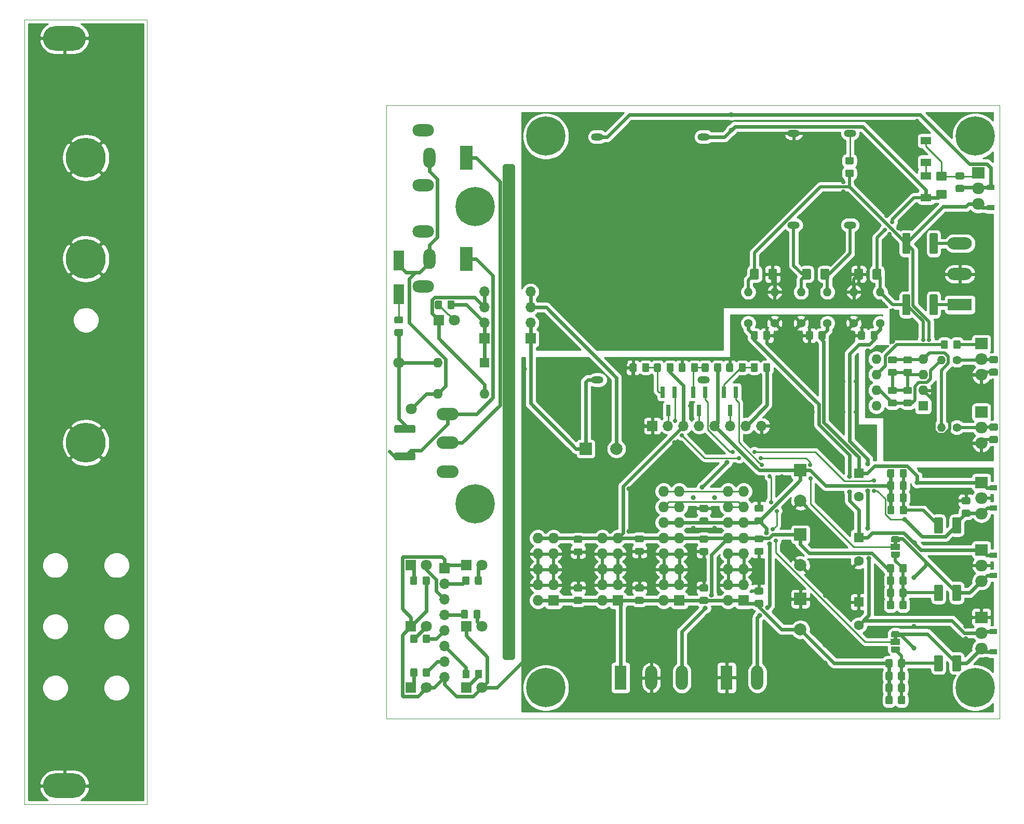
<source format=gbr>
%TF.GenerationSoftware,KiCad,Pcbnew,(5.1.5)-3*%
%TF.CreationDate,2020-03-17T21:27:54+01:00*%
%TF.ProjectId,KicadJE-EuroPowerSupply2,4b696361-644a-4452-9d45-75726f506f77,Rev A*%
%TF.SameCoordinates,Original*%
%TF.FileFunction,Copper,L2,Bot*%
%TF.FilePolarity,Positive*%
%FSLAX46Y46*%
G04 Gerber Fmt 4.6, Leading zero omitted, Abs format (unit mm)*
G04 Created by KiCad (PCBNEW (5.1.5)-3) date 2020-03-17 21:27:54*
%MOMM*%
%LPD*%
G04 APERTURE LIST*
%ADD10C,0.050000*%
%ADD11C,1.000000*%
%ADD12C,0.800000*%
%ADD13C,6.400000*%
%ADD14C,6.500000*%
%ADD15O,7.000000X4.000000*%
%ADD16C,2.000000*%
%ADD17R,2.000000X2.000000*%
%ADD18C,0.150000*%
%ADD19R,1.600000X1.600000*%
%ADD20C,1.600000*%
%ADD21O,1.600000X1.600000*%
%ADD22R,1.700000X3.300000*%
%ADD23R,1.800000X1.800000*%
%ADD24C,1.800000*%
%ADD25R,1.200000X0.900000*%
%ADD26R,1.700000X1.300000*%
%ADD27O,3.500000X2.000000*%
%ADD28O,2.000000X3.300000*%
%ADD29R,2.000000X4.000000*%
%ADD30R,3.960000X1.980000*%
%ADD31O,3.960000X1.980000*%
%ADD32O,1.980000X3.960000*%
%ADD33R,1.980000X3.960000*%
%ADD34O,1.727200X1.727200*%
%ADD35R,1.727200X1.727200*%
%ADD36O,2.000000X1.905000*%
%ADD37R,2.000000X1.905000*%
%ADD38C,1.400000*%
%ADD39O,1.400000X1.400000*%
%ADD40O,3.556000X2.032000*%
%ADD41O,2.000000X1.200000*%
%ADD42R,1.500000X1.000000*%
%ADD43R,0.800000X1.900000*%
%ADD44R,1.700000X1.700000*%
%ADD45O,1.700000X1.700000*%
%ADD46C,0.700000*%
%ADD47C,0.600000*%
%ADD48C,0.250000*%
%ADD49C,0.500000*%
%ADD50C,0.254000*%
G04 APERTURE END LIST*
D10*
X-9000000Y-164000000D02*
X-9000000Y-36000000D01*
X11000000Y-164000000D02*
X-9000000Y-164000000D01*
X11000000Y-36000000D02*
X11000000Y-164000000D01*
X-9000000Y-36000000D02*
X11000000Y-36000000D01*
D11*
X69500000Y-60000000D02*
X70500000Y-60000000D01*
X69500000Y-140000000D02*
X70500000Y-140000000D01*
X70500000Y-60000000D02*
X70500000Y-140000000D01*
X69500000Y-60000000D02*
X69500000Y-140000000D01*
D10*
X50000000Y-150000000D02*
X50000000Y-50000000D01*
X150000000Y-150000000D02*
X50000000Y-150000000D01*
X150000000Y-50000000D02*
X150000000Y-150000000D01*
X50000000Y-50000000D02*
X150000000Y-50000000D01*
D12*
X66197056Y-113302944D03*
X64500000Y-112600000D03*
X62802944Y-113302944D03*
X62100000Y-115000000D03*
X62802944Y-116697056D03*
X64500000Y-117400000D03*
X66197056Y-116697056D03*
X66900000Y-115000000D03*
D13*
X64500000Y-115000000D03*
X64500000Y-66500000D03*
D12*
X66900000Y-66500000D03*
X66197056Y-68197056D03*
X64500000Y-68900000D03*
X62802944Y-68197056D03*
X62100000Y-66500000D03*
X62802944Y-64802944D03*
X64500000Y-64100000D03*
X66197056Y-64802944D03*
D14*
X1000000Y-105000000D03*
D12*
X147697056Y-53302944D03*
X146000000Y-52600000D03*
X144302944Y-53302944D03*
X143600000Y-55000000D03*
X144302944Y-56697056D03*
X146000000Y-57400000D03*
X147697056Y-56697056D03*
X148400000Y-55000000D03*
D13*
X146000000Y-55000000D03*
D12*
X147697056Y-143302944D03*
X146000000Y-142600000D03*
X144302944Y-143302944D03*
X143600000Y-145000000D03*
X144302944Y-146697056D03*
X146000000Y-147400000D03*
X147697056Y-146697056D03*
X148400000Y-145000000D03*
D13*
X146000000Y-145000000D03*
D12*
X77697056Y-143302944D03*
X76000000Y-142600000D03*
X74302944Y-143302944D03*
X73600000Y-145000000D03*
X74302944Y-146697056D03*
X76000000Y-147400000D03*
X77697056Y-146697056D03*
X78400000Y-145000000D03*
D13*
X76000000Y-145000000D03*
D12*
X77697056Y-53302944D03*
X76000000Y-52600000D03*
X74302944Y-53302944D03*
X73600000Y-55000000D03*
X74302944Y-56697056D03*
X76000000Y-57400000D03*
X77697056Y-56697056D03*
X78400000Y-55000000D03*
D13*
X76000000Y-55000000D03*
D14*
X1000000Y-58500000D03*
X1000000Y-75000000D03*
D15*
X-2500000Y-39000000D03*
X-2500000Y-161000000D03*
D16*
X87500000Y-106000000D03*
D17*
X82500000Y-106000000D03*
%TA.AperFunction,SMDPad,CuDef*%
D18*
G36*
X81724505Y-120186203D02*
G01*
X81748773Y-120189803D01*
X81772572Y-120195764D01*
X81795671Y-120204029D01*
X81817850Y-120214519D01*
X81838893Y-120227131D01*
X81858599Y-120241746D01*
X81876777Y-120258222D01*
X81893253Y-120276400D01*
X81907868Y-120296106D01*
X81920480Y-120317149D01*
X81930970Y-120339328D01*
X81939235Y-120362427D01*
X81945196Y-120386226D01*
X81948796Y-120410494D01*
X81950000Y-120434998D01*
X81950000Y-121085000D01*
X81948796Y-121109504D01*
X81945196Y-121133772D01*
X81939235Y-121157571D01*
X81930970Y-121180670D01*
X81920480Y-121202849D01*
X81907868Y-121223892D01*
X81893253Y-121243598D01*
X81876777Y-121261776D01*
X81858599Y-121278252D01*
X81838893Y-121292867D01*
X81817850Y-121305479D01*
X81795671Y-121315969D01*
X81772572Y-121324234D01*
X81748773Y-121330195D01*
X81724505Y-121333795D01*
X81700001Y-121334999D01*
X80799999Y-121334999D01*
X80775495Y-121333795D01*
X80751227Y-121330195D01*
X80727428Y-121324234D01*
X80704329Y-121315969D01*
X80682150Y-121305479D01*
X80661107Y-121292867D01*
X80641401Y-121278252D01*
X80623223Y-121261776D01*
X80606747Y-121243598D01*
X80592132Y-121223892D01*
X80579520Y-121202849D01*
X80569030Y-121180670D01*
X80560765Y-121157571D01*
X80554804Y-121133772D01*
X80551204Y-121109504D01*
X80550000Y-121085000D01*
X80550000Y-120434998D01*
X80551204Y-120410494D01*
X80554804Y-120386226D01*
X80560765Y-120362427D01*
X80569030Y-120339328D01*
X80579520Y-120317149D01*
X80592132Y-120296106D01*
X80606747Y-120276400D01*
X80623223Y-120258222D01*
X80641401Y-120241746D01*
X80661107Y-120227131D01*
X80682150Y-120214519D01*
X80704329Y-120204029D01*
X80727428Y-120195764D01*
X80751227Y-120189803D01*
X80775495Y-120186203D01*
X80799999Y-120184999D01*
X81700001Y-120184999D01*
X81724505Y-120186203D01*
G37*
%TD.AperFunction*%
%TA.AperFunction,SMDPad,CuDef*%
G36*
X81724505Y-122236203D02*
G01*
X81748773Y-122239803D01*
X81772572Y-122245764D01*
X81795671Y-122254029D01*
X81817850Y-122264519D01*
X81838893Y-122277131D01*
X81858599Y-122291746D01*
X81876777Y-122308222D01*
X81893253Y-122326400D01*
X81907868Y-122346106D01*
X81920480Y-122367149D01*
X81930970Y-122389328D01*
X81939235Y-122412427D01*
X81945196Y-122436226D01*
X81948796Y-122460494D01*
X81950000Y-122484998D01*
X81950000Y-123135000D01*
X81948796Y-123159504D01*
X81945196Y-123183772D01*
X81939235Y-123207571D01*
X81930970Y-123230670D01*
X81920480Y-123252849D01*
X81907868Y-123273892D01*
X81893253Y-123293598D01*
X81876777Y-123311776D01*
X81858599Y-123328252D01*
X81838893Y-123342867D01*
X81817850Y-123355479D01*
X81795671Y-123365969D01*
X81772572Y-123374234D01*
X81748773Y-123380195D01*
X81724505Y-123383795D01*
X81700001Y-123384999D01*
X80799999Y-123384999D01*
X80775495Y-123383795D01*
X80751227Y-123380195D01*
X80727428Y-123374234D01*
X80704329Y-123365969D01*
X80682150Y-123355479D01*
X80661107Y-123342867D01*
X80641401Y-123328252D01*
X80623223Y-123311776D01*
X80606747Y-123293598D01*
X80592132Y-123273892D01*
X80579520Y-123252849D01*
X80569030Y-123230670D01*
X80560765Y-123207571D01*
X80554804Y-123183772D01*
X80551204Y-123159504D01*
X80550000Y-123135000D01*
X80550000Y-122484998D01*
X80551204Y-122460494D01*
X80554804Y-122436226D01*
X80560765Y-122412427D01*
X80569030Y-122389328D01*
X80579520Y-122367149D01*
X80592132Y-122346106D01*
X80606747Y-122326400D01*
X80623223Y-122308222D01*
X80641401Y-122291746D01*
X80661107Y-122277131D01*
X80682150Y-122264519D01*
X80704329Y-122254029D01*
X80727428Y-122245764D01*
X80751227Y-122239803D01*
X80775495Y-122236203D01*
X80799999Y-122234999D01*
X81700001Y-122234999D01*
X81724505Y-122236203D01*
G37*
%TD.AperFunction*%
%TA.AperFunction,SMDPad,CuDef*%
G36*
X91724505Y-120126204D02*
G01*
X91748773Y-120129804D01*
X91772572Y-120135765D01*
X91795671Y-120144030D01*
X91817850Y-120154520D01*
X91838893Y-120167132D01*
X91858599Y-120181747D01*
X91876777Y-120198223D01*
X91893253Y-120216401D01*
X91907868Y-120236107D01*
X91920480Y-120257150D01*
X91930970Y-120279329D01*
X91939235Y-120302428D01*
X91945196Y-120326227D01*
X91948796Y-120350495D01*
X91950000Y-120374999D01*
X91950000Y-121025001D01*
X91948796Y-121049505D01*
X91945196Y-121073773D01*
X91939235Y-121097572D01*
X91930970Y-121120671D01*
X91920480Y-121142850D01*
X91907868Y-121163893D01*
X91893253Y-121183599D01*
X91876777Y-121201777D01*
X91858599Y-121218253D01*
X91838893Y-121232868D01*
X91817850Y-121245480D01*
X91795671Y-121255970D01*
X91772572Y-121264235D01*
X91748773Y-121270196D01*
X91724505Y-121273796D01*
X91700001Y-121275000D01*
X90799999Y-121275000D01*
X90775495Y-121273796D01*
X90751227Y-121270196D01*
X90727428Y-121264235D01*
X90704329Y-121255970D01*
X90682150Y-121245480D01*
X90661107Y-121232868D01*
X90641401Y-121218253D01*
X90623223Y-121201777D01*
X90606747Y-121183599D01*
X90592132Y-121163893D01*
X90579520Y-121142850D01*
X90569030Y-121120671D01*
X90560765Y-121097572D01*
X90554804Y-121073773D01*
X90551204Y-121049505D01*
X90550000Y-121025001D01*
X90550000Y-120374999D01*
X90551204Y-120350495D01*
X90554804Y-120326227D01*
X90560765Y-120302428D01*
X90569030Y-120279329D01*
X90579520Y-120257150D01*
X90592132Y-120236107D01*
X90606747Y-120216401D01*
X90623223Y-120198223D01*
X90641401Y-120181747D01*
X90661107Y-120167132D01*
X90682150Y-120154520D01*
X90704329Y-120144030D01*
X90727428Y-120135765D01*
X90751227Y-120129804D01*
X90775495Y-120126204D01*
X90799999Y-120125000D01*
X91700001Y-120125000D01*
X91724505Y-120126204D01*
G37*
%TD.AperFunction*%
%TA.AperFunction,SMDPad,CuDef*%
G36*
X91724505Y-122176204D02*
G01*
X91748773Y-122179804D01*
X91772572Y-122185765D01*
X91795671Y-122194030D01*
X91817850Y-122204520D01*
X91838893Y-122217132D01*
X91858599Y-122231747D01*
X91876777Y-122248223D01*
X91893253Y-122266401D01*
X91907868Y-122286107D01*
X91920480Y-122307150D01*
X91930970Y-122329329D01*
X91939235Y-122352428D01*
X91945196Y-122376227D01*
X91948796Y-122400495D01*
X91950000Y-122424999D01*
X91950000Y-123075001D01*
X91948796Y-123099505D01*
X91945196Y-123123773D01*
X91939235Y-123147572D01*
X91930970Y-123170671D01*
X91920480Y-123192850D01*
X91907868Y-123213893D01*
X91893253Y-123233599D01*
X91876777Y-123251777D01*
X91858599Y-123268253D01*
X91838893Y-123282868D01*
X91817850Y-123295480D01*
X91795671Y-123305970D01*
X91772572Y-123314235D01*
X91748773Y-123320196D01*
X91724505Y-123323796D01*
X91700001Y-123325000D01*
X90799999Y-123325000D01*
X90775495Y-123323796D01*
X90751227Y-123320196D01*
X90727428Y-123314235D01*
X90704329Y-123305970D01*
X90682150Y-123295480D01*
X90661107Y-123282868D01*
X90641401Y-123268253D01*
X90623223Y-123251777D01*
X90606747Y-123233599D01*
X90592132Y-123213893D01*
X90579520Y-123192850D01*
X90569030Y-123170671D01*
X90560765Y-123147572D01*
X90554804Y-123123773D01*
X90551204Y-123099505D01*
X90550000Y-123075001D01*
X90550000Y-122424999D01*
X90551204Y-122400495D01*
X90554804Y-122376227D01*
X90560765Y-122352428D01*
X90569030Y-122329329D01*
X90579520Y-122307150D01*
X90592132Y-122286107D01*
X90606747Y-122266401D01*
X90623223Y-122248223D01*
X90641401Y-122231747D01*
X90661107Y-122217132D01*
X90682150Y-122204520D01*
X90704329Y-122194030D01*
X90727428Y-122185765D01*
X90751227Y-122179804D01*
X90775495Y-122176204D01*
X90799999Y-122175000D01*
X91700001Y-122175000D01*
X91724505Y-122176204D01*
G37*
%TD.AperFunction*%
%TA.AperFunction,SMDPad,CuDef*%
G36*
X111224505Y-122176204D02*
G01*
X111248773Y-122179804D01*
X111272572Y-122185765D01*
X111295671Y-122194030D01*
X111317850Y-122204520D01*
X111338893Y-122217132D01*
X111358599Y-122231747D01*
X111376777Y-122248223D01*
X111393253Y-122266401D01*
X111407868Y-122286107D01*
X111420480Y-122307150D01*
X111430970Y-122329329D01*
X111439235Y-122352428D01*
X111445196Y-122376227D01*
X111448796Y-122400495D01*
X111450000Y-122424999D01*
X111450000Y-123075001D01*
X111448796Y-123099505D01*
X111445196Y-123123773D01*
X111439235Y-123147572D01*
X111430970Y-123170671D01*
X111420480Y-123192850D01*
X111407868Y-123213893D01*
X111393253Y-123233599D01*
X111376777Y-123251777D01*
X111358599Y-123268253D01*
X111338893Y-123282868D01*
X111317850Y-123295480D01*
X111295671Y-123305970D01*
X111272572Y-123314235D01*
X111248773Y-123320196D01*
X111224505Y-123323796D01*
X111200001Y-123325000D01*
X110299999Y-123325000D01*
X110275495Y-123323796D01*
X110251227Y-123320196D01*
X110227428Y-123314235D01*
X110204329Y-123305970D01*
X110182150Y-123295480D01*
X110161107Y-123282868D01*
X110141401Y-123268253D01*
X110123223Y-123251777D01*
X110106747Y-123233599D01*
X110092132Y-123213893D01*
X110079520Y-123192850D01*
X110069030Y-123170671D01*
X110060765Y-123147572D01*
X110054804Y-123123773D01*
X110051204Y-123099505D01*
X110050000Y-123075001D01*
X110050000Y-122424999D01*
X110051204Y-122400495D01*
X110054804Y-122376227D01*
X110060765Y-122352428D01*
X110069030Y-122329329D01*
X110079520Y-122307150D01*
X110092132Y-122286107D01*
X110106747Y-122266401D01*
X110123223Y-122248223D01*
X110141401Y-122231747D01*
X110161107Y-122217132D01*
X110182150Y-122204520D01*
X110204329Y-122194030D01*
X110227428Y-122185765D01*
X110251227Y-122179804D01*
X110275495Y-122176204D01*
X110299999Y-122175000D01*
X111200001Y-122175000D01*
X111224505Y-122176204D01*
G37*
%TD.AperFunction*%
%TA.AperFunction,SMDPad,CuDef*%
G36*
X111224505Y-120126204D02*
G01*
X111248773Y-120129804D01*
X111272572Y-120135765D01*
X111295671Y-120144030D01*
X111317850Y-120154520D01*
X111338893Y-120167132D01*
X111358599Y-120181747D01*
X111376777Y-120198223D01*
X111393253Y-120216401D01*
X111407868Y-120236107D01*
X111420480Y-120257150D01*
X111430970Y-120279329D01*
X111439235Y-120302428D01*
X111445196Y-120326227D01*
X111448796Y-120350495D01*
X111450000Y-120374999D01*
X111450000Y-121025001D01*
X111448796Y-121049505D01*
X111445196Y-121073773D01*
X111439235Y-121097572D01*
X111430970Y-121120671D01*
X111420480Y-121142850D01*
X111407868Y-121163893D01*
X111393253Y-121183599D01*
X111376777Y-121201777D01*
X111358599Y-121218253D01*
X111338893Y-121232868D01*
X111317850Y-121245480D01*
X111295671Y-121255970D01*
X111272572Y-121264235D01*
X111248773Y-121270196D01*
X111224505Y-121273796D01*
X111200001Y-121275000D01*
X110299999Y-121275000D01*
X110275495Y-121273796D01*
X110251227Y-121270196D01*
X110227428Y-121264235D01*
X110204329Y-121255970D01*
X110182150Y-121245480D01*
X110161107Y-121232868D01*
X110141401Y-121218253D01*
X110123223Y-121201777D01*
X110106747Y-121183599D01*
X110092132Y-121163893D01*
X110079520Y-121142850D01*
X110069030Y-121120671D01*
X110060765Y-121097572D01*
X110054804Y-121073773D01*
X110051204Y-121049505D01*
X110050000Y-121025001D01*
X110050000Y-120374999D01*
X110051204Y-120350495D01*
X110054804Y-120326227D01*
X110060765Y-120302428D01*
X110069030Y-120279329D01*
X110079520Y-120257150D01*
X110092132Y-120236107D01*
X110106747Y-120216401D01*
X110123223Y-120198223D01*
X110141401Y-120181747D01*
X110161107Y-120167132D01*
X110182150Y-120154520D01*
X110204329Y-120144030D01*
X110227428Y-120135765D01*
X110251227Y-120129804D01*
X110275495Y-120126204D01*
X110299999Y-120125000D01*
X111200001Y-120125000D01*
X111224505Y-120126204D01*
G37*
%TD.AperFunction*%
%TA.AperFunction,SMDPad,CuDef*%
G36*
X102224505Y-120151204D02*
G01*
X102248773Y-120154804D01*
X102272572Y-120160765D01*
X102295671Y-120169030D01*
X102317850Y-120179520D01*
X102338893Y-120192132D01*
X102358599Y-120206747D01*
X102376777Y-120223223D01*
X102393253Y-120241401D01*
X102407868Y-120261107D01*
X102420480Y-120282150D01*
X102430970Y-120304329D01*
X102439235Y-120327428D01*
X102445196Y-120351227D01*
X102448796Y-120375495D01*
X102450000Y-120399999D01*
X102450000Y-121050001D01*
X102448796Y-121074505D01*
X102445196Y-121098773D01*
X102439235Y-121122572D01*
X102430970Y-121145671D01*
X102420480Y-121167850D01*
X102407868Y-121188893D01*
X102393253Y-121208599D01*
X102376777Y-121226777D01*
X102358599Y-121243253D01*
X102338893Y-121257868D01*
X102317850Y-121270480D01*
X102295671Y-121280970D01*
X102272572Y-121289235D01*
X102248773Y-121295196D01*
X102224505Y-121298796D01*
X102200001Y-121300000D01*
X101299999Y-121300000D01*
X101275495Y-121298796D01*
X101251227Y-121295196D01*
X101227428Y-121289235D01*
X101204329Y-121280970D01*
X101182150Y-121270480D01*
X101161107Y-121257868D01*
X101141401Y-121243253D01*
X101123223Y-121226777D01*
X101106747Y-121208599D01*
X101092132Y-121188893D01*
X101079520Y-121167850D01*
X101069030Y-121145671D01*
X101060765Y-121122572D01*
X101054804Y-121098773D01*
X101051204Y-121074505D01*
X101050000Y-121050001D01*
X101050000Y-120399999D01*
X101051204Y-120375495D01*
X101054804Y-120351227D01*
X101060765Y-120327428D01*
X101069030Y-120304329D01*
X101079520Y-120282150D01*
X101092132Y-120261107D01*
X101106747Y-120241401D01*
X101123223Y-120223223D01*
X101141401Y-120206747D01*
X101161107Y-120192132D01*
X101182150Y-120179520D01*
X101204329Y-120169030D01*
X101227428Y-120160765D01*
X101251227Y-120154804D01*
X101275495Y-120151204D01*
X101299999Y-120150000D01*
X102200001Y-120150000D01*
X102224505Y-120151204D01*
G37*
%TD.AperFunction*%
%TA.AperFunction,SMDPad,CuDef*%
G36*
X102224505Y-122201204D02*
G01*
X102248773Y-122204804D01*
X102272572Y-122210765D01*
X102295671Y-122219030D01*
X102317850Y-122229520D01*
X102338893Y-122242132D01*
X102358599Y-122256747D01*
X102376777Y-122273223D01*
X102393253Y-122291401D01*
X102407868Y-122311107D01*
X102420480Y-122332150D01*
X102430970Y-122354329D01*
X102439235Y-122377428D01*
X102445196Y-122401227D01*
X102448796Y-122425495D01*
X102450000Y-122449999D01*
X102450000Y-123100001D01*
X102448796Y-123124505D01*
X102445196Y-123148773D01*
X102439235Y-123172572D01*
X102430970Y-123195671D01*
X102420480Y-123217850D01*
X102407868Y-123238893D01*
X102393253Y-123258599D01*
X102376777Y-123276777D01*
X102358599Y-123293253D01*
X102338893Y-123307868D01*
X102317850Y-123320480D01*
X102295671Y-123330970D01*
X102272572Y-123339235D01*
X102248773Y-123345196D01*
X102224505Y-123348796D01*
X102200001Y-123350000D01*
X101299999Y-123350000D01*
X101275495Y-123348796D01*
X101251227Y-123345196D01*
X101227428Y-123339235D01*
X101204329Y-123330970D01*
X101182150Y-123320480D01*
X101161107Y-123307868D01*
X101141401Y-123293253D01*
X101123223Y-123276777D01*
X101106747Y-123258599D01*
X101092132Y-123238893D01*
X101079520Y-123217850D01*
X101069030Y-123195671D01*
X101060765Y-123172572D01*
X101054804Y-123148773D01*
X101051204Y-123124505D01*
X101050000Y-123100001D01*
X101050000Y-122449999D01*
X101051204Y-122425495D01*
X101054804Y-122401227D01*
X101060765Y-122377428D01*
X101069030Y-122354329D01*
X101079520Y-122332150D01*
X101092132Y-122311107D01*
X101106747Y-122291401D01*
X101123223Y-122273223D01*
X101141401Y-122256747D01*
X101161107Y-122242132D01*
X101182150Y-122229520D01*
X101204329Y-122219030D01*
X101227428Y-122210765D01*
X101251227Y-122204804D01*
X101275495Y-122201204D01*
X101299999Y-122200000D01*
X102200001Y-122200000D01*
X102224505Y-122201204D01*
G37*
%TD.AperFunction*%
%TA.AperFunction,SMDPad,CuDef*%
G36*
X102224505Y-117201204D02*
G01*
X102248773Y-117204804D01*
X102272572Y-117210765D01*
X102295671Y-117219030D01*
X102317850Y-117229520D01*
X102338893Y-117242132D01*
X102358599Y-117256747D01*
X102376777Y-117273223D01*
X102393253Y-117291401D01*
X102407868Y-117311107D01*
X102420480Y-117332150D01*
X102430970Y-117354329D01*
X102439235Y-117377428D01*
X102445196Y-117401227D01*
X102448796Y-117425495D01*
X102450000Y-117449999D01*
X102450000Y-118100001D01*
X102448796Y-118124505D01*
X102445196Y-118148773D01*
X102439235Y-118172572D01*
X102430970Y-118195671D01*
X102420480Y-118217850D01*
X102407868Y-118238893D01*
X102393253Y-118258599D01*
X102376777Y-118276777D01*
X102358599Y-118293253D01*
X102338893Y-118307868D01*
X102317850Y-118320480D01*
X102295671Y-118330970D01*
X102272572Y-118339235D01*
X102248773Y-118345196D01*
X102224505Y-118348796D01*
X102200001Y-118350000D01*
X101299999Y-118350000D01*
X101275495Y-118348796D01*
X101251227Y-118345196D01*
X101227428Y-118339235D01*
X101204329Y-118330970D01*
X101182150Y-118320480D01*
X101161107Y-118307868D01*
X101141401Y-118293253D01*
X101123223Y-118276777D01*
X101106747Y-118258599D01*
X101092132Y-118238893D01*
X101079520Y-118217850D01*
X101069030Y-118195671D01*
X101060765Y-118172572D01*
X101054804Y-118148773D01*
X101051204Y-118124505D01*
X101050000Y-118100001D01*
X101050000Y-117449999D01*
X101051204Y-117425495D01*
X101054804Y-117401227D01*
X101060765Y-117377428D01*
X101069030Y-117354329D01*
X101079520Y-117332150D01*
X101092132Y-117311107D01*
X101106747Y-117291401D01*
X101123223Y-117273223D01*
X101141401Y-117256747D01*
X101161107Y-117242132D01*
X101182150Y-117229520D01*
X101204329Y-117219030D01*
X101227428Y-117210765D01*
X101251227Y-117204804D01*
X101275495Y-117201204D01*
X101299999Y-117200000D01*
X102200001Y-117200000D01*
X102224505Y-117201204D01*
G37*
%TD.AperFunction*%
%TA.AperFunction,SMDPad,CuDef*%
G36*
X102224505Y-115151204D02*
G01*
X102248773Y-115154804D01*
X102272572Y-115160765D01*
X102295671Y-115169030D01*
X102317850Y-115179520D01*
X102338893Y-115192132D01*
X102358599Y-115206747D01*
X102376777Y-115223223D01*
X102393253Y-115241401D01*
X102407868Y-115261107D01*
X102420480Y-115282150D01*
X102430970Y-115304329D01*
X102439235Y-115327428D01*
X102445196Y-115351227D01*
X102448796Y-115375495D01*
X102450000Y-115399999D01*
X102450000Y-116050001D01*
X102448796Y-116074505D01*
X102445196Y-116098773D01*
X102439235Y-116122572D01*
X102430970Y-116145671D01*
X102420480Y-116167850D01*
X102407868Y-116188893D01*
X102393253Y-116208599D01*
X102376777Y-116226777D01*
X102358599Y-116243253D01*
X102338893Y-116257868D01*
X102317850Y-116270480D01*
X102295671Y-116280970D01*
X102272572Y-116289235D01*
X102248773Y-116295196D01*
X102224505Y-116298796D01*
X102200001Y-116300000D01*
X101299999Y-116300000D01*
X101275495Y-116298796D01*
X101251227Y-116295196D01*
X101227428Y-116289235D01*
X101204329Y-116280970D01*
X101182150Y-116270480D01*
X101161107Y-116257868D01*
X101141401Y-116243253D01*
X101123223Y-116226777D01*
X101106747Y-116208599D01*
X101092132Y-116188893D01*
X101079520Y-116167850D01*
X101069030Y-116145671D01*
X101060765Y-116122572D01*
X101054804Y-116098773D01*
X101051204Y-116074505D01*
X101050000Y-116050001D01*
X101050000Y-115399999D01*
X101051204Y-115375495D01*
X101054804Y-115351227D01*
X101060765Y-115327428D01*
X101069030Y-115304329D01*
X101079520Y-115282150D01*
X101092132Y-115261107D01*
X101106747Y-115241401D01*
X101123223Y-115223223D01*
X101141401Y-115206747D01*
X101161107Y-115192132D01*
X101182150Y-115179520D01*
X101204329Y-115169030D01*
X101227428Y-115160765D01*
X101251227Y-115154804D01*
X101275495Y-115151204D01*
X101299999Y-115150000D01*
X102200001Y-115150000D01*
X102224505Y-115151204D01*
G37*
%TD.AperFunction*%
%TA.AperFunction,SMDPad,CuDef*%
G36*
X111224505Y-115126204D02*
G01*
X111248773Y-115129804D01*
X111272572Y-115135765D01*
X111295671Y-115144030D01*
X111317850Y-115154520D01*
X111338893Y-115167132D01*
X111358599Y-115181747D01*
X111376777Y-115198223D01*
X111393253Y-115216401D01*
X111407868Y-115236107D01*
X111420480Y-115257150D01*
X111430970Y-115279329D01*
X111439235Y-115302428D01*
X111445196Y-115326227D01*
X111448796Y-115350495D01*
X111450000Y-115374999D01*
X111450000Y-116025001D01*
X111448796Y-116049505D01*
X111445196Y-116073773D01*
X111439235Y-116097572D01*
X111430970Y-116120671D01*
X111420480Y-116142850D01*
X111407868Y-116163893D01*
X111393253Y-116183599D01*
X111376777Y-116201777D01*
X111358599Y-116218253D01*
X111338893Y-116232868D01*
X111317850Y-116245480D01*
X111295671Y-116255970D01*
X111272572Y-116264235D01*
X111248773Y-116270196D01*
X111224505Y-116273796D01*
X111200001Y-116275000D01*
X110299999Y-116275000D01*
X110275495Y-116273796D01*
X110251227Y-116270196D01*
X110227428Y-116264235D01*
X110204329Y-116255970D01*
X110182150Y-116245480D01*
X110161107Y-116232868D01*
X110141401Y-116218253D01*
X110123223Y-116201777D01*
X110106747Y-116183599D01*
X110092132Y-116163893D01*
X110079520Y-116142850D01*
X110069030Y-116120671D01*
X110060765Y-116097572D01*
X110054804Y-116073773D01*
X110051204Y-116049505D01*
X110050000Y-116025001D01*
X110050000Y-115374999D01*
X110051204Y-115350495D01*
X110054804Y-115326227D01*
X110060765Y-115302428D01*
X110069030Y-115279329D01*
X110079520Y-115257150D01*
X110092132Y-115236107D01*
X110106747Y-115216401D01*
X110123223Y-115198223D01*
X110141401Y-115181747D01*
X110161107Y-115167132D01*
X110182150Y-115154520D01*
X110204329Y-115144030D01*
X110227428Y-115135765D01*
X110251227Y-115129804D01*
X110275495Y-115126204D01*
X110299999Y-115125000D01*
X111200001Y-115125000D01*
X111224505Y-115126204D01*
G37*
%TD.AperFunction*%
%TA.AperFunction,SMDPad,CuDef*%
G36*
X111224505Y-117176204D02*
G01*
X111248773Y-117179804D01*
X111272572Y-117185765D01*
X111295671Y-117194030D01*
X111317850Y-117204520D01*
X111338893Y-117217132D01*
X111358599Y-117231747D01*
X111376777Y-117248223D01*
X111393253Y-117266401D01*
X111407868Y-117286107D01*
X111420480Y-117307150D01*
X111430970Y-117329329D01*
X111439235Y-117352428D01*
X111445196Y-117376227D01*
X111448796Y-117400495D01*
X111450000Y-117424999D01*
X111450000Y-118075001D01*
X111448796Y-118099505D01*
X111445196Y-118123773D01*
X111439235Y-118147572D01*
X111430970Y-118170671D01*
X111420480Y-118192850D01*
X111407868Y-118213893D01*
X111393253Y-118233599D01*
X111376777Y-118251777D01*
X111358599Y-118268253D01*
X111338893Y-118282868D01*
X111317850Y-118295480D01*
X111295671Y-118305970D01*
X111272572Y-118314235D01*
X111248773Y-118320196D01*
X111224505Y-118323796D01*
X111200001Y-118325000D01*
X110299999Y-118325000D01*
X110275495Y-118323796D01*
X110251227Y-118320196D01*
X110227428Y-118314235D01*
X110204329Y-118305970D01*
X110182150Y-118295480D01*
X110161107Y-118282868D01*
X110141401Y-118268253D01*
X110123223Y-118251777D01*
X110106747Y-118233599D01*
X110092132Y-118213893D01*
X110079520Y-118192850D01*
X110069030Y-118170671D01*
X110060765Y-118147572D01*
X110054804Y-118123773D01*
X110051204Y-118099505D01*
X110050000Y-118075001D01*
X110050000Y-117424999D01*
X110051204Y-117400495D01*
X110054804Y-117376227D01*
X110060765Y-117352428D01*
X110069030Y-117329329D01*
X110079520Y-117307150D01*
X110092132Y-117286107D01*
X110106747Y-117266401D01*
X110123223Y-117248223D01*
X110141401Y-117231747D01*
X110161107Y-117217132D01*
X110182150Y-117204520D01*
X110204329Y-117194030D01*
X110227428Y-117185765D01*
X110251227Y-117179804D01*
X110275495Y-117176204D01*
X110299999Y-117175000D01*
X111200001Y-117175000D01*
X111224505Y-117176204D01*
G37*
%TD.AperFunction*%
%TA.AperFunction,SMDPad,CuDef*%
G36*
X81724505Y-130176204D02*
G01*
X81748773Y-130179804D01*
X81772572Y-130185765D01*
X81795671Y-130194030D01*
X81817850Y-130204520D01*
X81838893Y-130217132D01*
X81858599Y-130231747D01*
X81876777Y-130248223D01*
X81893253Y-130266401D01*
X81907868Y-130286107D01*
X81920480Y-130307150D01*
X81930970Y-130329329D01*
X81939235Y-130352428D01*
X81945196Y-130376227D01*
X81948796Y-130400495D01*
X81950000Y-130424999D01*
X81950000Y-131075001D01*
X81948796Y-131099505D01*
X81945196Y-131123773D01*
X81939235Y-131147572D01*
X81930970Y-131170671D01*
X81920480Y-131192850D01*
X81907868Y-131213893D01*
X81893253Y-131233599D01*
X81876777Y-131251777D01*
X81858599Y-131268253D01*
X81838893Y-131282868D01*
X81817850Y-131295480D01*
X81795671Y-131305970D01*
X81772572Y-131314235D01*
X81748773Y-131320196D01*
X81724505Y-131323796D01*
X81700001Y-131325000D01*
X80799999Y-131325000D01*
X80775495Y-131323796D01*
X80751227Y-131320196D01*
X80727428Y-131314235D01*
X80704329Y-131305970D01*
X80682150Y-131295480D01*
X80661107Y-131282868D01*
X80641401Y-131268253D01*
X80623223Y-131251777D01*
X80606747Y-131233599D01*
X80592132Y-131213893D01*
X80579520Y-131192850D01*
X80569030Y-131170671D01*
X80560765Y-131147572D01*
X80554804Y-131123773D01*
X80551204Y-131099505D01*
X80550000Y-131075001D01*
X80550000Y-130424999D01*
X80551204Y-130400495D01*
X80554804Y-130376227D01*
X80560765Y-130352428D01*
X80569030Y-130329329D01*
X80579520Y-130307150D01*
X80592132Y-130286107D01*
X80606747Y-130266401D01*
X80623223Y-130248223D01*
X80641401Y-130231747D01*
X80661107Y-130217132D01*
X80682150Y-130204520D01*
X80704329Y-130194030D01*
X80727428Y-130185765D01*
X80751227Y-130179804D01*
X80775495Y-130176204D01*
X80799999Y-130175000D01*
X81700001Y-130175000D01*
X81724505Y-130176204D01*
G37*
%TD.AperFunction*%
%TA.AperFunction,SMDPad,CuDef*%
G36*
X81724505Y-128126204D02*
G01*
X81748773Y-128129804D01*
X81772572Y-128135765D01*
X81795671Y-128144030D01*
X81817850Y-128154520D01*
X81838893Y-128167132D01*
X81858599Y-128181747D01*
X81876777Y-128198223D01*
X81893253Y-128216401D01*
X81907868Y-128236107D01*
X81920480Y-128257150D01*
X81930970Y-128279329D01*
X81939235Y-128302428D01*
X81945196Y-128326227D01*
X81948796Y-128350495D01*
X81950000Y-128374999D01*
X81950000Y-129025001D01*
X81948796Y-129049505D01*
X81945196Y-129073773D01*
X81939235Y-129097572D01*
X81930970Y-129120671D01*
X81920480Y-129142850D01*
X81907868Y-129163893D01*
X81893253Y-129183599D01*
X81876777Y-129201777D01*
X81858599Y-129218253D01*
X81838893Y-129232868D01*
X81817850Y-129245480D01*
X81795671Y-129255970D01*
X81772572Y-129264235D01*
X81748773Y-129270196D01*
X81724505Y-129273796D01*
X81700001Y-129275000D01*
X80799999Y-129275000D01*
X80775495Y-129273796D01*
X80751227Y-129270196D01*
X80727428Y-129264235D01*
X80704329Y-129255970D01*
X80682150Y-129245480D01*
X80661107Y-129232868D01*
X80641401Y-129218253D01*
X80623223Y-129201777D01*
X80606747Y-129183599D01*
X80592132Y-129163893D01*
X80579520Y-129142850D01*
X80569030Y-129120671D01*
X80560765Y-129097572D01*
X80554804Y-129073773D01*
X80551204Y-129049505D01*
X80550000Y-129025001D01*
X80550000Y-128374999D01*
X80551204Y-128350495D01*
X80554804Y-128326227D01*
X80560765Y-128302428D01*
X80569030Y-128279329D01*
X80579520Y-128257150D01*
X80592132Y-128236107D01*
X80606747Y-128216401D01*
X80623223Y-128198223D01*
X80641401Y-128181747D01*
X80661107Y-128167132D01*
X80682150Y-128154520D01*
X80704329Y-128144030D01*
X80727428Y-128135765D01*
X80751227Y-128129804D01*
X80775495Y-128126204D01*
X80799999Y-128125000D01*
X81700001Y-128125000D01*
X81724505Y-128126204D01*
G37*
%TD.AperFunction*%
%TA.AperFunction,SMDPad,CuDef*%
G36*
X102224505Y-130176204D02*
G01*
X102248773Y-130179804D01*
X102272572Y-130185765D01*
X102295671Y-130194030D01*
X102317850Y-130204520D01*
X102338893Y-130217132D01*
X102358599Y-130231747D01*
X102376777Y-130248223D01*
X102393253Y-130266401D01*
X102407868Y-130286107D01*
X102420480Y-130307150D01*
X102430970Y-130329329D01*
X102439235Y-130352428D01*
X102445196Y-130376227D01*
X102448796Y-130400495D01*
X102450000Y-130424999D01*
X102450000Y-131075001D01*
X102448796Y-131099505D01*
X102445196Y-131123773D01*
X102439235Y-131147572D01*
X102430970Y-131170671D01*
X102420480Y-131192850D01*
X102407868Y-131213893D01*
X102393253Y-131233599D01*
X102376777Y-131251777D01*
X102358599Y-131268253D01*
X102338893Y-131282868D01*
X102317850Y-131295480D01*
X102295671Y-131305970D01*
X102272572Y-131314235D01*
X102248773Y-131320196D01*
X102224505Y-131323796D01*
X102200001Y-131325000D01*
X101299999Y-131325000D01*
X101275495Y-131323796D01*
X101251227Y-131320196D01*
X101227428Y-131314235D01*
X101204329Y-131305970D01*
X101182150Y-131295480D01*
X101161107Y-131282868D01*
X101141401Y-131268253D01*
X101123223Y-131251777D01*
X101106747Y-131233599D01*
X101092132Y-131213893D01*
X101079520Y-131192850D01*
X101069030Y-131170671D01*
X101060765Y-131147572D01*
X101054804Y-131123773D01*
X101051204Y-131099505D01*
X101050000Y-131075001D01*
X101050000Y-130424999D01*
X101051204Y-130400495D01*
X101054804Y-130376227D01*
X101060765Y-130352428D01*
X101069030Y-130329329D01*
X101079520Y-130307150D01*
X101092132Y-130286107D01*
X101106747Y-130266401D01*
X101123223Y-130248223D01*
X101141401Y-130231747D01*
X101161107Y-130217132D01*
X101182150Y-130204520D01*
X101204329Y-130194030D01*
X101227428Y-130185765D01*
X101251227Y-130179804D01*
X101275495Y-130176204D01*
X101299999Y-130175000D01*
X102200001Y-130175000D01*
X102224505Y-130176204D01*
G37*
%TD.AperFunction*%
%TA.AperFunction,SMDPad,CuDef*%
G36*
X102224505Y-128126204D02*
G01*
X102248773Y-128129804D01*
X102272572Y-128135765D01*
X102295671Y-128144030D01*
X102317850Y-128154520D01*
X102338893Y-128167132D01*
X102358599Y-128181747D01*
X102376777Y-128198223D01*
X102393253Y-128216401D01*
X102407868Y-128236107D01*
X102420480Y-128257150D01*
X102430970Y-128279329D01*
X102439235Y-128302428D01*
X102445196Y-128326227D01*
X102448796Y-128350495D01*
X102450000Y-128374999D01*
X102450000Y-129025001D01*
X102448796Y-129049505D01*
X102445196Y-129073773D01*
X102439235Y-129097572D01*
X102430970Y-129120671D01*
X102420480Y-129142850D01*
X102407868Y-129163893D01*
X102393253Y-129183599D01*
X102376777Y-129201777D01*
X102358599Y-129218253D01*
X102338893Y-129232868D01*
X102317850Y-129245480D01*
X102295671Y-129255970D01*
X102272572Y-129264235D01*
X102248773Y-129270196D01*
X102224505Y-129273796D01*
X102200001Y-129275000D01*
X101299999Y-129275000D01*
X101275495Y-129273796D01*
X101251227Y-129270196D01*
X101227428Y-129264235D01*
X101204329Y-129255970D01*
X101182150Y-129245480D01*
X101161107Y-129232868D01*
X101141401Y-129218253D01*
X101123223Y-129201777D01*
X101106747Y-129183599D01*
X101092132Y-129163893D01*
X101079520Y-129142850D01*
X101069030Y-129120671D01*
X101060765Y-129097572D01*
X101054804Y-129073773D01*
X101051204Y-129049505D01*
X101050000Y-129025001D01*
X101050000Y-128374999D01*
X101051204Y-128350495D01*
X101054804Y-128326227D01*
X101060765Y-128302428D01*
X101069030Y-128279329D01*
X101079520Y-128257150D01*
X101092132Y-128236107D01*
X101106747Y-128216401D01*
X101123223Y-128198223D01*
X101141401Y-128181747D01*
X101161107Y-128167132D01*
X101182150Y-128154520D01*
X101204329Y-128144030D01*
X101227428Y-128135765D01*
X101251227Y-128129804D01*
X101275495Y-128126204D01*
X101299999Y-128125000D01*
X102200001Y-128125000D01*
X102224505Y-128126204D01*
G37*
%TD.AperFunction*%
%TA.AperFunction,SMDPad,CuDef*%
G36*
X111224505Y-130676204D02*
G01*
X111248773Y-130679804D01*
X111272572Y-130685765D01*
X111295671Y-130694030D01*
X111317850Y-130704520D01*
X111338893Y-130717132D01*
X111358599Y-130731747D01*
X111376777Y-130748223D01*
X111393253Y-130766401D01*
X111407868Y-130786107D01*
X111420480Y-130807150D01*
X111430970Y-130829329D01*
X111439235Y-130852428D01*
X111445196Y-130876227D01*
X111448796Y-130900495D01*
X111450000Y-130924999D01*
X111450000Y-131575001D01*
X111448796Y-131599505D01*
X111445196Y-131623773D01*
X111439235Y-131647572D01*
X111430970Y-131670671D01*
X111420480Y-131692850D01*
X111407868Y-131713893D01*
X111393253Y-131733599D01*
X111376777Y-131751777D01*
X111358599Y-131768253D01*
X111338893Y-131782868D01*
X111317850Y-131795480D01*
X111295671Y-131805970D01*
X111272572Y-131814235D01*
X111248773Y-131820196D01*
X111224505Y-131823796D01*
X111200001Y-131825000D01*
X110299999Y-131825000D01*
X110275495Y-131823796D01*
X110251227Y-131820196D01*
X110227428Y-131814235D01*
X110204329Y-131805970D01*
X110182150Y-131795480D01*
X110161107Y-131782868D01*
X110141401Y-131768253D01*
X110123223Y-131751777D01*
X110106747Y-131733599D01*
X110092132Y-131713893D01*
X110079520Y-131692850D01*
X110069030Y-131670671D01*
X110060765Y-131647572D01*
X110054804Y-131623773D01*
X110051204Y-131599505D01*
X110050000Y-131575001D01*
X110050000Y-130924999D01*
X110051204Y-130900495D01*
X110054804Y-130876227D01*
X110060765Y-130852428D01*
X110069030Y-130829329D01*
X110079520Y-130807150D01*
X110092132Y-130786107D01*
X110106747Y-130766401D01*
X110123223Y-130748223D01*
X110141401Y-130731747D01*
X110161107Y-130717132D01*
X110182150Y-130704520D01*
X110204329Y-130694030D01*
X110227428Y-130685765D01*
X110251227Y-130679804D01*
X110275495Y-130676204D01*
X110299999Y-130675000D01*
X111200001Y-130675000D01*
X111224505Y-130676204D01*
G37*
%TD.AperFunction*%
%TA.AperFunction,SMDPad,CuDef*%
G36*
X111224505Y-128626204D02*
G01*
X111248773Y-128629804D01*
X111272572Y-128635765D01*
X111295671Y-128644030D01*
X111317850Y-128654520D01*
X111338893Y-128667132D01*
X111358599Y-128681747D01*
X111376777Y-128698223D01*
X111393253Y-128716401D01*
X111407868Y-128736107D01*
X111420480Y-128757150D01*
X111430970Y-128779329D01*
X111439235Y-128802428D01*
X111445196Y-128826227D01*
X111448796Y-128850495D01*
X111450000Y-128874999D01*
X111450000Y-129525001D01*
X111448796Y-129549505D01*
X111445196Y-129573773D01*
X111439235Y-129597572D01*
X111430970Y-129620671D01*
X111420480Y-129642850D01*
X111407868Y-129663893D01*
X111393253Y-129683599D01*
X111376777Y-129701777D01*
X111358599Y-129718253D01*
X111338893Y-129732868D01*
X111317850Y-129745480D01*
X111295671Y-129755970D01*
X111272572Y-129764235D01*
X111248773Y-129770196D01*
X111224505Y-129773796D01*
X111200001Y-129775000D01*
X110299999Y-129775000D01*
X110275495Y-129773796D01*
X110251227Y-129770196D01*
X110227428Y-129764235D01*
X110204329Y-129755970D01*
X110182150Y-129745480D01*
X110161107Y-129732868D01*
X110141401Y-129718253D01*
X110123223Y-129701777D01*
X110106747Y-129683599D01*
X110092132Y-129663893D01*
X110079520Y-129642850D01*
X110069030Y-129620671D01*
X110060765Y-129597572D01*
X110054804Y-129573773D01*
X110051204Y-129549505D01*
X110050000Y-129525001D01*
X110050000Y-128874999D01*
X110051204Y-128850495D01*
X110054804Y-128826227D01*
X110060765Y-128802428D01*
X110069030Y-128779329D01*
X110079520Y-128757150D01*
X110092132Y-128736107D01*
X110106747Y-128716401D01*
X110123223Y-128698223D01*
X110141401Y-128681747D01*
X110161107Y-128667132D01*
X110182150Y-128654520D01*
X110204329Y-128644030D01*
X110227428Y-128635765D01*
X110251227Y-128629804D01*
X110275495Y-128626204D01*
X110299999Y-128625000D01*
X111200001Y-128625000D01*
X111224505Y-128626204D01*
G37*
%TD.AperFunction*%
%TA.AperFunction,SMDPad,CuDef*%
G36*
X91724505Y-130176204D02*
G01*
X91748773Y-130179804D01*
X91772572Y-130185765D01*
X91795671Y-130194030D01*
X91817850Y-130204520D01*
X91838893Y-130217132D01*
X91858599Y-130231747D01*
X91876777Y-130248223D01*
X91893253Y-130266401D01*
X91907868Y-130286107D01*
X91920480Y-130307150D01*
X91930970Y-130329329D01*
X91939235Y-130352428D01*
X91945196Y-130376227D01*
X91948796Y-130400495D01*
X91950000Y-130424999D01*
X91950000Y-131075001D01*
X91948796Y-131099505D01*
X91945196Y-131123773D01*
X91939235Y-131147572D01*
X91930970Y-131170671D01*
X91920480Y-131192850D01*
X91907868Y-131213893D01*
X91893253Y-131233599D01*
X91876777Y-131251777D01*
X91858599Y-131268253D01*
X91838893Y-131282868D01*
X91817850Y-131295480D01*
X91795671Y-131305970D01*
X91772572Y-131314235D01*
X91748773Y-131320196D01*
X91724505Y-131323796D01*
X91700001Y-131325000D01*
X90799999Y-131325000D01*
X90775495Y-131323796D01*
X90751227Y-131320196D01*
X90727428Y-131314235D01*
X90704329Y-131305970D01*
X90682150Y-131295480D01*
X90661107Y-131282868D01*
X90641401Y-131268253D01*
X90623223Y-131251777D01*
X90606747Y-131233599D01*
X90592132Y-131213893D01*
X90579520Y-131192850D01*
X90569030Y-131170671D01*
X90560765Y-131147572D01*
X90554804Y-131123773D01*
X90551204Y-131099505D01*
X90550000Y-131075001D01*
X90550000Y-130424999D01*
X90551204Y-130400495D01*
X90554804Y-130376227D01*
X90560765Y-130352428D01*
X90569030Y-130329329D01*
X90579520Y-130307150D01*
X90592132Y-130286107D01*
X90606747Y-130266401D01*
X90623223Y-130248223D01*
X90641401Y-130231747D01*
X90661107Y-130217132D01*
X90682150Y-130204520D01*
X90704329Y-130194030D01*
X90727428Y-130185765D01*
X90751227Y-130179804D01*
X90775495Y-130176204D01*
X90799999Y-130175000D01*
X91700001Y-130175000D01*
X91724505Y-130176204D01*
G37*
%TD.AperFunction*%
%TA.AperFunction,SMDPad,CuDef*%
G36*
X91724505Y-128126204D02*
G01*
X91748773Y-128129804D01*
X91772572Y-128135765D01*
X91795671Y-128144030D01*
X91817850Y-128154520D01*
X91838893Y-128167132D01*
X91858599Y-128181747D01*
X91876777Y-128198223D01*
X91893253Y-128216401D01*
X91907868Y-128236107D01*
X91920480Y-128257150D01*
X91930970Y-128279329D01*
X91939235Y-128302428D01*
X91945196Y-128326227D01*
X91948796Y-128350495D01*
X91950000Y-128374999D01*
X91950000Y-129025001D01*
X91948796Y-129049505D01*
X91945196Y-129073773D01*
X91939235Y-129097572D01*
X91930970Y-129120671D01*
X91920480Y-129142850D01*
X91907868Y-129163893D01*
X91893253Y-129183599D01*
X91876777Y-129201777D01*
X91858599Y-129218253D01*
X91838893Y-129232868D01*
X91817850Y-129245480D01*
X91795671Y-129255970D01*
X91772572Y-129264235D01*
X91748773Y-129270196D01*
X91724505Y-129273796D01*
X91700001Y-129275000D01*
X90799999Y-129275000D01*
X90775495Y-129273796D01*
X90751227Y-129270196D01*
X90727428Y-129264235D01*
X90704329Y-129255970D01*
X90682150Y-129245480D01*
X90661107Y-129232868D01*
X90641401Y-129218253D01*
X90623223Y-129201777D01*
X90606747Y-129183599D01*
X90592132Y-129163893D01*
X90579520Y-129142850D01*
X90569030Y-129120671D01*
X90560765Y-129097572D01*
X90554804Y-129073773D01*
X90551204Y-129049505D01*
X90550000Y-129025001D01*
X90550000Y-128374999D01*
X90551204Y-128350495D01*
X90554804Y-128326227D01*
X90560765Y-128302428D01*
X90569030Y-128279329D01*
X90579520Y-128257150D01*
X90592132Y-128236107D01*
X90606747Y-128216401D01*
X90623223Y-128198223D01*
X90641401Y-128181747D01*
X90661107Y-128167132D01*
X90682150Y-128154520D01*
X90704329Y-128144030D01*
X90727428Y-128135765D01*
X90751227Y-128129804D01*
X90775495Y-128126204D01*
X90799999Y-128125000D01*
X91700001Y-128125000D01*
X91724505Y-128126204D01*
G37*
%TD.AperFunction*%
%TA.AperFunction,SMDPad,CuDef*%
G36*
X112374505Y-86801204D02*
G01*
X112398773Y-86804804D01*
X112422572Y-86810765D01*
X112445671Y-86819030D01*
X112467850Y-86829520D01*
X112488893Y-86842132D01*
X112508599Y-86856747D01*
X112526777Y-86873223D01*
X112543253Y-86891401D01*
X112557868Y-86911107D01*
X112570480Y-86932150D01*
X112580970Y-86954329D01*
X112589235Y-86977428D01*
X112595196Y-87001227D01*
X112598796Y-87025495D01*
X112600000Y-87049999D01*
X112600000Y-87950001D01*
X112598796Y-87974505D01*
X112595196Y-87998773D01*
X112589235Y-88022572D01*
X112580970Y-88045671D01*
X112570480Y-88067850D01*
X112557868Y-88088893D01*
X112543253Y-88108599D01*
X112526777Y-88126777D01*
X112508599Y-88143253D01*
X112488893Y-88157868D01*
X112467850Y-88170480D01*
X112445671Y-88180970D01*
X112422572Y-88189235D01*
X112398773Y-88195196D01*
X112374505Y-88198796D01*
X112350001Y-88200000D01*
X111699999Y-88200000D01*
X111675495Y-88198796D01*
X111651227Y-88195196D01*
X111627428Y-88189235D01*
X111604329Y-88180970D01*
X111582150Y-88170480D01*
X111561107Y-88157868D01*
X111541401Y-88143253D01*
X111523223Y-88126777D01*
X111506747Y-88108599D01*
X111492132Y-88088893D01*
X111479520Y-88067850D01*
X111469030Y-88045671D01*
X111460765Y-88022572D01*
X111454804Y-87998773D01*
X111451204Y-87974505D01*
X111450000Y-87950001D01*
X111450000Y-87049999D01*
X111451204Y-87025495D01*
X111454804Y-87001227D01*
X111460765Y-86977428D01*
X111469030Y-86954329D01*
X111479520Y-86932150D01*
X111492132Y-86911107D01*
X111506747Y-86891401D01*
X111523223Y-86873223D01*
X111541401Y-86856747D01*
X111561107Y-86842132D01*
X111582150Y-86829520D01*
X111604329Y-86819030D01*
X111627428Y-86810765D01*
X111651227Y-86804804D01*
X111675495Y-86801204D01*
X111699999Y-86800000D01*
X112350001Y-86800000D01*
X112374505Y-86801204D01*
G37*
%TD.AperFunction*%
%TA.AperFunction,SMDPad,CuDef*%
G36*
X110324505Y-86801204D02*
G01*
X110348773Y-86804804D01*
X110372572Y-86810765D01*
X110395671Y-86819030D01*
X110417850Y-86829520D01*
X110438893Y-86842132D01*
X110458599Y-86856747D01*
X110476777Y-86873223D01*
X110493253Y-86891401D01*
X110507868Y-86911107D01*
X110520480Y-86932150D01*
X110530970Y-86954329D01*
X110539235Y-86977428D01*
X110545196Y-87001227D01*
X110548796Y-87025495D01*
X110550000Y-87049999D01*
X110550000Y-87950001D01*
X110548796Y-87974505D01*
X110545196Y-87998773D01*
X110539235Y-88022572D01*
X110530970Y-88045671D01*
X110520480Y-88067850D01*
X110507868Y-88088893D01*
X110493253Y-88108599D01*
X110476777Y-88126777D01*
X110458599Y-88143253D01*
X110438893Y-88157868D01*
X110417850Y-88170480D01*
X110395671Y-88180970D01*
X110372572Y-88189235D01*
X110348773Y-88195196D01*
X110324505Y-88198796D01*
X110300001Y-88200000D01*
X109649999Y-88200000D01*
X109625495Y-88198796D01*
X109601227Y-88195196D01*
X109577428Y-88189235D01*
X109554329Y-88180970D01*
X109532150Y-88170480D01*
X109511107Y-88157868D01*
X109491401Y-88143253D01*
X109473223Y-88126777D01*
X109456747Y-88108599D01*
X109442132Y-88088893D01*
X109429520Y-88067850D01*
X109419030Y-88045671D01*
X109410765Y-88022572D01*
X109404804Y-87998773D01*
X109401204Y-87974505D01*
X109400000Y-87950001D01*
X109400000Y-87049999D01*
X109401204Y-87025495D01*
X109404804Y-87001227D01*
X109410765Y-86977428D01*
X109419030Y-86954329D01*
X109429520Y-86932150D01*
X109442132Y-86911107D01*
X109456747Y-86891401D01*
X109473223Y-86873223D01*
X109491401Y-86856747D01*
X109511107Y-86842132D01*
X109532150Y-86829520D01*
X109554329Y-86819030D01*
X109577428Y-86810765D01*
X109601227Y-86804804D01*
X109625495Y-86801204D01*
X109649999Y-86800000D01*
X110300001Y-86800000D01*
X110324505Y-86801204D01*
G37*
%TD.AperFunction*%
%TA.AperFunction,SMDPad,CuDef*%
G36*
X121374505Y-86801204D02*
G01*
X121398773Y-86804804D01*
X121422572Y-86810765D01*
X121445671Y-86819030D01*
X121467850Y-86829520D01*
X121488893Y-86842132D01*
X121508599Y-86856747D01*
X121526777Y-86873223D01*
X121543253Y-86891401D01*
X121557868Y-86911107D01*
X121570480Y-86932150D01*
X121580970Y-86954329D01*
X121589235Y-86977428D01*
X121595196Y-87001227D01*
X121598796Y-87025495D01*
X121600000Y-87049999D01*
X121600000Y-87950001D01*
X121598796Y-87974505D01*
X121595196Y-87998773D01*
X121589235Y-88022572D01*
X121580970Y-88045671D01*
X121570480Y-88067850D01*
X121557868Y-88088893D01*
X121543253Y-88108599D01*
X121526777Y-88126777D01*
X121508599Y-88143253D01*
X121488893Y-88157868D01*
X121467850Y-88170480D01*
X121445671Y-88180970D01*
X121422572Y-88189235D01*
X121398773Y-88195196D01*
X121374505Y-88198796D01*
X121350001Y-88200000D01*
X120699999Y-88200000D01*
X120675495Y-88198796D01*
X120651227Y-88195196D01*
X120627428Y-88189235D01*
X120604329Y-88180970D01*
X120582150Y-88170480D01*
X120561107Y-88157868D01*
X120541401Y-88143253D01*
X120523223Y-88126777D01*
X120506747Y-88108599D01*
X120492132Y-88088893D01*
X120479520Y-88067850D01*
X120469030Y-88045671D01*
X120460765Y-88022572D01*
X120454804Y-87998773D01*
X120451204Y-87974505D01*
X120450000Y-87950001D01*
X120450000Y-87049999D01*
X120451204Y-87025495D01*
X120454804Y-87001227D01*
X120460765Y-86977428D01*
X120469030Y-86954329D01*
X120479520Y-86932150D01*
X120492132Y-86911107D01*
X120506747Y-86891401D01*
X120523223Y-86873223D01*
X120541401Y-86856747D01*
X120561107Y-86842132D01*
X120582150Y-86829520D01*
X120604329Y-86819030D01*
X120627428Y-86810765D01*
X120651227Y-86804804D01*
X120675495Y-86801204D01*
X120699999Y-86800000D01*
X121350001Y-86800000D01*
X121374505Y-86801204D01*
G37*
%TD.AperFunction*%
%TA.AperFunction,SMDPad,CuDef*%
G36*
X119324505Y-86801204D02*
G01*
X119348773Y-86804804D01*
X119372572Y-86810765D01*
X119395671Y-86819030D01*
X119417850Y-86829520D01*
X119438893Y-86842132D01*
X119458599Y-86856747D01*
X119476777Y-86873223D01*
X119493253Y-86891401D01*
X119507868Y-86911107D01*
X119520480Y-86932150D01*
X119530970Y-86954329D01*
X119539235Y-86977428D01*
X119545196Y-87001227D01*
X119548796Y-87025495D01*
X119550000Y-87049999D01*
X119550000Y-87950001D01*
X119548796Y-87974505D01*
X119545196Y-87998773D01*
X119539235Y-88022572D01*
X119530970Y-88045671D01*
X119520480Y-88067850D01*
X119507868Y-88088893D01*
X119493253Y-88108599D01*
X119476777Y-88126777D01*
X119458599Y-88143253D01*
X119438893Y-88157868D01*
X119417850Y-88170480D01*
X119395671Y-88180970D01*
X119372572Y-88189235D01*
X119348773Y-88195196D01*
X119324505Y-88198796D01*
X119300001Y-88200000D01*
X118649999Y-88200000D01*
X118625495Y-88198796D01*
X118601227Y-88195196D01*
X118577428Y-88189235D01*
X118554329Y-88180970D01*
X118532150Y-88170480D01*
X118511107Y-88157868D01*
X118491401Y-88143253D01*
X118473223Y-88126777D01*
X118456747Y-88108599D01*
X118442132Y-88088893D01*
X118429520Y-88067850D01*
X118419030Y-88045671D01*
X118410765Y-88022572D01*
X118404804Y-87998773D01*
X118401204Y-87974505D01*
X118400000Y-87950001D01*
X118400000Y-87049999D01*
X118401204Y-87025495D01*
X118404804Y-87001227D01*
X118410765Y-86977428D01*
X118419030Y-86954329D01*
X118429520Y-86932150D01*
X118442132Y-86911107D01*
X118456747Y-86891401D01*
X118473223Y-86873223D01*
X118491401Y-86856747D01*
X118511107Y-86842132D01*
X118532150Y-86829520D01*
X118554329Y-86819030D01*
X118577428Y-86810765D01*
X118601227Y-86804804D01*
X118625495Y-86801204D01*
X118649999Y-86800000D01*
X119300001Y-86800000D01*
X119324505Y-86801204D01*
G37*
%TD.AperFunction*%
%TA.AperFunction,SMDPad,CuDef*%
G36*
X113462004Y-76626204D02*
G01*
X113486273Y-76629804D01*
X113510071Y-76635765D01*
X113533171Y-76644030D01*
X113555349Y-76654520D01*
X113576393Y-76667133D01*
X113596098Y-76681747D01*
X113614277Y-76698223D01*
X113630753Y-76716402D01*
X113645367Y-76736107D01*
X113657980Y-76757151D01*
X113668470Y-76779329D01*
X113676735Y-76802429D01*
X113682696Y-76826227D01*
X113686296Y-76850496D01*
X113687500Y-76875000D01*
X113687500Y-78125000D01*
X113686296Y-78149504D01*
X113682696Y-78173773D01*
X113676735Y-78197571D01*
X113668470Y-78220671D01*
X113657980Y-78242849D01*
X113645367Y-78263893D01*
X113630753Y-78283598D01*
X113614277Y-78301777D01*
X113596098Y-78318253D01*
X113576393Y-78332867D01*
X113555349Y-78345480D01*
X113533171Y-78355970D01*
X113510071Y-78364235D01*
X113486273Y-78370196D01*
X113462004Y-78373796D01*
X113437500Y-78375000D01*
X112512500Y-78375000D01*
X112487996Y-78373796D01*
X112463727Y-78370196D01*
X112439929Y-78364235D01*
X112416829Y-78355970D01*
X112394651Y-78345480D01*
X112373607Y-78332867D01*
X112353902Y-78318253D01*
X112335723Y-78301777D01*
X112319247Y-78283598D01*
X112304633Y-78263893D01*
X112292020Y-78242849D01*
X112281530Y-78220671D01*
X112273265Y-78197571D01*
X112267304Y-78173773D01*
X112263704Y-78149504D01*
X112262500Y-78125000D01*
X112262500Y-76875000D01*
X112263704Y-76850496D01*
X112267304Y-76826227D01*
X112273265Y-76802429D01*
X112281530Y-76779329D01*
X112292020Y-76757151D01*
X112304633Y-76736107D01*
X112319247Y-76716402D01*
X112335723Y-76698223D01*
X112353902Y-76681747D01*
X112373607Y-76667133D01*
X112394651Y-76654520D01*
X112416829Y-76644030D01*
X112439929Y-76635765D01*
X112463727Y-76629804D01*
X112487996Y-76626204D01*
X112512500Y-76625000D01*
X113437500Y-76625000D01*
X113462004Y-76626204D01*
G37*
%TD.AperFunction*%
%TA.AperFunction,SMDPad,CuDef*%
G36*
X110487004Y-76626204D02*
G01*
X110511273Y-76629804D01*
X110535071Y-76635765D01*
X110558171Y-76644030D01*
X110580349Y-76654520D01*
X110601393Y-76667133D01*
X110621098Y-76681747D01*
X110639277Y-76698223D01*
X110655753Y-76716402D01*
X110670367Y-76736107D01*
X110682980Y-76757151D01*
X110693470Y-76779329D01*
X110701735Y-76802429D01*
X110707696Y-76826227D01*
X110711296Y-76850496D01*
X110712500Y-76875000D01*
X110712500Y-78125000D01*
X110711296Y-78149504D01*
X110707696Y-78173773D01*
X110701735Y-78197571D01*
X110693470Y-78220671D01*
X110682980Y-78242849D01*
X110670367Y-78263893D01*
X110655753Y-78283598D01*
X110639277Y-78301777D01*
X110621098Y-78318253D01*
X110601393Y-78332867D01*
X110580349Y-78345480D01*
X110558171Y-78355970D01*
X110535071Y-78364235D01*
X110511273Y-78370196D01*
X110487004Y-78373796D01*
X110462500Y-78375000D01*
X109537500Y-78375000D01*
X109512996Y-78373796D01*
X109488727Y-78370196D01*
X109464929Y-78364235D01*
X109441829Y-78355970D01*
X109419651Y-78345480D01*
X109398607Y-78332867D01*
X109378902Y-78318253D01*
X109360723Y-78301777D01*
X109344247Y-78283598D01*
X109329633Y-78263893D01*
X109317020Y-78242849D01*
X109306530Y-78220671D01*
X109298265Y-78197571D01*
X109292304Y-78173773D01*
X109288704Y-78149504D01*
X109287500Y-78125000D01*
X109287500Y-76875000D01*
X109288704Y-76850496D01*
X109292304Y-76826227D01*
X109298265Y-76802429D01*
X109306530Y-76779329D01*
X109317020Y-76757151D01*
X109329633Y-76736107D01*
X109344247Y-76716402D01*
X109360723Y-76698223D01*
X109378902Y-76681747D01*
X109398607Y-76667133D01*
X109419651Y-76654520D01*
X109441829Y-76644030D01*
X109464929Y-76635765D01*
X109488727Y-76629804D01*
X109512996Y-76626204D01*
X109537500Y-76625000D01*
X110462500Y-76625000D01*
X110487004Y-76626204D01*
G37*
%TD.AperFunction*%
D19*
X127000000Y-120500000D03*
D20*
X127000000Y-124300000D03*
%TA.AperFunction,SMDPad,CuDef*%
D18*
G36*
X121974504Y-76626204D02*
G01*
X121998773Y-76629804D01*
X122022571Y-76635765D01*
X122045671Y-76644030D01*
X122067849Y-76654520D01*
X122088893Y-76667133D01*
X122108598Y-76681747D01*
X122126777Y-76698223D01*
X122143253Y-76716402D01*
X122157867Y-76736107D01*
X122170480Y-76757151D01*
X122180970Y-76779329D01*
X122189235Y-76802429D01*
X122195196Y-76826227D01*
X122198796Y-76850496D01*
X122200000Y-76875000D01*
X122200000Y-78125000D01*
X122198796Y-78149504D01*
X122195196Y-78173773D01*
X122189235Y-78197571D01*
X122180970Y-78220671D01*
X122170480Y-78242849D01*
X122157867Y-78263893D01*
X122143253Y-78283598D01*
X122126777Y-78301777D01*
X122108598Y-78318253D01*
X122088893Y-78332867D01*
X122067849Y-78345480D01*
X122045671Y-78355970D01*
X122022571Y-78364235D01*
X121998773Y-78370196D01*
X121974504Y-78373796D01*
X121950000Y-78375000D01*
X121025000Y-78375000D01*
X121000496Y-78373796D01*
X120976227Y-78370196D01*
X120952429Y-78364235D01*
X120929329Y-78355970D01*
X120907151Y-78345480D01*
X120886107Y-78332867D01*
X120866402Y-78318253D01*
X120848223Y-78301777D01*
X120831747Y-78283598D01*
X120817133Y-78263893D01*
X120804520Y-78242849D01*
X120794030Y-78220671D01*
X120785765Y-78197571D01*
X120779804Y-78173773D01*
X120776204Y-78149504D01*
X120775000Y-78125000D01*
X120775000Y-76875000D01*
X120776204Y-76850496D01*
X120779804Y-76826227D01*
X120785765Y-76802429D01*
X120794030Y-76779329D01*
X120804520Y-76757151D01*
X120817133Y-76736107D01*
X120831747Y-76716402D01*
X120848223Y-76698223D01*
X120866402Y-76681747D01*
X120886107Y-76667133D01*
X120907151Y-76654520D01*
X120929329Y-76644030D01*
X120952429Y-76635765D01*
X120976227Y-76629804D01*
X121000496Y-76626204D01*
X121025000Y-76625000D01*
X121950000Y-76625000D01*
X121974504Y-76626204D01*
G37*
%TD.AperFunction*%
%TA.AperFunction,SMDPad,CuDef*%
G36*
X118999504Y-76626204D02*
G01*
X119023773Y-76629804D01*
X119047571Y-76635765D01*
X119070671Y-76644030D01*
X119092849Y-76654520D01*
X119113893Y-76667133D01*
X119133598Y-76681747D01*
X119151777Y-76698223D01*
X119168253Y-76716402D01*
X119182867Y-76736107D01*
X119195480Y-76757151D01*
X119205970Y-76779329D01*
X119214235Y-76802429D01*
X119220196Y-76826227D01*
X119223796Y-76850496D01*
X119225000Y-76875000D01*
X119225000Y-78125000D01*
X119223796Y-78149504D01*
X119220196Y-78173773D01*
X119214235Y-78197571D01*
X119205970Y-78220671D01*
X119195480Y-78242849D01*
X119182867Y-78263893D01*
X119168253Y-78283598D01*
X119151777Y-78301777D01*
X119133598Y-78318253D01*
X119113893Y-78332867D01*
X119092849Y-78345480D01*
X119070671Y-78355970D01*
X119047571Y-78364235D01*
X119023773Y-78370196D01*
X118999504Y-78373796D01*
X118975000Y-78375000D01*
X118050000Y-78375000D01*
X118025496Y-78373796D01*
X118001227Y-78370196D01*
X117977429Y-78364235D01*
X117954329Y-78355970D01*
X117932151Y-78345480D01*
X117911107Y-78332867D01*
X117891402Y-78318253D01*
X117873223Y-78301777D01*
X117856747Y-78283598D01*
X117842133Y-78263893D01*
X117829520Y-78242849D01*
X117819030Y-78220671D01*
X117810765Y-78197571D01*
X117804804Y-78173773D01*
X117801204Y-78149504D01*
X117800000Y-78125000D01*
X117800000Y-76875000D01*
X117801204Y-76850496D01*
X117804804Y-76826227D01*
X117810765Y-76802429D01*
X117819030Y-76779329D01*
X117829520Y-76757151D01*
X117842133Y-76736107D01*
X117856747Y-76716402D01*
X117873223Y-76698223D01*
X117891402Y-76681747D01*
X117911107Y-76667133D01*
X117932151Y-76654520D01*
X117954329Y-76644030D01*
X117977429Y-76635765D01*
X118001227Y-76629804D01*
X118025496Y-76626204D01*
X118050000Y-76625000D01*
X118975000Y-76625000D01*
X118999504Y-76626204D01*
G37*
%TD.AperFunction*%
D17*
X117500000Y-120000000D03*
D16*
X117500000Y-125000000D03*
D19*
X127000000Y-110000000D03*
D20*
X127000000Y-113800000D03*
%TA.AperFunction,SMDPad,CuDef*%
D18*
G36*
X144974505Y-113901204D02*
G01*
X144998773Y-113904804D01*
X145022572Y-113910765D01*
X145045671Y-113919030D01*
X145067850Y-113929520D01*
X145088893Y-113942132D01*
X145108599Y-113956747D01*
X145126777Y-113973223D01*
X145143253Y-113991401D01*
X145157868Y-114011107D01*
X145170480Y-114032150D01*
X145180970Y-114054329D01*
X145189235Y-114077428D01*
X145195196Y-114101227D01*
X145198796Y-114125495D01*
X145200000Y-114149999D01*
X145200000Y-114800001D01*
X145198796Y-114824505D01*
X145195196Y-114848773D01*
X145189235Y-114872572D01*
X145180970Y-114895671D01*
X145170480Y-114917850D01*
X145157868Y-114938893D01*
X145143253Y-114958599D01*
X145126777Y-114976777D01*
X145108599Y-114993253D01*
X145088893Y-115007868D01*
X145067850Y-115020480D01*
X145045671Y-115030970D01*
X145022572Y-115039235D01*
X144998773Y-115045196D01*
X144974505Y-115048796D01*
X144950001Y-115050000D01*
X144049999Y-115050000D01*
X144025495Y-115048796D01*
X144001227Y-115045196D01*
X143977428Y-115039235D01*
X143954329Y-115030970D01*
X143932150Y-115020480D01*
X143911107Y-115007868D01*
X143891401Y-114993253D01*
X143873223Y-114976777D01*
X143856747Y-114958599D01*
X143842132Y-114938893D01*
X143829520Y-114917850D01*
X143819030Y-114895671D01*
X143810765Y-114872572D01*
X143804804Y-114848773D01*
X143801204Y-114824505D01*
X143800000Y-114800001D01*
X143800000Y-114149999D01*
X143801204Y-114125495D01*
X143804804Y-114101227D01*
X143810765Y-114077428D01*
X143819030Y-114054329D01*
X143829520Y-114032150D01*
X143842132Y-114011107D01*
X143856747Y-113991401D01*
X143873223Y-113973223D01*
X143891401Y-113956747D01*
X143911107Y-113942132D01*
X143932150Y-113929520D01*
X143954329Y-113919030D01*
X143977428Y-113910765D01*
X144001227Y-113904804D01*
X144025495Y-113901204D01*
X144049999Y-113900000D01*
X144950001Y-113900000D01*
X144974505Y-113901204D01*
G37*
%TD.AperFunction*%
%TA.AperFunction,SMDPad,CuDef*%
G36*
X144974505Y-115951204D02*
G01*
X144998773Y-115954804D01*
X145022572Y-115960765D01*
X145045671Y-115969030D01*
X145067850Y-115979520D01*
X145088893Y-115992132D01*
X145108599Y-116006747D01*
X145126777Y-116023223D01*
X145143253Y-116041401D01*
X145157868Y-116061107D01*
X145170480Y-116082150D01*
X145180970Y-116104329D01*
X145189235Y-116127428D01*
X145195196Y-116151227D01*
X145198796Y-116175495D01*
X145200000Y-116199999D01*
X145200000Y-116850001D01*
X145198796Y-116874505D01*
X145195196Y-116898773D01*
X145189235Y-116922572D01*
X145180970Y-116945671D01*
X145170480Y-116967850D01*
X145157868Y-116988893D01*
X145143253Y-117008599D01*
X145126777Y-117026777D01*
X145108599Y-117043253D01*
X145088893Y-117057868D01*
X145067850Y-117070480D01*
X145045671Y-117080970D01*
X145022572Y-117089235D01*
X144998773Y-117095196D01*
X144974505Y-117098796D01*
X144950001Y-117100000D01*
X144049999Y-117100000D01*
X144025495Y-117098796D01*
X144001227Y-117095196D01*
X143977428Y-117089235D01*
X143954329Y-117080970D01*
X143932150Y-117070480D01*
X143911107Y-117057868D01*
X143891401Y-117043253D01*
X143873223Y-117026777D01*
X143856747Y-117008599D01*
X143842132Y-116988893D01*
X143829520Y-116967850D01*
X143819030Y-116945671D01*
X143810765Y-116922572D01*
X143804804Y-116898773D01*
X143801204Y-116874505D01*
X143800000Y-116850001D01*
X143800000Y-116199999D01*
X143801204Y-116175495D01*
X143804804Y-116151227D01*
X143810765Y-116127428D01*
X143819030Y-116104329D01*
X143829520Y-116082150D01*
X143842132Y-116061107D01*
X143856747Y-116041401D01*
X143873223Y-116023223D01*
X143891401Y-116006747D01*
X143911107Y-115992132D01*
X143932150Y-115979520D01*
X143954329Y-115969030D01*
X143977428Y-115960765D01*
X144001227Y-115954804D01*
X144025495Y-115951204D01*
X144049999Y-115950000D01*
X144950001Y-115950000D01*
X144974505Y-115951204D01*
G37*
%TD.AperFunction*%
D16*
X117500000Y-114500000D03*
D17*
X117500000Y-109500000D03*
%TA.AperFunction,SMDPad,CuDef*%
D18*
G36*
X127487004Y-76626204D02*
G01*
X127511273Y-76629804D01*
X127535071Y-76635765D01*
X127558171Y-76644030D01*
X127580349Y-76654520D01*
X127601393Y-76667133D01*
X127621098Y-76681747D01*
X127639277Y-76698223D01*
X127655753Y-76716402D01*
X127670367Y-76736107D01*
X127682980Y-76757151D01*
X127693470Y-76779329D01*
X127701735Y-76802429D01*
X127707696Y-76826227D01*
X127711296Y-76850496D01*
X127712500Y-76875000D01*
X127712500Y-78125000D01*
X127711296Y-78149504D01*
X127707696Y-78173773D01*
X127701735Y-78197571D01*
X127693470Y-78220671D01*
X127682980Y-78242849D01*
X127670367Y-78263893D01*
X127655753Y-78283598D01*
X127639277Y-78301777D01*
X127621098Y-78318253D01*
X127601393Y-78332867D01*
X127580349Y-78345480D01*
X127558171Y-78355970D01*
X127535071Y-78364235D01*
X127511273Y-78370196D01*
X127487004Y-78373796D01*
X127462500Y-78375000D01*
X126537500Y-78375000D01*
X126512996Y-78373796D01*
X126488727Y-78370196D01*
X126464929Y-78364235D01*
X126441829Y-78355970D01*
X126419651Y-78345480D01*
X126398607Y-78332867D01*
X126378902Y-78318253D01*
X126360723Y-78301777D01*
X126344247Y-78283598D01*
X126329633Y-78263893D01*
X126317020Y-78242849D01*
X126306530Y-78220671D01*
X126298265Y-78197571D01*
X126292304Y-78173773D01*
X126288704Y-78149504D01*
X126287500Y-78125000D01*
X126287500Y-76875000D01*
X126288704Y-76850496D01*
X126292304Y-76826227D01*
X126298265Y-76802429D01*
X126306530Y-76779329D01*
X126317020Y-76757151D01*
X126329633Y-76736107D01*
X126344247Y-76716402D01*
X126360723Y-76698223D01*
X126378902Y-76681747D01*
X126398607Y-76667133D01*
X126419651Y-76654520D01*
X126441829Y-76644030D01*
X126464929Y-76635765D01*
X126488727Y-76629804D01*
X126512996Y-76626204D01*
X126537500Y-76625000D01*
X127462500Y-76625000D01*
X127487004Y-76626204D01*
G37*
%TD.AperFunction*%
%TA.AperFunction,SMDPad,CuDef*%
G36*
X130462004Y-76626204D02*
G01*
X130486273Y-76629804D01*
X130510071Y-76635765D01*
X130533171Y-76644030D01*
X130555349Y-76654520D01*
X130576393Y-76667133D01*
X130596098Y-76681747D01*
X130614277Y-76698223D01*
X130630753Y-76716402D01*
X130645367Y-76736107D01*
X130657980Y-76757151D01*
X130668470Y-76779329D01*
X130676735Y-76802429D01*
X130682696Y-76826227D01*
X130686296Y-76850496D01*
X130687500Y-76875000D01*
X130687500Y-78125000D01*
X130686296Y-78149504D01*
X130682696Y-78173773D01*
X130676735Y-78197571D01*
X130668470Y-78220671D01*
X130657980Y-78242849D01*
X130645367Y-78263893D01*
X130630753Y-78283598D01*
X130614277Y-78301777D01*
X130596098Y-78318253D01*
X130576393Y-78332867D01*
X130555349Y-78345480D01*
X130533171Y-78355970D01*
X130510071Y-78364235D01*
X130486273Y-78370196D01*
X130462004Y-78373796D01*
X130437500Y-78375000D01*
X129512500Y-78375000D01*
X129487996Y-78373796D01*
X129463727Y-78370196D01*
X129439929Y-78364235D01*
X129416829Y-78355970D01*
X129394651Y-78345480D01*
X129373607Y-78332867D01*
X129353902Y-78318253D01*
X129335723Y-78301777D01*
X129319247Y-78283598D01*
X129304633Y-78263893D01*
X129292020Y-78242849D01*
X129281530Y-78220671D01*
X129273265Y-78197571D01*
X129267304Y-78173773D01*
X129263704Y-78149504D01*
X129262500Y-78125000D01*
X129262500Y-76875000D01*
X129263704Y-76850496D01*
X129267304Y-76826227D01*
X129273265Y-76802429D01*
X129281530Y-76779329D01*
X129292020Y-76757151D01*
X129304633Y-76736107D01*
X129319247Y-76716402D01*
X129335723Y-76698223D01*
X129353902Y-76681747D01*
X129373607Y-76667133D01*
X129394651Y-76654520D01*
X129416829Y-76644030D01*
X129439929Y-76635765D01*
X129463727Y-76629804D01*
X129487996Y-76626204D01*
X129512500Y-76625000D01*
X130437500Y-76625000D01*
X130462004Y-76626204D01*
G37*
%TD.AperFunction*%
D20*
X127000000Y-134800000D03*
D19*
X127000000Y-131000000D03*
D17*
X117500000Y-130500000D03*
D16*
X117500000Y-135500000D03*
%TA.AperFunction,SMDPad,CuDef*%
D18*
G36*
X129874505Y-86801204D02*
G01*
X129898773Y-86804804D01*
X129922572Y-86810765D01*
X129945671Y-86819030D01*
X129967850Y-86829520D01*
X129988893Y-86842132D01*
X130008599Y-86856747D01*
X130026777Y-86873223D01*
X130043253Y-86891401D01*
X130057868Y-86911107D01*
X130070480Y-86932150D01*
X130080970Y-86954329D01*
X130089235Y-86977428D01*
X130095196Y-87001227D01*
X130098796Y-87025495D01*
X130100000Y-87049999D01*
X130100000Y-87950001D01*
X130098796Y-87974505D01*
X130095196Y-87998773D01*
X130089235Y-88022572D01*
X130080970Y-88045671D01*
X130070480Y-88067850D01*
X130057868Y-88088893D01*
X130043253Y-88108599D01*
X130026777Y-88126777D01*
X130008599Y-88143253D01*
X129988893Y-88157868D01*
X129967850Y-88170480D01*
X129945671Y-88180970D01*
X129922572Y-88189235D01*
X129898773Y-88195196D01*
X129874505Y-88198796D01*
X129850001Y-88200000D01*
X129199999Y-88200000D01*
X129175495Y-88198796D01*
X129151227Y-88195196D01*
X129127428Y-88189235D01*
X129104329Y-88180970D01*
X129082150Y-88170480D01*
X129061107Y-88157868D01*
X129041401Y-88143253D01*
X129023223Y-88126777D01*
X129006747Y-88108599D01*
X128992132Y-88088893D01*
X128979520Y-88067850D01*
X128969030Y-88045671D01*
X128960765Y-88022572D01*
X128954804Y-87998773D01*
X128951204Y-87974505D01*
X128950000Y-87950001D01*
X128950000Y-87049999D01*
X128951204Y-87025495D01*
X128954804Y-87001227D01*
X128960765Y-86977428D01*
X128969030Y-86954329D01*
X128979520Y-86932150D01*
X128992132Y-86911107D01*
X129006747Y-86891401D01*
X129023223Y-86873223D01*
X129041401Y-86856747D01*
X129061107Y-86842132D01*
X129082150Y-86829520D01*
X129104329Y-86819030D01*
X129127428Y-86810765D01*
X129151227Y-86804804D01*
X129175495Y-86801204D01*
X129199999Y-86800000D01*
X129850001Y-86800000D01*
X129874505Y-86801204D01*
G37*
%TD.AperFunction*%
%TA.AperFunction,SMDPad,CuDef*%
G36*
X127824505Y-86801204D02*
G01*
X127848773Y-86804804D01*
X127872572Y-86810765D01*
X127895671Y-86819030D01*
X127917850Y-86829520D01*
X127938893Y-86842132D01*
X127958599Y-86856747D01*
X127976777Y-86873223D01*
X127993253Y-86891401D01*
X128007868Y-86911107D01*
X128020480Y-86932150D01*
X128030970Y-86954329D01*
X128039235Y-86977428D01*
X128045196Y-87001227D01*
X128048796Y-87025495D01*
X128050000Y-87049999D01*
X128050000Y-87950001D01*
X128048796Y-87974505D01*
X128045196Y-87998773D01*
X128039235Y-88022572D01*
X128030970Y-88045671D01*
X128020480Y-88067850D01*
X128007868Y-88088893D01*
X127993253Y-88108599D01*
X127976777Y-88126777D01*
X127958599Y-88143253D01*
X127938893Y-88157868D01*
X127917850Y-88170480D01*
X127895671Y-88180970D01*
X127872572Y-88189235D01*
X127848773Y-88195196D01*
X127824505Y-88198796D01*
X127800001Y-88200000D01*
X127149999Y-88200000D01*
X127125495Y-88198796D01*
X127101227Y-88195196D01*
X127077428Y-88189235D01*
X127054329Y-88180970D01*
X127032150Y-88170480D01*
X127011107Y-88157868D01*
X126991401Y-88143253D01*
X126973223Y-88126777D01*
X126956747Y-88108599D01*
X126942132Y-88088893D01*
X126929520Y-88067850D01*
X126919030Y-88045671D01*
X126910765Y-88022572D01*
X126904804Y-87998773D01*
X126901204Y-87974505D01*
X126900000Y-87950001D01*
X126900000Y-87049999D01*
X126901204Y-87025495D01*
X126904804Y-87001227D01*
X126910765Y-86977428D01*
X126919030Y-86954329D01*
X126929520Y-86932150D01*
X126942132Y-86911107D01*
X126956747Y-86891401D01*
X126973223Y-86873223D01*
X126991401Y-86856747D01*
X127011107Y-86842132D01*
X127032150Y-86829520D01*
X127054329Y-86819030D01*
X127077428Y-86810765D01*
X127101227Y-86804804D01*
X127125495Y-86801204D01*
X127149999Y-86800000D01*
X127800001Y-86800000D01*
X127824505Y-86801204D01*
G37*
%TD.AperFunction*%
%TA.AperFunction,SMDPad,CuDef*%
G36*
X135474505Y-95901204D02*
G01*
X135498773Y-95904804D01*
X135522572Y-95910765D01*
X135545671Y-95919030D01*
X135567850Y-95929520D01*
X135588893Y-95942132D01*
X135608599Y-95956747D01*
X135626777Y-95973223D01*
X135643253Y-95991401D01*
X135657868Y-96011107D01*
X135670480Y-96032150D01*
X135680970Y-96054329D01*
X135689235Y-96077428D01*
X135695196Y-96101227D01*
X135698796Y-96125495D01*
X135700000Y-96149999D01*
X135700000Y-96800001D01*
X135698796Y-96824505D01*
X135695196Y-96848773D01*
X135689235Y-96872572D01*
X135680970Y-96895671D01*
X135670480Y-96917850D01*
X135657868Y-96938893D01*
X135643253Y-96958599D01*
X135626777Y-96976777D01*
X135608599Y-96993253D01*
X135588893Y-97007868D01*
X135567850Y-97020480D01*
X135545671Y-97030970D01*
X135522572Y-97039235D01*
X135498773Y-97045196D01*
X135474505Y-97048796D01*
X135450001Y-97050000D01*
X134549999Y-97050000D01*
X134525495Y-97048796D01*
X134501227Y-97045196D01*
X134477428Y-97039235D01*
X134454329Y-97030970D01*
X134432150Y-97020480D01*
X134411107Y-97007868D01*
X134391401Y-96993253D01*
X134373223Y-96976777D01*
X134356747Y-96958599D01*
X134342132Y-96938893D01*
X134329520Y-96917850D01*
X134319030Y-96895671D01*
X134310765Y-96872572D01*
X134304804Y-96848773D01*
X134301204Y-96824505D01*
X134300000Y-96800001D01*
X134300000Y-96149999D01*
X134301204Y-96125495D01*
X134304804Y-96101227D01*
X134310765Y-96077428D01*
X134319030Y-96054329D01*
X134329520Y-96032150D01*
X134342132Y-96011107D01*
X134356747Y-95991401D01*
X134373223Y-95973223D01*
X134391401Y-95956747D01*
X134411107Y-95942132D01*
X134432150Y-95929520D01*
X134454329Y-95919030D01*
X134477428Y-95910765D01*
X134501227Y-95904804D01*
X134525495Y-95901204D01*
X134549999Y-95900000D01*
X135450001Y-95900000D01*
X135474505Y-95901204D01*
G37*
%TD.AperFunction*%
%TA.AperFunction,SMDPad,CuDef*%
G36*
X135474505Y-97951204D02*
G01*
X135498773Y-97954804D01*
X135522572Y-97960765D01*
X135545671Y-97969030D01*
X135567850Y-97979520D01*
X135588893Y-97992132D01*
X135608599Y-98006747D01*
X135626777Y-98023223D01*
X135643253Y-98041401D01*
X135657868Y-98061107D01*
X135670480Y-98082150D01*
X135680970Y-98104329D01*
X135689235Y-98127428D01*
X135695196Y-98151227D01*
X135698796Y-98175495D01*
X135700000Y-98199999D01*
X135700000Y-98850001D01*
X135698796Y-98874505D01*
X135695196Y-98898773D01*
X135689235Y-98922572D01*
X135680970Y-98945671D01*
X135670480Y-98967850D01*
X135657868Y-98988893D01*
X135643253Y-99008599D01*
X135626777Y-99026777D01*
X135608599Y-99043253D01*
X135588893Y-99057868D01*
X135567850Y-99070480D01*
X135545671Y-99080970D01*
X135522572Y-99089235D01*
X135498773Y-99095196D01*
X135474505Y-99098796D01*
X135450001Y-99100000D01*
X134549999Y-99100000D01*
X134525495Y-99098796D01*
X134501227Y-99095196D01*
X134477428Y-99089235D01*
X134454329Y-99080970D01*
X134432150Y-99070480D01*
X134411107Y-99057868D01*
X134391401Y-99043253D01*
X134373223Y-99026777D01*
X134356747Y-99008599D01*
X134342132Y-98988893D01*
X134329520Y-98967850D01*
X134319030Y-98945671D01*
X134310765Y-98922572D01*
X134304804Y-98898773D01*
X134301204Y-98874505D01*
X134300000Y-98850001D01*
X134300000Y-98199999D01*
X134301204Y-98175495D01*
X134304804Y-98151227D01*
X134310765Y-98127428D01*
X134319030Y-98104329D01*
X134329520Y-98082150D01*
X134342132Y-98061107D01*
X134356747Y-98041401D01*
X134373223Y-98023223D01*
X134391401Y-98006747D01*
X134411107Y-97992132D01*
X134432150Y-97979520D01*
X134454329Y-97969030D01*
X134477428Y-97960765D01*
X134501227Y-97954804D01*
X134525495Y-97951204D01*
X134549999Y-97950000D01*
X135450001Y-97950000D01*
X135474505Y-97951204D01*
G37*
%TD.AperFunction*%
%TA.AperFunction,SMDPad,CuDef*%
G36*
X149474505Y-90876204D02*
G01*
X149498773Y-90879804D01*
X149522572Y-90885765D01*
X149545671Y-90894030D01*
X149567850Y-90904520D01*
X149588893Y-90917132D01*
X149608599Y-90931747D01*
X149626777Y-90948223D01*
X149643253Y-90966401D01*
X149657868Y-90986107D01*
X149670480Y-91007150D01*
X149680970Y-91029329D01*
X149689235Y-91052428D01*
X149695196Y-91076227D01*
X149698796Y-91100495D01*
X149700000Y-91124999D01*
X149700000Y-91775001D01*
X149698796Y-91799505D01*
X149695196Y-91823773D01*
X149689235Y-91847572D01*
X149680970Y-91870671D01*
X149670480Y-91892850D01*
X149657868Y-91913893D01*
X149643253Y-91933599D01*
X149626777Y-91951777D01*
X149608599Y-91968253D01*
X149588893Y-91982868D01*
X149567850Y-91995480D01*
X149545671Y-92005970D01*
X149522572Y-92014235D01*
X149498773Y-92020196D01*
X149474505Y-92023796D01*
X149450001Y-92025000D01*
X148549999Y-92025000D01*
X148525495Y-92023796D01*
X148501227Y-92020196D01*
X148477428Y-92014235D01*
X148454329Y-92005970D01*
X148432150Y-91995480D01*
X148411107Y-91982868D01*
X148391401Y-91968253D01*
X148373223Y-91951777D01*
X148356747Y-91933599D01*
X148342132Y-91913893D01*
X148329520Y-91892850D01*
X148319030Y-91870671D01*
X148310765Y-91847572D01*
X148304804Y-91823773D01*
X148301204Y-91799505D01*
X148300000Y-91775001D01*
X148300000Y-91124999D01*
X148301204Y-91100495D01*
X148304804Y-91076227D01*
X148310765Y-91052428D01*
X148319030Y-91029329D01*
X148329520Y-91007150D01*
X148342132Y-90986107D01*
X148356747Y-90966401D01*
X148373223Y-90948223D01*
X148391401Y-90931747D01*
X148411107Y-90917132D01*
X148432150Y-90904520D01*
X148454329Y-90894030D01*
X148477428Y-90885765D01*
X148501227Y-90879804D01*
X148525495Y-90876204D01*
X148549999Y-90875000D01*
X149450001Y-90875000D01*
X149474505Y-90876204D01*
G37*
%TD.AperFunction*%
%TA.AperFunction,SMDPad,CuDef*%
G36*
X149474505Y-92926204D02*
G01*
X149498773Y-92929804D01*
X149522572Y-92935765D01*
X149545671Y-92944030D01*
X149567850Y-92954520D01*
X149588893Y-92967132D01*
X149608599Y-92981747D01*
X149626777Y-92998223D01*
X149643253Y-93016401D01*
X149657868Y-93036107D01*
X149670480Y-93057150D01*
X149680970Y-93079329D01*
X149689235Y-93102428D01*
X149695196Y-93126227D01*
X149698796Y-93150495D01*
X149700000Y-93174999D01*
X149700000Y-93825001D01*
X149698796Y-93849505D01*
X149695196Y-93873773D01*
X149689235Y-93897572D01*
X149680970Y-93920671D01*
X149670480Y-93942850D01*
X149657868Y-93963893D01*
X149643253Y-93983599D01*
X149626777Y-94001777D01*
X149608599Y-94018253D01*
X149588893Y-94032868D01*
X149567850Y-94045480D01*
X149545671Y-94055970D01*
X149522572Y-94064235D01*
X149498773Y-94070196D01*
X149474505Y-94073796D01*
X149450001Y-94075000D01*
X148549999Y-94075000D01*
X148525495Y-94073796D01*
X148501227Y-94070196D01*
X148477428Y-94064235D01*
X148454329Y-94055970D01*
X148432150Y-94045480D01*
X148411107Y-94032868D01*
X148391401Y-94018253D01*
X148373223Y-94001777D01*
X148356747Y-93983599D01*
X148342132Y-93963893D01*
X148329520Y-93942850D01*
X148319030Y-93920671D01*
X148310765Y-93897572D01*
X148304804Y-93873773D01*
X148301204Y-93849505D01*
X148300000Y-93825001D01*
X148300000Y-93174999D01*
X148301204Y-93150495D01*
X148304804Y-93126227D01*
X148310765Y-93102428D01*
X148319030Y-93079329D01*
X148329520Y-93057150D01*
X148342132Y-93036107D01*
X148356747Y-93016401D01*
X148373223Y-92998223D01*
X148391401Y-92981747D01*
X148411107Y-92967132D01*
X148432150Y-92954520D01*
X148454329Y-92944030D01*
X148477428Y-92935765D01*
X148501227Y-92929804D01*
X148525495Y-92926204D01*
X148549999Y-92925000D01*
X149450001Y-92925000D01*
X149474505Y-92926204D01*
G37*
%TD.AperFunction*%
%TA.AperFunction,SMDPad,CuDef*%
G36*
X135474505Y-92976204D02*
G01*
X135498773Y-92979804D01*
X135522572Y-92985765D01*
X135545671Y-92994030D01*
X135567850Y-93004520D01*
X135588893Y-93017132D01*
X135608599Y-93031747D01*
X135626777Y-93048223D01*
X135643253Y-93066401D01*
X135657868Y-93086107D01*
X135670480Y-93107150D01*
X135680970Y-93129329D01*
X135689235Y-93152428D01*
X135695196Y-93176227D01*
X135698796Y-93200495D01*
X135700000Y-93224999D01*
X135700000Y-93875001D01*
X135698796Y-93899505D01*
X135695196Y-93923773D01*
X135689235Y-93947572D01*
X135680970Y-93970671D01*
X135670480Y-93992850D01*
X135657868Y-94013893D01*
X135643253Y-94033599D01*
X135626777Y-94051777D01*
X135608599Y-94068253D01*
X135588893Y-94082868D01*
X135567850Y-94095480D01*
X135545671Y-94105970D01*
X135522572Y-94114235D01*
X135498773Y-94120196D01*
X135474505Y-94123796D01*
X135450001Y-94125000D01*
X134549999Y-94125000D01*
X134525495Y-94123796D01*
X134501227Y-94120196D01*
X134477428Y-94114235D01*
X134454329Y-94105970D01*
X134432150Y-94095480D01*
X134411107Y-94082868D01*
X134391401Y-94068253D01*
X134373223Y-94051777D01*
X134356747Y-94033599D01*
X134342132Y-94013893D01*
X134329520Y-93992850D01*
X134319030Y-93970671D01*
X134310765Y-93947572D01*
X134304804Y-93923773D01*
X134301204Y-93899505D01*
X134300000Y-93875001D01*
X134300000Y-93224999D01*
X134301204Y-93200495D01*
X134304804Y-93176227D01*
X134310765Y-93152428D01*
X134319030Y-93129329D01*
X134329520Y-93107150D01*
X134342132Y-93086107D01*
X134356747Y-93066401D01*
X134373223Y-93048223D01*
X134391401Y-93031747D01*
X134411107Y-93017132D01*
X134432150Y-93004520D01*
X134454329Y-92994030D01*
X134477428Y-92985765D01*
X134501227Y-92979804D01*
X134525495Y-92976204D01*
X134549999Y-92975000D01*
X135450001Y-92975000D01*
X135474505Y-92976204D01*
G37*
%TD.AperFunction*%
%TA.AperFunction,SMDPad,CuDef*%
G36*
X135474505Y-90926204D02*
G01*
X135498773Y-90929804D01*
X135522572Y-90935765D01*
X135545671Y-90944030D01*
X135567850Y-90954520D01*
X135588893Y-90967132D01*
X135608599Y-90981747D01*
X135626777Y-90998223D01*
X135643253Y-91016401D01*
X135657868Y-91036107D01*
X135670480Y-91057150D01*
X135680970Y-91079329D01*
X135689235Y-91102428D01*
X135695196Y-91126227D01*
X135698796Y-91150495D01*
X135700000Y-91174999D01*
X135700000Y-91825001D01*
X135698796Y-91849505D01*
X135695196Y-91873773D01*
X135689235Y-91897572D01*
X135680970Y-91920671D01*
X135670480Y-91942850D01*
X135657868Y-91963893D01*
X135643253Y-91983599D01*
X135626777Y-92001777D01*
X135608599Y-92018253D01*
X135588893Y-92032868D01*
X135567850Y-92045480D01*
X135545671Y-92055970D01*
X135522572Y-92064235D01*
X135498773Y-92070196D01*
X135474505Y-92073796D01*
X135450001Y-92075000D01*
X134549999Y-92075000D01*
X134525495Y-92073796D01*
X134501227Y-92070196D01*
X134477428Y-92064235D01*
X134454329Y-92055970D01*
X134432150Y-92045480D01*
X134411107Y-92032868D01*
X134391401Y-92018253D01*
X134373223Y-92001777D01*
X134356747Y-91983599D01*
X134342132Y-91963893D01*
X134329520Y-91942850D01*
X134319030Y-91920671D01*
X134310765Y-91897572D01*
X134304804Y-91873773D01*
X134301204Y-91849505D01*
X134300000Y-91825001D01*
X134300000Y-91174999D01*
X134301204Y-91150495D01*
X134304804Y-91126227D01*
X134310765Y-91102428D01*
X134319030Y-91079329D01*
X134329520Y-91057150D01*
X134342132Y-91036107D01*
X134356747Y-91016401D01*
X134373223Y-90998223D01*
X134391401Y-90981747D01*
X134411107Y-90967132D01*
X134432150Y-90954520D01*
X134454329Y-90944030D01*
X134477428Y-90935765D01*
X134501227Y-90929804D01*
X134525495Y-90926204D01*
X134549999Y-90925000D01*
X135450001Y-90925000D01*
X135474505Y-90926204D01*
G37*
%TD.AperFunction*%
%TA.AperFunction,SMDPad,CuDef*%
G36*
X141149504Y-63788704D02*
G01*
X141173773Y-63792304D01*
X141197571Y-63798265D01*
X141220671Y-63806530D01*
X141242849Y-63817020D01*
X141263893Y-63829633D01*
X141283598Y-63844247D01*
X141301777Y-63860723D01*
X141318253Y-63878902D01*
X141332867Y-63898607D01*
X141345480Y-63919651D01*
X141355970Y-63941829D01*
X141364235Y-63964929D01*
X141370196Y-63988727D01*
X141373796Y-64012996D01*
X141375000Y-64037500D01*
X141375000Y-64962500D01*
X141373796Y-64987004D01*
X141370196Y-65011273D01*
X141364235Y-65035071D01*
X141355970Y-65058171D01*
X141345480Y-65080349D01*
X141332867Y-65101393D01*
X141318253Y-65121098D01*
X141301777Y-65139277D01*
X141283598Y-65155753D01*
X141263893Y-65170367D01*
X141242849Y-65182980D01*
X141220671Y-65193470D01*
X141197571Y-65201735D01*
X141173773Y-65207696D01*
X141149504Y-65211296D01*
X141125000Y-65212500D01*
X139875000Y-65212500D01*
X139850496Y-65211296D01*
X139826227Y-65207696D01*
X139802429Y-65201735D01*
X139779329Y-65193470D01*
X139757151Y-65182980D01*
X139736107Y-65170367D01*
X139716402Y-65155753D01*
X139698223Y-65139277D01*
X139681747Y-65121098D01*
X139667133Y-65101393D01*
X139654520Y-65080349D01*
X139644030Y-65058171D01*
X139635765Y-65035071D01*
X139629804Y-65011273D01*
X139626204Y-64987004D01*
X139625000Y-64962500D01*
X139625000Y-64037500D01*
X139626204Y-64012996D01*
X139629804Y-63988727D01*
X139635765Y-63964929D01*
X139644030Y-63941829D01*
X139654520Y-63919651D01*
X139667133Y-63898607D01*
X139681747Y-63878902D01*
X139698223Y-63860723D01*
X139716402Y-63844247D01*
X139736107Y-63829633D01*
X139757151Y-63817020D01*
X139779329Y-63806530D01*
X139802429Y-63798265D01*
X139826227Y-63792304D01*
X139850496Y-63788704D01*
X139875000Y-63787500D01*
X141125000Y-63787500D01*
X141149504Y-63788704D01*
G37*
%TD.AperFunction*%
%TA.AperFunction,SMDPad,CuDef*%
G36*
X141149504Y-60813704D02*
G01*
X141173773Y-60817304D01*
X141197571Y-60823265D01*
X141220671Y-60831530D01*
X141242849Y-60842020D01*
X141263893Y-60854633D01*
X141283598Y-60869247D01*
X141301777Y-60885723D01*
X141318253Y-60903902D01*
X141332867Y-60923607D01*
X141345480Y-60944651D01*
X141355970Y-60966829D01*
X141364235Y-60989929D01*
X141370196Y-61013727D01*
X141373796Y-61037996D01*
X141375000Y-61062500D01*
X141375000Y-61987500D01*
X141373796Y-62012004D01*
X141370196Y-62036273D01*
X141364235Y-62060071D01*
X141355970Y-62083171D01*
X141345480Y-62105349D01*
X141332867Y-62126393D01*
X141318253Y-62146098D01*
X141301777Y-62164277D01*
X141283598Y-62180753D01*
X141263893Y-62195367D01*
X141242849Y-62207980D01*
X141220671Y-62218470D01*
X141197571Y-62226735D01*
X141173773Y-62232696D01*
X141149504Y-62236296D01*
X141125000Y-62237500D01*
X139875000Y-62237500D01*
X139850496Y-62236296D01*
X139826227Y-62232696D01*
X139802429Y-62226735D01*
X139779329Y-62218470D01*
X139757151Y-62207980D01*
X139736107Y-62195367D01*
X139716402Y-62180753D01*
X139698223Y-62164277D01*
X139681747Y-62146098D01*
X139667133Y-62126393D01*
X139654520Y-62105349D01*
X139644030Y-62083171D01*
X139635765Y-62060071D01*
X139629804Y-62036273D01*
X139626204Y-62012004D01*
X139625000Y-61987500D01*
X139625000Y-61062500D01*
X139626204Y-61037996D01*
X139629804Y-61013727D01*
X139635765Y-60989929D01*
X139644030Y-60966829D01*
X139654520Y-60944651D01*
X139667133Y-60923607D01*
X139681747Y-60903902D01*
X139698223Y-60885723D01*
X139716402Y-60869247D01*
X139736107Y-60854633D01*
X139757151Y-60842020D01*
X139779329Y-60831530D01*
X139802429Y-60823265D01*
X139826227Y-60817304D01*
X139850496Y-60813704D01*
X139875000Y-60812500D01*
X141125000Y-60812500D01*
X141149504Y-60813704D01*
G37*
%TD.AperFunction*%
%TA.AperFunction,SMDPad,CuDef*%
G36*
X149474505Y-101876204D02*
G01*
X149498773Y-101879804D01*
X149522572Y-101885765D01*
X149545671Y-101894030D01*
X149567850Y-101904520D01*
X149588893Y-101917132D01*
X149608599Y-101931747D01*
X149626777Y-101948223D01*
X149643253Y-101966401D01*
X149657868Y-101986107D01*
X149670480Y-102007150D01*
X149680970Y-102029329D01*
X149689235Y-102052428D01*
X149695196Y-102076227D01*
X149698796Y-102100495D01*
X149700000Y-102124999D01*
X149700000Y-102775001D01*
X149698796Y-102799505D01*
X149695196Y-102823773D01*
X149689235Y-102847572D01*
X149680970Y-102870671D01*
X149670480Y-102892850D01*
X149657868Y-102913893D01*
X149643253Y-102933599D01*
X149626777Y-102951777D01*
X149608599Y-102968253D01*
X149588893Y-102982868D01*
X149567850Y-102995480D01*
X149545671Y-103005970D01*
X149522572Y-103014235D01*
X149498773Y-103020196D01*
X149474505Y-103023796D01*
X149450001Y-103025000D01*
X148549999Y-103025000D01*
X148525495Y-103023796D01*
X148501227Y-103020196D01*
X148477428Y-103014235D01*
X148454329Y-103005970D01*
X148432150Y-102995480D01*
X148411107Y-102982868D01*
X148391401Y-102968253D01*
X148373223Y-102951777D01*
X148356747Y-102933599D01*
X148342132Y-102913893D01*
X148329520Y-102892850D01*
X148319030Y-102870671D01*
X148310765Y-102847572D01*
X148304804Y-102823773D01*
X148301204Y-102799505D01*
X148300000Y-102775001D01*
X148300000Y-102124999D01*
X148301204Y-102100495D01*
X148304804Y-102076227D01*
X148310765Y-102052428D01*
X148319030Y-102029329D01*
X148329520Y-102007150D01*
X148342132Y-101986107D01*
X148356747Y-101966401D01*
X148373223Y-101948223D01*
X148391401Y-101931747D01*
X148411107Y-101917132D01*
X148432150Y-101904520D01*
X148454329Y-101894030D01*
X148477428Y-101885765D01*
X148501227Y-101879804D01*
X148525495Y-101876204D01*
X148549999Y-101875000D01*
X149450001Y-101875000D01*
X149474505Y-101876204D01*
G37*
%TD.AperFunction*%
%TA.AperFunction,SMDPad,CuDef*%
G36*
X149474505Y-103926204D02*
G01*
X149498773Y-103929804D01*
X149522572Y-103935765D01*
X149545671Y-103944030D01*
X149567850Y-103954520D01*
X149588893Y-103967132D01*
X149608599Y-103981747D01*
X149626777Y-103998223D01*
X149643253Y-104016401D01*
X149657868Y-104036107D01*
X149670480Y-104057150D01*
X149680970Y-104079329D01*
X149689235Y-104102428D01*
X149695196Y-104126227D01*
X149698796Y-104150495D01*
X149700000Y-104174999D01*
X149700000Y-104825001D01*
X149698796Y-104849505D01*
X149695196Y-104873773D01*
X149689235Y-104897572D01*
X149680970Y-104920671D01*
X149670480Y-104942850D01*
X149657868Y-104963893D01*
X149643253Y-104983599D01*
X149626777Y-105001777D01*
X149608599Y-105018253D01*
X149588893Y-105032868D01*
X149567850Y-105045480D01*
X149545671Y-105055970D01*
X149522572Y-105064235D01*
X149498773Y-105070196D01*
X149474505Y-105073796D01*
X149450001Y-105075000D01*
X148549999Y-105075000D01*
X148525495Y-105073796D01*
X148501227Y-105070196D01*
X148477428Y-105064235D01*
X148454329Y-105055970D01*
X148432150Y-105045480D01*
X148411107Y-105032868D01*
X148391401Y-105018253D01*
X148373223Y-105001777D01*
X148356747Y-104983599D01*
X148342132Y-104963893D01*
X148329520Y-104942850D01*
X148319030Y-104920671D01*
X148310765Y-104897572D01*
X148304804Y-104873773D01*
X148301204Y-104849505D01*
X148300000Y-104825001D01*
X148300000Y-104174999D01*
X148301204Y-104150495D01*
X148304804Y-104126227D01*
X148310765Y-104102428D01*
X148319030Y-104079329D01*
X148329520Y-104057150D01*
X148342132Y-104036107D01*
X148356747Y-104016401D01*
X148373223Y-103998223D01*
X148391401Y-103981747D01*
X148411107Y-103967132D01*
X148432150Y-103954520D01*
X148454329Y-103944030D01*
X148477428Y-103935765D01*
X148501227Y-103929804D01*
X148525495Y-103926204D01*
X148549999Y-103925000D01*
X149450001Y-103925000D01*
X149474505Y-103926204D01*
G37*
%TD.AperFunction*%
D21*
X58380000Y-92000000D03*
X66000000Y-97080000D03*
X58380000Y-97080000D03*
D19*
X66000000Y-92000000D03*
D22*
X52000000Y-80750000D03*
X52000000Y-75250000D03*
D23*
X58500000Y-85000000D03*
D24*
X61040000Y-85000000D03*
D23*
X54000000Y-125000000D03*
D24*
X56540000Y-125000000D03*
X56540000Y-135000000D03*
D23*
X54000000Y-135000000D03*
X54000000Y-145000000D03*
D24*
X56540000Y-145000000D03*
D25*
X149000000Y-123350000D03*
X149000000Y-126650000D03*
X149000000Y-112350000D03*
X149000000Y-115650000D03*
X149000000Y-135850000D03*
X149000000Y-139150000D03*
X148500000Y-66650000D03*
X148500000Y-63350000D03*
D26*
X138000000Y-55750000D03*
X138000000Y-59250000D03*
X138000000Y-65000000D03*
X138000000Y-61500000D03*
D23*
X63000000Y-145000000D03*
D24*
X65540000Y-145000000D03*
X65540000Y-125000000D03*
D23*
X63000000Y-125000000D03*
D24*
X65540000Y-135000000D03*
D23*
X63000000Y-135000000D03*
%TA.AperFunction,SMDPad,CuDef*%
D18*
G36*
X54474504Y-106576204D02*
G01*
X54498773Y-106579804D01*
X54522571Y-106585765D01*
X54545671Y-106594030D01*
X54567849Y-106604520D01*
X54588893Y-106617133D01*
X54608598Y-106631747D01*
X54626777Y-106648223D01*
X54643253Y-106666402D01*
X54657867Y-106686107D01*
X54670480Y-106707151D01*
X54680970Y-106729329D01*
X54689235Y-106752429D01*
X54695196Y-106776227D01*
X54698796Y-106800496D01*
X54700000Y-106825000D01*
X54700000Y-107625000D01*
X54698796Y-107649504D01*
X54695196Y-107673773D01*
X54689235Y-107697571D01*
X54680970Y-107720671D01*
X54670480Y-107742849D01*
X54657867Y-107763893D01*
X54643253Y-107783598D01*
X54626777Y-107801777D01*
X54608598Y-107818253D01*
X54588893Y-107832867D01*
X54567849Y-107845480D01*
X54545671Y-107855970D01*
X54522571Y-107864235D01*
X54498773Y-107870196D01*
X54474504Y-107873796D01*
X54450000Y-107875000D01*
X51550000Y-107875000D01*
X51525496Y-107873796D01*
X51501227Y-107870196D01*
X51477429Y-107864235D01*
X51454329Y-107855970D01*
X51432151Y-107845480D01*
X51411107Y-107832867D01*
X51391402Y-107818253D01*
X51373223Y-107801777D01*
X51356747Y-107783598D01*
X51342133Y-107763893D01*
X51329520Y-107742849D01*
X51319030Y-107720671D01*
X51310765Y-107697571D01*
X51304804Y-107673773D01*
X51301204Y-107649504D01*
X51300000Y-107625000D01*
X51300000Y-106825000D01*
X51301204Y-106800496D01*
X51304804Y-106776227D01*
X51310765Y-106752429D01*
X51319030Y-106729329D01*
X51329520Y-106707151D01*
X51342133Y-106686107D01*
X51356747Y-106666402D01*
X51373223Y-106648223D01*
X51391402Y-106631747D01*
X51411107Y-106617133D01*
X51432151Y-106604520D01*
X51454329Y-106594030D01*
X51477429Y-106585765D01*
X51501227Y-106579804D01*
X51525496Y-106576204D01*
X51550000Y-106575000D01*
X54450000Y-106575000D01*
X54474504Y-106576204D01*
G37*
%TD.AperFunction*%
%TA.AperFunction,SMDPad,CuDef*%
G36*
X54474504Y-102126204D02*
G01*
X54498773Y-102129804D01*
X54522571Y-102135765D01*
X54545671Y-102144030D01*
X54567849Y-102154520D01*
X54588893Y-102167133D01*
X54608598Y-102181747D01*
X54626777Y-102198223D01*
X54643253Y-102216402D01*
X54657867Y-102236107D01*
X54670480Y-102257151D01*
X54680970Y-102279329D01*
X54689235Y-102302429D01*
X54695196Y-102326227D01*
X54698796Y-102350496D01*
X54700000Y-102375000D01*
X54700000Y-103175000D01*
X54698796Y-103199504D01*
X54695196Y-103223773D01*
X54689235Y-103247571D01*
X54680970Y-103270671D01*
X54670480Y-103292849D01*
X54657867Y-103313893D01*
X54643253Y-103333598D01*
X54626777Y-103351777D01*
X54608598Y-103368253D01*
X54588893Y-103382867D01*
X54567849Y-103395480D01*
X54545671Y-103405970D01*
X54522571Y-103414235D01*
X54498773Y-103420196D01*
X54474504Y-103423796D01*
X54450000Y-103425000D01*
X51550000Y-103425000D01*
X51525496Y-103423796D01*
X51501227Y-103420196D01*
X51477429Y-103414235D01*
X51454329Y-103405970D01*
X51432151Y-103395480D01*
X51411107Y-103382867D01*
X51391402Y-103368253D01*
X51373223Y-103351777D01*
X51356747Y-103333598D01*
X51342133Y-103313893D01*
X51329520Y-103292849D01*
X51319030Y-103270671D01*
X51310765Y-103247571D01*
X51304804Y-103223773D01*
X51301204Y-103199504D01*
X51300000Y-103175000D01*
X51300000Y-102375000D01*
X51301204Y-102350496D01*
X51304804Y-102326227D01*
X51310765Y-102302429D01*
X51319030Y-102279329D01*
X51329520Y-102257151D01*
X51342133Y-102236107D01*
X51356747Y-102216402D01*
X51373223Y-102198223D01*
X51391402Y-102181747D01*
X51411107Y-102167133D01*
X51432151Y-102154520D01*
X51454329Y-102144030D01*
X51477429Y-102135765D01*
X51501227Y-102129804D01*
X51525496Y-102126204D01*
X51550000Y-102125000D01*
X54450000Y-102125000D01*
X54474504Y-102126204D01*
G37*
%TD.AperFunction*%
%TA.AperFunction,SMDPad,CuDef*%
G36*
X139649504Y-70801204D02*
G01*
X139673773Y-70804804D01*
X139697571Y-70810765D01*
X139720671Y-70819030D01*
X139742849Y-70829520D01*
X139763893Y-70842133D01*
X139783598Y-70856747D01*
X139801777Y-70873223D01*
X139818253Y-70891402D01*
X139832867Y-70911107D01*
X139845480Y-70932151D01*
X139855970Y-70954329D01*
X139864235Y-70977429D01*
X139870196Y-71001227D01*
X139873796Y-71025496D01*
X139875000Y-71050000D01*
X139875000Y-73950000D01*
X139873796Y-73974504D01*
X139870196Y-73998773D01*
X139864235Y-74022571D01*
X139855970Y-74045671D01*
X139845480Y-74067849D01*
X139832867Y-74088893D01*
X139818253Y-74108598D01*
X139801777Y-74126777D01*
X139783598Y-74143253D01*
X139763893Y-74157867D01*
X139742849Y-74170480D01*
X139720671Y-74180970D01*
X139697571Y-74189235D01*
X139673773Y-74195196D01*
X139649504Y-74198796D01*
X139625000Y-74200000D01*
X138825000Y-74200000D01*
X138800496Y-74198796D01*
X138776227Y-74195196D01*
X138752429Y-74189235D01*
X138729329Y-74180970D01*
X138707151Y-74170480D01*
X138686107Y-74157867D01*
X138666402Y-74143253D01*
X138648223Y-74126777D01*
X138631747Y-74108598D01*
X138617133Y-74088893D01*
X138604520Y-74067849D01*
X138594030Y-74045671D01*
X138585765Y-74022571D01*
X138579804Y-73998773D01*
X138576204Y-73974504D01*
X138575000Y-73950000D01*
X138575000Y-71050000D01*
X138576204Y-71025496D01*
X138579804Y-71001227D01*
X138585765Y-70977429D01*
X138594030Y-70954329D01*
X138604520Y-70932151D01*
X138617133Y-70911107D01*
X138631747Y-70891402D01*
X138648223Y-70873223D01*
X138666402Y-70856747D01*
X138686107Y-70842133D01*
X138707151Y-70829520D01*
X138729329Y-70819030D01*
X138752429Y-70810765D01*
X138776227Y-70804804D01*
X138800496Y-70801204D01*
X138825000Y-70800000D01*
X139625000Y-70800000D01*
X139649504Y-70801204D01*
G37*
%TD.AperFunction*%
%TA.AperFunction,SMDPad,CuDef*%
G36*
X135199504Y-70801204D02*
G01*
X135223773Y-70804804D01*
X135247571Y-70810765D01*
X135270671Y-70819030D01*
X135292849Y-70829520D01*
X135313893Y-70842133D01*
X135333598Y-70856747D01*
X135351777Y-70873223D01*
X135368253Y-70891402D01*
X135382867Y-70911107D01*
X135395480Y-70932151D01*
X135405970Y-70954329D01*
X135414235Y-70977429D01*
X135420196Y-71001227D01*
X135423796Y-71025496D01*
X135425000Y-71050000D01*
X135425000Y-73950000D01*
X135423796Y-73974504D01*
X135420196Y-73998773D01*
X135414235Y-74022571D01*
X135405970Y-74045671D01*
X135395480Y-74067849D01*
X135382867Y-74088893D01*
X135368253Y-74108598D01*
X135351777Y-74126777D01*
X135333598Y-74143253D01*
X135313893Y-74157867D01*
X135292849Y-74170480D01*
X135270671Y-74180970D01*
X135247571Y-74189235D01*
X135223773Y-74195196D01*
X135199504Y-74198796D01*
X135175000Y-74200000D01*
X134375000Y-74200000D01*
X134350496Y-74198796D01*
X134326227Y-74195196D01*
X134302429Y-74189235D01*
X134279329Y-74180970D01*
X134257151Y-74170480D01*
X134236107Y-74157867D01*
X134216402Y-74143253D01*
X134198223Y-74126777D01*
X134181747Y-74108598D01*
X134167133Y-74088893D01*
X134154520Y-74067849D01*
X134144030Y-74045671D01*
X134135765Y-74022571D01*
X134129804Y-73998773D01*
X134126204Y-73974504D01*
X134125000Y-73950000D01*
X134125000Y-71050000D01*
X134126204Y-71025496D01*
X134129804Y-71001227D01*
X134135765Y-70977429D01*
X134144030Y-70954329D01*
X134154520Y-70932151D01*
X134167133Y-70911107D01*
X134181747Y-70891402D01*
X134198223Y-70873223D01*
X134216402Y-70856747D01*
X134236107Y-70842133D01*
X134257151Y-70829520D01*
X134279329Y-70819030D01*
X134302429Y-70810765D01*
X134326227Y-70804804D01*
X134350496Y-70801204D01*
X134375000Y-70800000D01*
X135175000Y-70800000D01*
X135199504Y-70801204D01*
G37*
%TD.AperFunction*%
%TA.AperFunction,SMDPad,CuDef*%
G36*
X139649504Y-80801204D02*
G01*
X139673773Y-80804804D01*
X139697571Y-80810765D01*
X139720671Y-80819030D01*
X139742849Y-80829520D01*
X139763893Y-80842133D01*
X139783598Y-80856747D01*
X139801777Y-80873223D01*
X139818253Y-80891402D01*
X139832867Y-80911107D01*
X139845480Y-80932151D01*
X139855970Y-80954329D01*
X139864235Y-80977429D01*
X139870196Y-81001227D01*
X139873796Y-81025496D01*
X139875000Y-81050000D01*
X139875000Y-83950000D01*
X139873796Y-83974504D01*
X139870196Y-83998773D01*
X139864235Y-84022571D01*
X139855970Y-84045671D01*
X139845480Y-84067849D01*
X139832867Y-84088893D01*
X139818253Y-84108598D01*
X139801777Y-84126777D01*
X139783598Y-84143253D01*
X139763893Y-84157867D01*
X139742849Y-84170480D01*
X139720671Y-84180970D01*
X139697571Y-84189235D01*
X139673773Y-84195196D01*
X139649504Y-84198796D01*
X139625000Y-84200000D01*
X138825000Y-84200000D01*
X138800496Y-84198796D01*
X138776227Y-84195196D01*
X138752429Y-84189235D01*
X138729329Y-84180970D01*
X138707151Y-84170480D01*
X138686107Y-84157867D01*
X138666402Y-84143253D01*
X138648223Y-84126777D01*
X138631747Y-84108598D01*
X138617133Y-84088893D01*
X138604520Y-84067849D01*
X138594030Y-84045671D01*
X138585765Y-84022571D01*
X138579804Y-83998773D01*
X138576204Y-83974504D01*
X138575000Y-83950000D01*
X138575000Y-81050000D01*
X138576204Y-81025496D01*
X138579804Y-81001227D01*
X138585765Y-80977429D01*
X138594030Y-80954329D01*
X138604520Y-80932151D01*
X138617133Y-80911107D01*
X138631747Y-80891402D01*
X138648223Y-80873223D01*
X138666402Y-80856747D01*
X138686107Y-80842133D01*
X138707151Y-80829520D01*
X138729329Y-80819030D01*
X138752429Y-80810765D01*
X138776227Y-80804804D01*
X138800496Y-80801204D01*
X138825000Y-80800000D01*
X139625000Y-80800000D01*
X139649504Y-80801204D01*
G37*
%TD.AperFunction*%
%TA.AperFunction,SMDPad,CuDef*%
G36*
X135199504Y-80801204D02*
G01*
X135223773Y-80804804D01*
X135247571Y-80810765D01*
X135270671Y-80819030D01*
X135292849Y-80829520D01*
X135313893Y-80842133D01*
X135333598Y-80856747D01*
X135351777Y-80873223D01*
X135368253Y-80891402D01*
X135382867Y-80911107D01*
X135395480Y-80932151D01*
X135405970Y-80954329D01*
X135414235Y-80977429D01*
X135420196Y-81001227D01*
X135423796Y-81025496D01*
X135425000Y-81050000D01*
X135425000Y-83950000D01*
X135423796Y-83974504D01*
X135420196Y-83998773D01*
X135414235Y-84022571D01*
X135405970Y-84045671D01*
X135395480Y-84067849D01*
X135382867Y-84088893D01*
X135368253Y-84108598D01*
X135351777Y-84126777D01*
X135333598Y-84143253D01*
X135313893Y-84157867D01*
X135292849Y-84170480D01*
X135270671Y-84180970D01*
X135247571Y-84189235D01*
X135223773Y-84195196D01*
X135199504Y-84198796D01*
X135175000Y-84200000D01*
X134375000Y-84200000D01*
X134350496Y-84198796D01*
X134326227Y-84195196D01*
X134302429Y-84189235D01*
X134279329Y-84180970D01*
X134257151Y-84170480D01*
X134236107Y-84157867D01*
X134216402Y-84143253D01*
X134198223Y-84126777D01*
X134181747Y-84108598D01*
X134167133Y-84088893D01*
X134154520Y-84067849D01*
X134144030Y-84045671D01*
X134135765Y-84022571D01*
X134129804Y-83998773D01*
X134126204Y-83974504D01*
X134125000Y-83950000D01*
X134125000Y-81050000D01*
X134126204Y-81025496D01*
X134129804Y-81001227D01*
X134135765Y-80977429D01*
X134144030Y-80954329D01*
X134154520Y-80932151D01*
X134167133Y-80911107D01*
X134181747Y-80891402D01*
X134198223Y-80873223D01*
X134216402Y-80856747D01*
X134236107Y-80842133D01*
X134257151Y-80829520D01*
X134279329Y-80819030D01*
X134302429Y-80810765D01*
X134326227Y-80804804D01*
X134350496Y-80801204D01*
X134375000Y-80800000D01*
X135175000Y-80800000D01*
X135199504Y-80801204D01*
G37*
%TD.AperFunction*%
%TA.AperFunction,SMDPad,CuDef*%
G36*
X140499504Y-128176204D02*
G01*
X140523773Y-128179804D01*
X140547571Y-128185765D01*
X140570671Y-128194030D01*
X140592849Y-128204520D01*
X140613893Y-128217133D01*
X140633598Y-128231747D01*
X140651777Y-128248223D01*
X140668253Y-128266402D01*
X140682867Y-128286107D01*
X140695480Y-128307151D01*
X140705970Y-128329329D01*
X140714235Y-128352429D01*
X140720196Y-128376227D01*
X140723796Y-128400496D01*
X140725000Y-128425000D01*
X140725000Y-130575000D01*
X140723796Y-130599504D01*
X140720196Y-130623773D01*
X140714235Y-130647571D01*
X140705970Y-130670671D01*
X140695480Y-130692849D01*
X140682867Y-130713893D01*
X140668253Y-130733598D01*
X140651777Y-130751777D01*
X140633598Y-130768253D01*
X140613893Y-130782867D01*
X140592849Y-130795480D01*
X140570671Y-130805970D01*
X140547571Y-130814235D01*
X140523773Y-130820196D01*
X140499504Y-130823796D01*
X140475000Y-130825000D01*
X139550000Y-130825000D01*
X139525496Y-130823796D01*
X139501227Y-130820196D01*
X139477429Y-130814235D01*
X139454329Y-130805970D01*
X139432151Y-130795480D01*
X139411107Y-130782867D01*
X139391402Y-130768253D01*
X139373223Y-130751777D01*
X139356747Y-130733598D01*
X139342133Y-130713893D01*
X139329520Y-130692849D01*
X139319030Y-130670671D01*
X139310765Y-130647571D01*
X139304804Y-130623773D01*
X139301204Y-130599504D01*
X139300000Y-130575000D01*
X139300000Y-128425000D01*
X139301204Y-128400496D01*
X139304804Y-128376227D01*
X139310765Y-128352429D01*
X139319030Y-128329329D01*
X139329520Y-128307151D01*
X139342133Y-128286107D01*
X139356747Y-128266402D01*
X139373223Y-128248223D01*
X139391402Y-128231747D01*
X139411107Y-128217133D01*
X139432151Y-128204520D01*
X139454329Y-128194030D01*
X139477429Y-128185765D01*
X139501227Y-128179804D01*
X139525496Y-128176204D01*
X139550000Y-128175000D01*
X140475000Y-128175000D01*
X140499504Y-128176204D01*
G37*
%TD.AperFunction*%
%TA.AperFunction,SMDPad,CuDef*%
G36*
X143474504Y-128176204D02*
G01*
X143498773Y-128179804D01*
X143522571Y-128185765D01*
X143545671Y-128194030D01*
X143567849Y-128204520D01*
X143588893Y-128217133D01*
X143608598Y-128231747D01*
X143626777Y-128248223D01*
X143643253Y-128266402D01*
X143657867Y-128286107D01*
X143670480Y-128307151D01*
X143680970Y-128329329D01*
X143689235Y-128352429D01*
X143695196Y-128376227D01*
X143698796Y-128400496D01*
X143700000Y-128425000D01*
X143700000Y-130575000D01*
X143698796Y-130599504D01*
X143695196Y-130623773D01*
X143689235Y-130647571D01*
X143680970Y-130670671D01*
X143670480Y-130692849D01*
X143657867Y-130713893D01*
X143643253Y-130733598D01*
X143626777Y-130751777D01*
X143608598Y-130768253D01*
X143588893Y-130782867D01*
X143567849Y-130795480D01*
X143545671Y-130805970D01*
X143522571Y-130814235D01*
X143498773Y-130820196D01*
X143474504Y-130823796D01*
X143450000Y-130825000D01*
X142525000Y-130825000D01*
X142500496Y-130823796D01*
X142476227Y-130820196D01*
X142452429Y-130814235D01*
X142429329Y-130805970D01*
X142407151Y-130795480D01*
X142386107Y-130782867D01*
X142366402Y-130768253D01*
X142348223Y-130751777D01*
X142331747Y-130733598D01*
X142317133Y-130713893D01*
X142304520Y-130692849D01*
X142294030Y-130670671D01*
X142285765Y-130647571D01*
X142279804Y-130623773D01*
X142276204Y-130599504D01*
X142275000Y-130575000D01*
X142275000Y-128425000D01*
X142276204Y-128400496D01*
X142279804Y-128376227D01*
X142285765Y-128352429D01*
X142294030Y-128329329D01*
X142304520Y-128307151D01*
X142317133Y-128286107D01*
X142331747Y-128266402D01*
X142348223Y-128248223D01*
X142366402Y-128231747D01*
X142386107Y-128217133D01*
X142407151Y-128204520D01*
X142429329Y-128194030D01*
X142452429Y-128185765D01*
X142476227Y-128179804D01*
X142500496Y-128176204D01*
X142525000Y-128175000D01*
X143450000Y-128175000D01*
X143474504Y-128176204D01*
G37*
%TD.AperFunction*%
%TA.AperFunction,SMDPad,CuDef*%
G36*
X143474504Y-117176204D02*
G01*
X143498773Y-117179804D01*
X143522571Y-117185765D01*
X143545671Y-117194030D01*
X143567849Y-117204520D01*
X143588893Y-117217133D01*
X143608598Y-117231747D01*
X143626777Y-117248223D01*
X143643253Y-117266402D01*
X143657867Y-117286107D01*
X143670480Y-117307151D01*
X143680970Y-117329329D01*
X143689235Y-117352429D01*
X143695196Y-117376227D01*
X143698796Y-117400496D01*
X143700000Y-117425000D01*
X143700000Y-119575000D01*
X143698796Y-119599504D01*
X143695196Y-119623773D01*
X143689235Y-119647571D01*
X143680970Y-119670671D01*
X143670480Y-119692849D01*
X143657867Y-119713893D01*
X143643253Y-119733598D01*
X143626777Y-119751777D01*
X143608598Y-119768253D01*
X143588893Y-119782867D01*
X143567849Y-119795480D01*
X143545671Y-119805970D01*
X143522571Y-119814235D01*
X143498773Y-119820196D01*
X143474504Y-119823796D01*
X143450000Y-119825000D01*
X142525000Y-119825000D01*
X142500496Y-119823796D01*
X142476227Y-119820196D01*
X142452429Y-119814235D01*
X142429329Y-119805970D01*
X142407151Y-119795480D01*
X142386107Y-119782867D01*
X142366402Y-119768253D01*
X142348223Y-119751777D01*
X142331747Y-119733598D01*
X142317133Y-119713893D01*
X142304520Y-119692849D01*
X142294030Y-119670671D01*
X142285765Y-119647571D01*
X142279804Y-119623773D01*
X142276204Y-119599504D01*
X142275000Y-119575000D01*
X142275000Y-117425000D01*
X142276204Y-117400496D01*
X142279804Y-117376227D01*
X142285765Y-117352429D01*
X142294030Y-117329329D01*
X142304520Y-117307151D01*
X142317133Y-117286107D01*
X142331747Y-117266402D01*
X142348223Y-117248223D01*
X142366402Y-117231747D01*
X142386107Y-117217133D01*
X142407151Y-117204520D01*
X142429329Y-117194030D01*
X142452429Y-117185765D01*
X142476227Y-117179804D01*
X142500496Y-117176204D01*
X142525000Y-117175000D01*
X143450000Y-117175000D01*
X143474504Y-117176204D01*
G37*
%TD.AperFunction*%
%TA.AperFunction,SMDPad,CuDef*%
G36*
X140499504Y-117176204D02*
G01*
X140523773Y-117179804D01*
X140547571Y-117185765D01*
X140570671Y-117194030D01*
X140592849Y-117204520D01*
X140613893Y-117217133D01*
X140633598Y-117231747D01*
X140651777Y-117248223D01*
X140668253Y-117266402D01*
X140682867Y-117286107D01*
X140695480Y-117307151D01*
X140705970Y-117329329D01*
X140714235Y-117352429D01*
X140720196Y-117376227D01*
X140723796Y-117400496D01*
X140725000Y-117425000D01*
X140725000Y-119575000D01*
X140723796Y-119599504D01*
X140720196Y-119623773D01*
X140714235Y-119647571D01*
X140705970Y-119670671D01*
X140695480Y-119692849D01*
X140682867Y-119713893D01*
X140668253Y-119733598D01*
X140651777Y-119751777D01*
X140633598Y-119768253D01*
X140613893Y-119782867D01*
X140592849Y-119795480D01*
X140570671Y-119805970D01*
X140547571Y-119814235D01*
X140523773Y-119820196D01*
X140499504Y-119823796D01*
X140475000Y-119825000D01*
X139550000Y-119825000D01*
X139525496Y-119823796D01*
X139501227Y-119820196D01*
X139477429Y-119814235D01*
X139454329Y-119805970D01*
X139432151Y-119795480D01*
X139411107Y-119782867D01*
X139391402Y-119768253D01*
X139373223Y-119751777D01*
X139356747Y-119733598D01*
X139342133Y-119713893D01*
X139329520Y-119692849D01*
X139319030Y-119670671D01*
X139310765Y-119647571D01*
X139304804Y-119623773D01*
X139301204Y-119599504D01*
X139300000Y-119575000D01*
X139300000Y-117425000D01*
X139301204Y-117400496D01*
X139304804Y-117376227D01*
X139310765Y-117352429D01*
X139319030Y-117329329D01*
X139329520Y-117307151D01*
X139342133Y-117286107D01*
X139356747Y-117266402D01*
X139373223Y-117248223D01*
X139391402Y-117231747D01*
X139411107Y-117217133D01*
X139432151Y-117204520D01*
X139454329Y-117194030D01*
X139477429Y-117185765D01*
X139501227Y-117179804D01*
X139525496Y-117176204D01*
X139550000Y-117175000D01*
X140475000Y-117175000D01*
X140499504Y-117176204D01*
G37*
%TD.AperFunction*%
%TA.AperFunction,SMDPad,CuDef*%
G36*
X143474504Y-139676204D02*
G01*
X143498773Y-139679804D01*
X143522571Y-139685765D01*
X143545671Y-139694030D01*
X143567849Y-139704520D01*
X143588893Y-139717133D01*
X143608598Y-139731747D01*
X143626777Y-139748223D01*
X143643253Y-139766402D01*
X143657867Y-139786107D01*
X143670480Y-139807151D01*
X143680970Y-139829329D01*
X143689235Y-139852429D01*
X143695196Y-139876227D01*
X143698796Y-139900496D01*
X143700000Y-139925000D01*
X143700000Y-142075000D01*
X143698796Y-142099504D01*
X143695196Y-142123773D01*
X143689235Y-142147571D01*
X143680970Y-142170671D01*
X143670480Y-142192849D01*
X143657867Y-142213893D01*
X143643253Y-142233598D01*
X143626777Y-142251777D01*
X143608598Y-142268253D01*
X143588893Y-142282867D01*
X143567849Y-142295480D01*
X143545671Y-142305970D01*
X143522571Y-142314235D01*
X143498773Y-142320196D01*
X143474504Y-142323796D01*
X143450000Y-142325000D01*
X142525000Y-142325000D01*
X142500496Y-142323796D01*
X142476227Y-142320196D01*
X142452429Y-142314235D01*
X142429329Y-142305970D01*
X142407151Y-142295480D01*
X142386107Y-142282867D01*
X142366402Y-142268253D01*
X142348223Y-142251777D01*
X142331747Y-142233598D01*
X142317133Y-142213893D01*
X142304520Y-142192849D01*
X142294030Y-142170671D01*
X142285765Y-142147571D01*
X142279804Y-142123773D01*
X142276204Y-142099504D01*
X142275000Y-142075000D01*
X142275000Y-139925000D01*
X142276204Y-139900496D01*
X142279804Y-139876227D01*
X142285765Y-139852429D01*
X142294030Y-139829329D01*
X142304520Y-139807151D01*
X142317133Y-139786107D01*
X142331747Y-139766402D01*
X142348223Y-139748223D01*
X142366402Y-139731747D01*
X142386107Y-139717133D01*
X142407151Y-139704520D01*
X142429329Y-139694030D01*
X142452429Y-139685765D01*
X142476227Y-139679804D01*
X142500496Y-139676204D01*
X142525000Y-139675000D01*
X143450000Y-139675000D01*
X143474504Y-139676204D01*
G37*
%TD.AperFunction*%
%TA.AperFunction,SMDPad,CuDef*%
G36*
X140499504Y-139676204D02*
G01*
X140523773Y-139679804D01*
X140547571Y-139685765D01*
X140570671Y-139694030D01*
X140592849Y-139704520D01*
X140613893Y-139717133D01*
X140633598Y-139731747D01*
X140651777Y-139748223D01*
X140668253Y-139766402D01*
X140682867Y-139786107D01*
X140695480Y-139807151D01*
X140705970Y-139829329D01*
X140714235Y-139852429D01*
X140720196Y-139876227D01*
X140723796Y-139900496D01*
X140725000Y-139925000D01*
X140725000Y-142075000D01*
X140723796Y-142099504D01*
X140720196Y-142123773D01*
X140714235Y-142147571D01*
X140705970Y-142170671D01*
X140695480Y-142192849D01*
X140682867Y-142213893D01*
X140668253Y-142233598D01*
X140651777Y-142251777D01*
X140633598Y-142268253D01*
X140613893Y-142282867D01*
X140592849Y-142295480D01*
X140570671Y-142305970D01*
X140547571Y-142314235D01*
X140523773Y-142320196D01*
X140499504Y-142323796D01*
X140475000Y-142325000D01*
X139550000Y-142325000D01*
X139525496Y-142323796D01*
X139501227Y-142320196D01*
X139477429Y-142314235D01*
X139454329Y-142305970D01*
X139432151Y-142295480D01*
X139411107Y-142282867D01*
X139391402Y-142268253D01*
X139373223Y-142251777D01*
X139356747Y-142233598D01*
X139342133Y-142213893D01*
X139329520Y-142192849D01*
X139319030Y-142170671D01*
X139310765Y-142147571D01*
X139304804Y-142123773D01*
X139301204Y-142099504D01*
X139300000Y-142075000D01*
X139300000Y-139925000D01*
X139301204Y-139900496D01*
X139304804Y-139876227D01*
X139310765Y-139852429D01*
X139319030Y-139829329D01*
X139329520Y-139807151D01*
X139342133Y-139786107D01*
X139356747Y-139766402D01*
X139373223Y-139748223D01*
X139391402Y-139731747D01*
X139411107Y-139717133D01*
X139432151Y-139704520D01*
X139454329Y-139694030D01*
X139477429Y-139685765D01*
X139501227Y-139679804D01*
X139525496Y-139676204D01*
X139550000Y-139675000D01*
X140475000Y-139675000D01*
X140499504Y-139676204D01*
G37*
%TD.AperFunction*%
D27*
X56000000Y-63000000D03*
X56000000Y-54000000D03*
D28*
X57000000Y-58500000D03*
D29*
X63000000Y-58500000D03*
D30*
X143500000Y-82500000D03*
D31*
X143500000Y-77500000D03*
X143500000Y-72500000D03*
D32*
X98175001Y-143355001D03*
X93175001Y-143355001D03*
D33*
X88175001Y-143355001D03*
X105475001Y-143345001D03*
D32*
X110475001Y-143345001D03*
D29*
X63000000Y-75000000D03*
D28*
X57000000Y-75000000D03*
D27*
X56000000Y-70500000D03*
X56000000Y-79500000D03*
D34*
X74710000Y-120590000D03*
X77250000Y-120590000D03*
X74710000Y-123130000D03*
X77250000Y-123130000D03*
X74710000Y-125670000D03*
X77250000Y-125670000D03*
X74710000Y-128210000D03*
X77250000Y-128210000D03*
X74710000Y-130750000D03*
D35*
X77250000Y-130750000D03*
X97750000Y-130750000D03*
D34*
X95210000Y-130750000D03*
X97750000Y-128210000D03*
X95210000Y-128210000D03*
X97750000Y-125670000D03*
X95210000Y-125670000D03*
X97750000Y-123130000D03*
X95210000Y-123130000D03*
X97750000Y-120590000D03*
X95210000Y-120590000D03*
X97750000Y-118050000D03*
X95210000Y-118050000D03*
X97750000Y-115510000D03*
X95210000Y-115510000D03*
X97750000Y-112970000D03*
X95210000Y-112970000D03*
D35*
X87750000Y-130750000D03*
D34*
X85210000Y-130750000D03*
X87750000Y-128210000D03*
X85210000Y-128210000D03*
X87750000Y-125670000D03*
X85210000Y-125670000D03*
X87750000Y-123130000D03*
X85210000Y-123130000D03*
X87750000Y-120590000D03*
X85210000Y-120590000D03*
X105710000Y-112970000D03*
X108250000Y-112970000D03*
X105710000Y-115510000D03*
X108250000Y-115510000D03*
X105710000Y-118050000D03*
X108250000Y-118050000D03*
X105710000Y-120590000D03*
X108250000Y-120590000D03*
X105710000Y-123130000D03*
X108250000Y-123130000D03*
X105710000Y-125670000D03*
X108250000Y-125670000D03*
X105710000Y-128210000D03*
X108250000Y-128210000D03*
X105710000Y-130750000D03*
D35*
X108250000Y-130750000D03*
D36*
X146500000Y-66080000D03*
X146500000Y-63540000D03*
D37*
X146500000Y-61000000D03*
X147000000Y-88860000D03*
D36*
X147000000Y-91400000D03*
X147000000Y-93940000D03*
X147000000Y-105100000D03*
X147000000Y-102560000D03*
D37*
X147000000Y-100020000D03*
%TA.AperFunction,SMDPad,CuDef*%
D18*
G36*
X52474505Y-86451204D02*
G01*
X52498773Y-86454804D01*
X52522572Y-86460765D01*
X52545671Y-86469030D01*
X52567850Y-86479520D01*
X52588893Y-86492132D01*
X52608599Y-86506747D01*
X52626777Y-86523223D01*
X52643253Y-86541401D01*
X52657868Y-86561107D01*
X52670480Y-86582150D01*
X52680970Y-86604329D01*
X52689235Y-86627428D01*
X52695196Y-86651227D01*
X52698796Y-86675495D01*
X52700000Y-86699999D01*
X52700000Y-87350001D01*
X52698796Y-87374505D01*
X52695196Y-87398773D01*
X52689235Y-87422572D01*
X52680970Y-87445671D01*
X52670480Y-87467850D01*
X52657868Y-87488893D01*
X52643253Y-87508599D01*
X52626777Y-87526777D01*
X52608599Y-87543253D01*
X52588893Y-87557868D01*
X52567850Y-87570480D01*
X52545671Y-87580970D01*
X52522572Y-87589235D01*
X52498773Y-87595196D01*
X52474505Y-87598796D01*
X52450001Y-87600000D01*
X51549999Y-87600000D01*
X51525495Y-87598796D01*
X51501227Y-87595196D01*
X51477428Y-87589235D01*
X51454329Y-87580970D01*
X51432150Y-87570480D01*
X51411107Y-87557868D01*
X51391401Y-87543253D01*
X51373223Y-87526777D01*
X51356747Y-87508599D01*
X51342132Y-87488893D01*
X51329520Y-87467850D01*
X51319030Y-87445671D01*
X51310765Y-87422572D01*
X51304804Y-87398773D01*
X51301204Y-87374505D01*
X51300000Y-87350001D01*
X51300000Y-86699999D01*
X51301204Y-86675495D01*
X51304804Y-86651227D01*
X51310765Y-86627428D01*
X51319030Y-86604329D01*
X51329520Y-86582150D01*
X51342132Y-86561107D01*
X51356747Y-86541401D01*
X51373223Y-86523223D01*
X51391401Y-86506747D01*
X51411107Y-86492132D01*
X51432150Y-86479520D01*
X51454329Y-86469030D01*
X51477428Y-86460765D01*
X51501227Y-86454804D01*
X51525495Y-86451204D01*
X51549999Y-86450000D01*
X52450001Y-86450000D01*
X52474505Y-86451204D01*
G37*
%TD.AperFunction*%
%TA.AperFunction,SMDPad,CuDef*%
G36*
X52474505Y-84401204D02*
G01*
X52498773Y-84404804D01*
X52522572Y-84410765D01*
X52545671Y-84419030D01*
X52567850Y-84429520D01*
X52588893Y-84442132D01*
X52608599Y-84456747D01*
X52626777Y-84473223D01*
X52643253Y-84491401D01*
X52657868Y-84511107D01*
X52670480Y-84532150D01*
X52680970Y-84554329D01*
X52689235Y-84577428D01*
X52695196Y-84601227D01*
X52698796Y-84625495D01*
X52700000Y-84649999D01*
X52700000Y-85300001D01*
X52698796Y-85324505D01*
X52695196Y-85348773D01*
X52689235Y-85372572D01*
X52680970Y-85395671D01*
X52670480Y-85417850D01*
X52657868Y-85438893D01*
X52643253Y-85458599D01*
X52626777Y-85476777D01*
X52608599Y-85493253D01*
X52588893Y-85507868D01*
X52567850Y-85520480D01*
X52545671Y-85530970D01*
X52522572Y-85539235D01*
X52498773Y-85545196D01*
X52474505Y-85548796D01*
X52450001Y-85550000D01*
X51549999Y-85550000D01*
X51525495Y-85548796D01*
X51501227Y-85545196D01*
X51477428Y-85539235D01*
X51454329Y-85530970D01*
X51432150Y-85520480D01*
X51411107Y-85507868D01*
X51391401Y-85493253D01*
X51373223Y-85476777D01*
X51356747Y-85458599D01*
X51342132Y-85438893D01*
X51329520Y-85417850D01*
X51319030Y-85395671D01*
X51310765Y-85372572D01*
X51304804Y-85348773D01*
X51301204Y-85324505D01*
X51300000Y-85300001D01*
X51300000Y-84649999D01*
X51301204Y-84625495D01*
X51304804Y-84601227D01*
X51310765Y-84577428D01*
X51319030Y-84554329D01*
X51329520Y-84532150D01*
X51342132Y-84511107D01*
X51356747Y-84491401D01*
X51373223Y-84473223D01*
X51391401Y-84456747D01*
X51411107Y-84442132D01*
X51432150Y-84429520D01*
X51454329Y-84419030D01*
X51477428Y-84410765D01*
X51501227Y-84404804D01*
X51525495Y-84401204D01*
X51549999Y-84400000D01*
X52450001Y-84400000D01*
X52474505Y-84401204D01*
G37*
%TD.AperFunction*%
%TA.AperFunction,SMDPad,CuDef*%
G36*
X60874505Y-81801204D02*
G01*
X60898773Y-81804804D01*
X60922572Y-81810765D01*
X60945671Y-81819030D01*
X60967850Y-81829520D01*
X60988893Y-81842132D01*
X61008599Y-81856747D01*
X61026777Y-81873223D01*
X61043253Y-81891401D01*
X61057868Y-81911107D01*
X61070480Y-81932150D01*
X61080970Y-81954329D01*
X61089235Y-81977428D01*
X61095196Y-82001227D01*
X61098796Y-82025495D01*
X61100000Y-82049999D01*
X61100000Y-82950001D01*
X61098796Y-82974505D01*
X61095196Y-82998773D01*
X61089235Y-83022572D01*
X61080970Y-83045671D01*
X61070480Y-83067850D01*
X61057868Y-83088893D01*
X61043253Y-83108599D01*
X61026777Y-83126777D01*
X61008599Y-83143253D01*
X60988893Y-83157868D01*
X60967850Y-83170480D01*
X60945671Y-83180970D01*
X60922572Y-83189235D01*
X60898773Y-83195196D01*
X60874505Y-83198796D01*
X60850001Y-83200000D01*
X60199999Y-83200000D01*
X60175495Y-83198796D01*
X60151227Y-83195196D01*
X60127428Y-83189235D01*
X60104329Y-83180970D01*
X60082150Y-83170480D01*
X60061107Y-83157868D01*
X60041401Y-83143253D01*
X60023223Y-83126777D01*
X60006747Y-83108599D01*
X59992132Y-83088893D01*
X59979520Y-83067850D01*
X59969030Y-83045671D01*
X59960765Y-83022572D01*
X59954804Y-82998773D01*
X59951204Y-82974505D01*
X59950000Y-82950001D01*
X59950000Y-82049999D01*
X59951204Y-82025495D01*
X59954804Y-82001227D01*
X59960765Y-81977428D01*
X59969030Y-81954329D01*
X59979520Y-81932150D01*
X59992132Y-81911107D01*
X60006747Y-81891401D01*
X60023223Y-81873223D01*
X60041401Y-81856747D01*
X60061107Y-81842132D01*
X60082150Y-81829520D01*
X60104329Y-81819030D01*
X60127428Y-81810765D01*
X60151227Y-81804804D01*
X60175495Y-81801204D01*
X60199999Y-81800000D01*
X60850001Y-81800000D01*
X60874505Y-81801204D01*
G37*
%TD.AperFunction*%
%TA.AperFunction,SMDPad,CuDef*%
G36*
X58824505Y-81801204D02*
G01*
X58848773Y-81804804D01*
X58872572Y-81810765D01*
X58895671Y-81819030D01*
X58917850Y-81829520D01*
X58938893Y-81842132D01*
X58958599Y-81856747D01*
X58976777Y-81873223D01*
X58993253Y-81891401D01*
X59007868Y-81911107D01*
X59020480Y-81932150D01*
X59030970Y-81954329D01*
X59039235Y-81977428D01*
X59045196Y-82001227D01*
X59048796Y-82025495D01*
X59050000Y-82049999D01*
X59050000Y-82950001D01*
X59048796Y-82974505D01*
X59045196Y-82998773D01*
X59039235Y-83022572D01*
X59030970Y-83045671D01*
X59020480Y-83067850D01*
X59007868Y-83088893D01*
X58993253Y-83108599D01*
X58976777Y-83126777D01*
X58958599Y-83143253D01*
X58938893Y-83157868D01*
X58917850Y-83170480D01*
X58895671Y-83180970D01*
X58872572Y-83189235D01*
X58848773Y-83195196D01*
X58824505Y-83198796D01*
X58800001Y-83200000D01*
X58149999Y-83200000D01*
X58125495Y-83198796D01*
X58101227Y-83195196D01*
X58077428Y-83189235D01*
X58054329Y-83180970D01*
X58032150Y-83170480D01*
X58011107Y-83157868D01*
X57991401Y-83143253D01*
X57973223Y-83126777D01*
X57956747Y-83108599D01*
X57942132Y-83088893D01*
X57929520Y-83067850D01*
X57919030Y-83045671D01*
X57910765Y-83022572D01*
X57904804Y-82998773D01*
X57901204Y-82974505D01*
X57900000Y-82950001D01*
X57900000Y-82049999D01*
X57901204Y-82025495D01*
X57904804Y-82001227D01*
X57910765Y-81977428D01*
X57919030Y-81954329D01*
X57929520Y-81932150D01*
X57942132Y-81911107D01*
X57956747Y-81891401D01*
X57973223Y-81873223D01*
X57991401Y-81856747D01*
X58011107Y-81842132D01*
X58032150Y-81829520D01*
X58054329Y-81819030D01*
X58077428Y-81810765D01*
X58101227Y-81804804D01*
X58125495Y-81801204D01*
X58149999Y-81800000D01*
X58800001Y-81800000D01*
X58824505Y-81801204D01*
G37*
%TD.AperFunction*%
%TA.AperFunction,SMDPad,CuDef*%
G36*
X56849505Y-126801204D02*
G01*
X56873773Y-126804804D01*
X56897572Y-126810765D01*
X56920671Y-126819030D01*
X56942850Y-126829520D01*
X56963893Y-126842132D01*
X56983599Y-126856747D01*
X57001777Y-126873223D01*
X57018253Y-126891401D01*
X57032868Y-126911107D01*
X57045480Y-126932150D01*
X57055970Y-126954329D01*
X57064235Y-126977428D01*
X57070196Y-127001227D01*
X57073796Y-127025495D01*
X57075000Y-127049999D01*
X57075000Y-127950001D01*
X57073796Y-127974505D01*
X57070196Y-127998773D01*
X57064235Y-128022572D01*
X57055970Y-128045671D01*
X57045480Y-128067850D01*
X57032868Y-128088893D01*
X57018253Y-128108599D01*
X57001777Y-128126777D01*
X56983599Y-128143253D01*
X56963893Y-128157868D01*
X56942850Y-128170480D01*
X56920671Y-128180970D01*
X56897572Y-128189235D01*
X56873773Y-128195196D01*
X56849505Y-128198796D01*
X56825001Y-128200000D01*
X56174999Y-128200000D01*
X56150495Y-128198796D01*
X56126227Y-128195196D01*
X56102428Y-128189235D01*
X56079329Y-128180970D01*
X56057150Y-128170480D01*
X56036107Y-128157868D01*
X56016401Y-128143253D01*
X55998223Y-128126777D01*
X55981747Y-128108599D01*
X55967132Y-128088893D01*
X55954520Y-128067850D01*
X55944030Y-128045671D01*
X55935765Y-128022572D01*
X55929804Y-127998773D01*
X55926204Y-127974505D01*
X55925000Y-127950001D01*
X55925000Y-127049999D01*
X55926204Y-127025495D01*
X55929804Y-127001227D01*
X55935765Y-126977428D01*
X55944030Y-126954329D01*
X55954520Y-126932150D01*
X55967132Y-126911107D01*
X55981747Y-126891401D01*
X55998223Y-126873223D01*
X56016401Y-126856747D01*
X56036107Y-126842132D01*
X56057150Y-126829520D01*
X56079329Y-126819030D01*
X56102428Y-126810765D01*
X56126227Y-126804804D01*
X56150495Y-126801204D01*
X56174999Y-126800000D01*
X56825001Y-126800000D01*
X56849505Y-126801204D01*
G37*
%TD.AperFunction*%
%TA.AperFunction,SMDPad,CuDef*%
G36*
X54799505Y-126801204D02*
G01*
X54823773Y-126804804D01*
X54847572Y-126810765D01*
X54870671Y-126819030D01*
X54892850Y-126829520D01*
X54913893Y-126842132D01*
X54933599Y-126856747D01*
X54951777Y-126873223D01*
X54968253Y-126891401D01*
X54982868Y-126911107D01*
X54995480Y-126932150D01*
X55005970Y-126954329D01*
X55014235Y-126977428D01*
X55020196Y-127001227D01*
X55023796Y-127025495D01*
X55025000Y-127049999D01*
X55025000Y-127950001D01*
X55023796Y-127974505D01*
X55020196Y-127998773D01*
X55014235Y-128022572D01*
X55005970Y-128045671D01*
X54995480Y-128067850D01*
X54982868Y-128088893D01*
X54968253Y-128108599D01*
X54951777Y-128126777D01*
X54933599Y-128143253D01*
X54913893Y-128157868D01*
X54892850Y-128170480D01*
X54870671Y-128180970D01*
X54847572Y-128189235D01*
X54823773Y-128195196D01*
X54799505Y-128198796D01*
X54775001Y-128200000D01*
X54124999Y-128200000D01*
X54100495Y-128198796D01*
X54076227Y-128195196D01*
X54052428Y-128189235D01*
X54029329Y-128180970D01*
X54007150Y-128170480D01*
X53986107Y-128157868D01*
X53966401Y-128143253D01*
X53948223Y-128126777D01*
X53931747Y-128108599D01*
X53917132Y-128088893D01*
X53904520Y-128067850D01*
X53894030Y-128045671D01*
X53885765Y-128022572D01*
X53879804Y-127998773D01*
X53876204Y-127974505D01*
X53875000Y-127950001D01*
X53875000Y-127049999D01*
X53876204Y-127025495D01*
X53879804Y-127001227D01*
X53885765Y-126977428D01*
X53894030Y-126954329D01*
X53904520Y-126932150D01*
X53917132Y-126911107D01*
X53931747Y-126891401D01*
X53948223Y-126873223D01*
X53966401Y-126856747D01*
X53986107Y-126842132D01*
X54007150Y-126829520D01*
X54029329Y-126819030D01*
X54052428Y-126810765D01*
X54076227Y-126804804D01*
X54100495Y-126801204D01*
X54124999Y-126800000D01*
X54775001Y-126800000D01*
X54799505Y-126801204D01*
G37*
%TD.AperFunction*%
%TA.AperFunction,SMDPad,CuDef*%
G36*
X54824505Y-136301204D02*
G01*
X54848773Y-136304804D01*
X54872572Y-136310765D01*
X54895671Y-136319030D01*
X54917850Y-136329520D01*
X54938893Y-136342132D01*
X54958599Y-136356747D01*
X54976777Y-136373223D01*
X54993253Y-136391401D01*
X55007868Y-136411107D01*
X55020480Y-136432150D01*
X55030970Y-136454329D01*
X55039235Y-136477428D01*
X55045196Y-136501227D01*
X55048796Y-136525495D01*
X55050000Y-136549999D01*
X55050000Y-137450001D01*
X55048796Y-137474505D01*
X55045196Y-137498773D01*
X55039235Y-137522572D01*
X55030970Y-137545671D01*
X55020480Y-137567850D01*
X55007868Y-137588893D01*
X54993253Y-137608599D01*
X54976777Y-137626777D01*
X54958599Y-137643253D01*
X54938893Y-137657868D01*
X54917850Y-137670480D01*
X54895671Y-137680970D01*
X54872572Y-137689235D01*
X54848773Y-137695196D01*
X54824505Y-137698796D01*
X54800001Y-137700000D01*
X54149999Y-137700000D01*
X54125495Y-137698796D01*
X54101227Y-137695196D01*
X54077428Y-137689235D01*
X54054329Y-137680970D01*
X54032150Y-137670480D01*
X54011107Y-137657868D01*
X53991401Y-137643253D01*
X53973223Y-137626777D01*
X53956747Y-137608599D01*
X53942132Y-137588893D01*
X53929520Y-137567850D01*
X53919030Y-137545671D01*
X53910765Y-137522572D01*
X53904804Y-137498773D01*
X53901204Y-137474505D01*
X53900000Y-137450001D01*
X53900000Y-136549999D01*
X53901204Y-136525495D01*
X53904804Y-136501227D01*
X53910765Y-136477428D01*
X53919030Y-136454329D01*
X53929520Y-136432150D01*
X53942132Y-136411107D01*
X53956747Y-136391401D01*
X53973223Y-136373223D01*
X53991401Y-136356747D01*
X54011107Y-136342132D01*
X54032150Y-136329520D01*
X54054329Y-136319030D01*
X54077428Y-136310765D01*
X54101227Y-136304804D01*
X54125495Y-136301204D01*
X54149999Y-136300000D01*
X54800001Y-136300000D01*
X54824505Y-136301204D01*
G37*
%TD.AperFunction*%
%TA.AperFunction,SMDPad,CuDef*%
G36*
X56874505Y-136301204D02*
G01*
X56898773Y-136304804D01*
X56922572Y-136310765D01*
X56945671Y-136319030D01*
X56967850Y-136329520D01*
X56988893Y-136342132D01*
X57008599Y-136356747D01*
X57026777Y-136373223D01*
X57043253Y-136391401D01*
X57057868Y-136411107D01*
X57070480Y-136432150D01*
X57080970Y-136454329D01*
X57089235Y-136477428D01*
X57095196Y-136501227D01*
X57098796Y-136525495D01*
X57100000Y-136549999D01*
X57100000Y-137450001D01*
X57098796Y-137474505D01*
X57095196Y-137498773D01*
X57089235Y-137522572D01*
X57080970Y-137545671D01*
X57070480Y-137567850D01*
X57057868Y-137588893D01*
X57043253Y-137608599D01*
X57026777Y-137626777D01*
X57008599Y-137643253D01*
X56988893Y-137657868D01*
X56967850Y-137670480D01*
X56945671Y-137680970D01*
X56922572Y-137689235D01*
X56898773Y-137695196D01*
X56874505Y-137698796D01*
X56850001Y-137700000D01*
X56199999Y-137700000D01*
X56175495Y-137698796D01*
X56151227Y-137695196D01*
X56127428Y-137689235D01*
X56104329Y-137680970D01*
X56082150Y-137670480D01*
X56061107Y-137657868D01*
X56041401Y-137643253D01*
X56023223Y-137626777D01*
X56006747Y-137608599D01*
X55992132Y-137588893D01*
X55979520Y-137567850D01*
X55969030Y-137545671D01*
X55960765Y-137522572D01*
X55954804Y-137498773D01*
X55951204Y-137474505D01*
X55950000Y-137450001D01*
X55950000Y-136549999D01*
X55951204Y-136525495D01*
X55954804Y-136501227D01*
X55960765Y-136477428D01*
X55969030Y-136454329D01*
X55979520Y-136432150D01*
X55992132Y-136411107D01*
X56006747Y-136391401D01*
X56023223Y-136373223D01*
X56041401Y-136356747D01*
X56061107Y-136342132D01*
X56082150Y-136329520D01*
X56104329Y-136319030D01*
X56127428Y-136310765D01*
X56151227Y-136304804D01*
X56175495Y-136301204D01*
X56199999Y-136300000D01*
X56850001Y-136300000D01*
X56874505Y-136301204D01*
G37*
%TD.AperFunction*%
%TA.AperFunction,SMDPad,CuDef*%
G36*
X56874505Y-141801204D02*
G01*
X56898773Y-141804804D01*
X56922572Y-141810765D01*
X56945671Y-141819030D01*
X56967850Y-141829520D01*
X56988893Y-141842132D01*
X57008599Y-141856747D01*
X57026777Y-141873223D01*
X57043253Y-141891401D01*
X57057868Y-141911107D01*
X57070480Y-141932150D01*
X57080970Y-141954329D01*
X57089235Y-141977428D01*
X57095196Y-142001227D01*
X57098796Y-142025495D01*
X57100000Y-142049999D01*
X57100000Y-142950001D01*
X57098796Y-142974505D01*
X57095196Y-142998773D01*
X57089235Y-143022572D01*
X57080970Y-143045671D01*
X57070480Y-143067850D01*
X57057868Y-143088893D01*
X57043253Y-143108599D01*
X57026777Y-143126777D01*
X57008599Y-143143253D01*
X56988893Y-143157868D01*
X56967850Y-143170480D01*
X56945671Y-143180970D01*
X56922572Y-143189235D01*
X56898773Y-143195196D01*
X56874505Y-143198796D01*
X56850001Y-143200000D01*
X56199999Y-143200000D01*
X56175495Y-143198796D01*
X56151227Y-143195196D01*
X56127428Y-143189235D01*
X56104329Y-143180970D01*
X56082150Y-143170480D01*
X56061107Y-143157868D01*
X56041401Y-143143253D01*
X56023223Y-143126777D01*
X56006747Y-143108599D01*
X55992132Y-143088893D01*
X55979520Y-143067850D01*
X55969030Y-143045671D01*
X55960765Y-143022572D01*
X55954804Y-142998773D01*
X55951204Y-142974505D01*
X55950000Y-142950001D01*
X55950000Y-142049999D01*
X55951204Y-142025495D01*
X55954804Y-142001227D01*
X55960765Y-141977428D01*
X55969030Y-141954329D01*
X55979520Y-141932150D01*
X55992132Y-141911107D01*
X56006747Y-141891401D01*
X56023223Y-141873223D01*
X56041401Y-141856747D01*
X56061107Y-141842132D01*
X56082150Y-141829520D01*
X56104329Y-141819030D01*
X56127428Y-141810765D01*
X56151227Y-141804804D01*
X56175495Y-141801204D01*
X56199999Y-141800000D01*
X56850001Y-141800000D01*
X56874505Y-141801204D01*
G37*
%TD.AperFunction*%
%TA.AperFunction,SMDPad,CuDef*%
G36*
X54824505Y-141801204D02*
G01*
X54848773Y-141804804D01*
X54872572Y-141810765D01*
X54895671Y-141819030D01*
X54917850Y-141829520D01*
X54938893Y-141842132D01*
X54958599Y-141856747D01*
X54976777Y-141873223D01*
X54993253Y-141891401D01*
X55007868Y-141911107D01*
X55020480Y-141932150D01*
X55030970Y-141954329D01*
X55039235Y-141977428D01*
X55045196Y-142001227D01*
X55048796Y-142025495D01*
X55050000Y-142049999D01*
X55050000Y-142950001D01*
X55048796Y-142974505D01*
X55045196Y-142998773D01*
X55039235Y-143022572D01*
X55030970Y-143045671D01*
X55020480Y-143067850D01*
X55007868Y-143088893D01*
X54993253Y-143108599D01*
X54976777Y-143126777D01*
X54958599Y-143143253D01*
X54938893Y-143157868D01*
X54917850Y-143170480D01*
X54895671Y-143180970D01*
X54872572Y-143189235D01*
X54848773Y-143195196D01*
X54824505Y-143198796D01*
X54800001Y-143200000D01*
X54149999Y-143200000D01*
X54125495Y-143198796D01*
X54101227Y-143195196D01*
X54077428Y-143189235D01*
X54054329Y-143180970D01*
X54032150Y-143170480D01*
X54011107Y-143157868D01*
X53991401Y-143143253D01*
X53973223Y-143126777D01*
X53956747Y-143108599D01*
X53942132Y-143088893D01*
X53929520Y-143067850D01*
X53919030Y-143045671D01*
X53910765Y-143022572D01*
X53904804Y-142998773D01*
X53901204Y-142974505D01*
X53900000Y-142950001D01*
X53900000Y-142049999D01*
X53901204Y-142025495D01*
X53904804Y-142001227D01*
X53910765Y-141977428D01*
X53919030Y-141954329D01*
X53929520Y-141932150D01*
X53942132Y-141911107D01*
X53956747Y-141891401D01*
X53973223Y-141873223D01*
X53991401Y-141856747D01*
X54011107Y-141842132D01*
X54032150Y-141829520D01*
X54054329Y-141819030D01*
X54077428Y-141810765D01*
X54101227Y-141804804D01*
X54125495Y-141801204D01*
X54149999Y-141800000D01*
X54800001Y-141800000D01*
X54824505Y-141801204D01*
G37*
%TD.AperFunction*%
%TA.AperFunction,SMDPad,CuDef*%
G36*
X125974505Y-60476204D02*
G01*
X125998773Y-60479804D01*
X126022572Y-60485765D01*
X126045671Y-60494030D01*
X126067850Y-60504520D01*
X126088893Y-60517132D01*
X126108599Y-60531747D01*
X126126777Y-60548223D01*
X126143253Y-60566401D01*
X126157868Y-60586107D01*
X126170480Y-60607150D01*
X126180970Y-60629329D01*
X126189235Y-60652428D01*
X126195196Y-60676227D01*
X126198796Y-60700495D01*
X126200000Y-60724999D01*
X126200000Y-61375001D01*
X126198796Y-61399505D01*
X126195196Y-61423773D01*
X126189235Y-61447572D01*
X126180970Y-61470671D01*
X126170480Y-61492850D01*
X126157868Y-61513893D01*
X126143253Y-61533599D01*
X126126777Y-61551777D01*
X126108599Y-61568253D01*
X126088893Y-61582868D01*
X126067850Y-61595480D01*
X126045671Y-61605970D01*
X126022572Y-61614235D01*
X125998773Y-61620196D01*
X125974505Y-61623796D01*
X125950001Y-61625000D01*
X125049999Y-61625000D01*
X125025495Y-61623796D01*
X125001227Y-61620196D01*
X124977428Y-61614235D01*
X124954329Y-61605970D01*
X124932150Y-61595480D01*
X124911107Y-61582868D01*
X124891401Y-61568253D01*
X124873223Y-61551777D01*
X124856747Y-61533599D01*
X124842132Y-61513893D01*
X124829520Y-61492850D01*
X124819030Y-61470671D01*
X124810765Y-61447572D01*
X124804804Y-61423773D01*
X124801204Y-61399505D01*
X124800000Y-61375001D01*
X124800000Y-60724999D01*
X124801204Y-60700495D01*
X124804804Y-60676227D01*
X124810765Y-60652428D01*
X124819030Y-60629329D01*
X124829520Y-60607150D01*
X124842132Y-60586107D01*
X124856747Y-60566401D01*
X124873223Y-60548223D01*
X124891401Y-60531747D01*
X124911107Y-60517132D01*
X124932150Y-60504520D01*
X124954329Y-60494030D01*
X124977428Y-60485765D01*
X125001227Y-60479804D01*
X125025495Y-60476204D01*
X125049999Y-60475000D01*
X125950001Y-60475000D01*
X125974505Y-60476204D01*
G37*
%TD.AperFunction*%
%TA.AperFunction,SMDPad,CuDef*%
G36*
X125974505Y-58426204D02*
G01*
X125998773Y-58429804D01*
X126022572Y-58435765D01*
X126045671Y-58444030D01*
X126067850Y-58454520D01*
X126088893Y-58467132D01*
X126108599Y-58481747D01*
X126126777Y-58498223D01*
X126143253Y-58516401D01*
X126157868Y-58536107D01*
X126170480Y-58557150D01*
X126180970Y-58579329D01*
X126189235Y-58602428D01*
X126195196Y-58626227D01*
X126198796Y-58650495D01*
X126200000Y-58674999D01*
X126200000Y-59325001D01*
X126198796Y-59349505D01*
X126195196Y-59373773D01*
X126189235Y-59397572D01*
X126180970Y-59420671D01*
X126170480Y-59442850D01*
X126157868Y-59463893D01*
X126143253Y-59483599D01*
X126126777Y-59501777D01*
X126108599Y-59518253D01*
X126088893Y-59532868D01*
X126067850Y-59545480D01*
X126045671Y-59555970D01*
X126022572Y-59564235D01*
X125998773Y-59570196D01*
X125974505Y-59573796D01*
X125950001Y-59575000D01*
X125049999Y-59575000D01*
X125025495Y-59573796D01*
X125001227Y-59570196D01*
X124977428Y-59564235D01*
X124954329Y-59555970D01*
X124932150Y-59545480D01*
X124911107Y-59532868D01*
X124891401Y-59518253D01*
X124873223Y-59501777D01*
X124856747Y-59483599D01*
X124842132Y-59463893D01*
X124829520Y-59442850D01*
X124819030Y-59420671D01*
X124810765Y-59397572D01*
X124804804Y-59373773D01*
X124801204Y-59349505D01*
X124800000Y-59325001D01*
X124800000Y-58674999D01*
X124801204Y-58650495D01*
X124804804Y-58626227D01*
X124810765Y-58602428D01*
X124819030Y-58579329D01*
X124829520Y-58557150D01*
X124842132Y-58536107D01*
X124856747Y-58516401D01*
X124873223Y-58498223D01*
X124891401Y-58481747D01*
X124911107Y-58467132D01*
X124932150Y-58454520D01*
X124954329Y-58444030D01*
X124977428Y-58435765D01*
X125001227Y-58429804D01*
X125025495Y-58426204D01*
X125049999Y-58425000D01*
X125950001Y-58425000D01*
X125974505Y-58426204D01*
G37*
%TD.AperFunction*%
D38*
X143000000Y-91500000D03*
D39*
X140460000Y-91500000D03*
%TA.AperFunction,SMDPad,CuDef*%
D18*
G36*
X143974505Y-60901204D02*
G01*
X143998773Y-60904804D01*
X144022572Y-60910765D01*
X144045671Y-60919030D01*
X144067850Y-60929520D01*
X144088893Y-60942132D01*
X144108599Y-60956747D01*
X144126777Y-60973223D01*
X144143253Y-60991401D01*
X144157868Y-61011107D01*
X144170480Y-61032150D01*
X144180970Y-61054329D01*
X144189235Y-61077428D01*
X144195196Y-61101227D01*
X144198796Y-61125495D01*
X144200000Y-61149999D01*
X144200000Y-61800001D01*
X144198796Y-61824505D01*
X144195196Y-61848773D01*
X144189235Y-61872572D01*
X144180970Y-61895671D01*
X144170480Y-61917850D01*
X144157868Y-61938893D01*
X144143253Y-61958599D01*
X144126777Y-61976777D01*
X144108599Y-61993253D01*
X144088893Y-62007868D01*
X144067850Y-62020480D01*
X144045671Y-62030970D01*
X144022572Y-62039235D01*
X143998773Y-62045196D01*
X143974505Y-62048796D01*
X143950001Y-62050000D01*
X143049999Y-62050000D01*
X143025495Y-62048796D01*
X143001227Y-62045196D01*
X142977428Y-62039235D01*
X142954329Y-62030970D01*
X142932150Y-62020480D01*
X142911107Y-62007868D01*
X142891401Y-61993253D01*
X142873223Y-61976777D01*
X142856747Y-61958599D01*
X142842132Y-61938893D01*
X142829520Y-61917850D01*
X142819030Y-61895671D01*
X142810765Y-61872572D01*
X142804804Y-61848773D01*
X142801204Y-61824505D01*
X142800000Y-61800001D01*
X142800000Y-61149999D01*
X142801204Y-61125495D01*
X142804804Y-61101227D01*
X142810765Y-61077428D01*
X142819030Y-61054329D01*
X142829520Y-61032150D01*
X142842132Y-61011107D01*
X142856747Y-60991401D01*
X142873223Y-60973223D01*
X142891401Y-60956747D01*
X142911107Y-60942132D01*
X142932150Y-60929520D01*
X142954329Y-60919030D01*
X142977428Y-60910765D01*
X143001227Y-60904804D01*
X143025495Y-60901204D01*
X143049999Y-60900000D01*
X143950001Y-60900000D01*
X143974505Y-60901204D01*
G37*
%TD.AperFunction*%
%TA.AperFunction,SMDPad,CuDef*%
G36*
X143974505Y-62951204D02*
G01*
X143998773Y-62954804D01*
X144022572Y-62960765D01*
X144045671Y-62969030D01*
X144067850Y-62979520D01*
X144088893Y-62992132D01*
X144108599Y-63006747D01*
X144126777Y-63023223D01*
X144143253Y-63041401D01*
X144157868Y-63061107D01*
X144170480Y-63082150D01*
X144180970Y-63104329D01*
X144189235Y-63127428D01*
X144195196Y-63151227D01*
X144198796Y-63175495D01*
X144200000Y-63199999D01*
X144200000Y-63850001D01*
X144198796Y-63874505D01*
X144195196Y-63898773D01*
X144189235Y-63922572D01*
X144180970Y-63945671D01*
X144170480Y-63967850D01*
X144157868Y-63988893D01*
X144143253Y-64008599D01*
X144126777Y-64026777D01*
X144108599Y-64043253D01*
X144088893Y-64057868D01*
X144067850Y-64070480D01*
X144045671Y-64080970D01*
X144022572Y-64089235D01*
X143998773Y-64095196D01*
X143974505Y-64098796D01*
X143950001Y-64100000D01*
X143049999Y-64100000D01*
X143025495Y-64098796D01*
X143001227Y-64095196D01*
X142977428Y-64089235D01*
X142954329Y-64080970D01*
X142932150Y-64070480D01*
X142911107Y-64057868D01*
X142891401Y-64043253D01*
X142873223Y-64026777D01*
X142856747Y-64008599D01*
X142842132Y-63988893D01*
X142829520Y-63967850D01*
X142819030Y-63945671D01*
X142810765Y-63922572D01*
X142804804Y-63898773D01*
X142801204Y-63874505D01*
X142800000Y-63850001D01*
X142800000Y-63199999D01*
X142801204Y-63175495D01*
X142804804Y-63151227D01*
X142810765Y-63127428D01*
X142819030Y-63104329D01*
X142829520Y-63082150D01*
X142842132Y-63061107D01*
X142856747Y-63041401D01*
X142873223Y-63023223D01*
X142891401Y-63006747D01*
X142911107Y-62992132D01*
X142932150Y-62979520D01*
X142954329Y-62969030D01*
X142977428Y-62960765D01*
X143001227Y-62954804D01*
X143025495Y-62951204D01*
X143049999Y-62950000D01*
X143950001Y-62950000D01*
X143974505Y-62951204D01*
G37*
%TD.AperFunction*%
%TA.AperFunction,SMDPad,CuDef*%
G36*
X132974505Y-97951204D02*
G01*
X132998773Y-97954804D01*
X133022572Y-97960765D01*
X133045671Y-97969030D01*
X133067850Y-97979520D01*
X133088893Y-97992132D01*
X133108599Y-98006747D01*
X133126777Y-98023223D01*
X133143253Y-98041401D01*
X133157868Y-98061107D01*
X133170480Y-98082150D01*
X133180970Y-98104329D01*
X133189235Y-98127428D01*
X133195196Y-98151227D01*
X133198796Y-98175495D01*
X133200000Y-98199999D01*
X133200000Y-98850001D01*
X133198796Y-98874505D01*
X133195196Y-98898773D01*
X133189235Y-98922572D01*
X133180970Y-98945671D01*
X133170480Y-98967850D01*
X133157868Y-98988893D01*
X133143253Y-99008599D01*
X133126777Y-99026777D01*
X133108599Y-99043253D01*
X133088893Y-99057868D01*
X133067850Y-99070480D01*
X133045671Y-99080970D01*
X133022572Y-99089235D01*
X132998773Y-99095196D01*
X132974505Y-99098796D01*
X132950001Y-99100000D01*
X132049999Y-99100000D01*
X132025495Y-99098796D01*
X132001227Y-99095196D01*
X131977428Y-99089235D01*
X131954329Y-99080970D01*
X131932150Y-99070480D01*
X131911107Y-99057868D01*
X131891401Y-99043253D01*
X131873223Y-99026777D01*
X131856747Y-99008599D01*
X131842132Y-98988893D01*
X131829520Y-98967850D01*
X131819030Y-98945671D01*
X131810765Y-98922572D01*
X131804804Y-98898773D01*
X131801204Y-98874505D01*
X131800000Y-98850001D01*
X131800000Y-98199999D01*
X131801204Y-98175495D01*
X131804804Y-98151227D01*
X131810765Y-98127428D01*
X131819030Y-98104329D01*
X131829520Y-98082150D01*
X131842132Y-98061107D01*
X131856747Y-98041401D01*
X131873223Y-98023223D01*
X131891401Y-98006747D01*
X131911107Y-97992132D01*
X131932150Y-97979520D01*
X131954329Y-97969030D01*
X131977428Y-97960765D01*
X132001227Y-97954804D01*
X132025495Y-97951204D01*
X132049999Y-97950000D01*
X132950001Y-97950000D01*
X132974505Y-97951204D01*
G37*
%TD.AperFunction*%
%TA.AperFunction,SMDPad,CuDef*%
G36*
X132974505Y-95901204D02*
G01*
X132998773Y-95904804D01*
X133022572Y-95910765D01*
X133045671Y-95919030D01*
X133067850Y-95929520D01*
X133088893Y-95942132D01*
X133108599Y-95956747D01*
X133126777Y-95973223D01*
X133143253Y-95991401D01*
X133157868Y-96011107D01*
X133170480Y-96032150D01*
X133180970Y-96054329D01*
X133189235Y-96077428D01*
X133195196Y-96101227D01*
X133198796Y-96125495D01*
X133200000Y-96149999D01*
X133200000Y-96800001D01*
X133198796Y-96824505D01*
X133195196Y-96848773D01*
X133189235Y-96872572D01*
X133180970Y-96895671D01*
X133170480Y-96917850D01*
X133157868Y-96938893D01*
X133143253Y-96958599D01*
X133126777Y-96976777D01*
X133108599Y-96993253D01*
X133088893Y-97007868D01*
X133067850Y-97020480D01*
X133045671Y-97030970D01*
X133022572Y-97039235D01*
X132998773Y-97045196D01*
X132974505Y-97048796D01*
X132950001Y-97050000D01*
X132049999Y-97050000D01*
X132025495Y-97048796D01*
X132001227Y-97045196D01*
X131977428Y-97039235D01*
X131954329Y-97030970D01*
X131932150Y-97020480D01*
X131911107Y-97007868D01*
X131891401Y-96993253D01*
X131873223Y-96976777D01*
X131856747Y-96958599D01*
X131842132Y-96938893D01*
X131829520Y-96917850D01*
X131819030Y-96895671D01*
X131810765Y-96872572D01*
X131804804Y-96848773D01*
X131801204Y-96824505D01*
X131800000Y-96800001D01*
X131800000Y-96149999D01*
X131801204Y-96125495D01*
X131804804Y-96101227D01*
X131810765Y-96077428D01*
X131819030Y-96054329D01*
X131829520Y-96032150D01*
X131842132Y-96011107D01*
X131856747Y-95991401D01*
X131873223Y-95973223D01*
X131891401Y-95956747D01*
X131911107Y-95942132D01*
X131932150Y-95929520D01*
X131954329Y-95919030D01*
X131977428Y-95910765D01*
X132001227Y-95904804D01*
X132025495Y-95901204D01*
X132049999Y-95900000D01*
X132950001Y-95900000D01*
X132974505Y-95901204D01*
G37*
%TD.AperFunction*%
%TA.AperFunction,SMDPad,CuDef*%
G36*
X141324505Y-88301204D02*
G01*
X141348773Y-88304804D01*
X141372572Y-88310765D01*
X141395671Y-88319030D01*
X141417850Y-88329520D01*
X141438893Y-88342132D01*
X141458599Y-88356747D01*
X141476777Y-88373223D01*
X141493253Y-88391401D01*
X141507868Y-88411107D01*
X141520480Y-88432150D01*
X141530970Y-88454329D01*
X141539235Y-88477428D01*
X141545196Y-88501227D01*
X141548796Y-88525495D01*
X141550000Y-88549999D01*
X141550000Y-89450001D01*
X141548796Y-89474505D01*
X141545196Y-89498773D01*
X141539235Y-89522572D01*
X141530970Y-89545671D01*
X141520480Y-89567850D01*
X141507868Y-89588893D01*
X141493253Y-89608599D01*
X141476777Y-89626777D01*
X141458599Y-89643253D01*
X141438893Y-89657868D01*
X141417850Y-89670480D01*
X141395671Y-89680970D01*
X141372572Y-89689235D01*
X141348773Y-89695196D01*
X141324505Y-89698796D01*
X141300001Y-89700000D01*
X140649999Y-89700000D01*
X140625495Y-89698796D01*
X140601227Y-89695196D01*
X140577428Y-89689235D01*
X140554329Y-89680970D01*
X140532150Y-89670480D01*
X140511107Y-89657868D01*
X140491401Y-89643253D01*
X140473223Y-89626777D01*
X140456747Y-89608599D01*
X140442132Y-89588893D01*
X140429520Y-89567850D01*
X140419030Y-89545671D01*
X140410765Y-89522572D01*
X140404804Y-89498773D01*
X140401204Y-89474505D01*
X140400000Y-89450001D01*
X140400000Y-88549999D01*
X140401204Y-88525495D01*
X140404804Y-88501227D01*
X140410765Y-88477428D01*
X140419030Y-88454329D01*
X140429520Y-88432150D01*
X140442132Y-88411107D01*
X140456747Y-88391401D01*
X140473223Y-88373223D01*
X140491401Y-88356747D01*
X140511107Y-88342132D01*
X140532150Y-88329520D01*
X140554329Y-88319030D01*
X140577428Y-88310765D01*
X140601227Y-88304804D01*
X140625495Y-88301204D01*
X140649999Y-88300000D01*
X141300001Y-88300000D01*
X141324505Y-88301204D01*
G37*
%TD.AperFunction*%
%TA.AperFunction,SMDPad,CuDef*%
G36*
X143374505Y-88301204D02*
G01*
X143398773Y-88304804D01*
X143422572Y-88310765D01*
X143445671Y-88319030D01*
X143467850Y-88329520D01*
X143488893Y-88342132D01*
X143508599Y-88356747D01*
X143526777Y-88373223D01*
X143543253Y-88391401D01*
X143557868Y-88411107D01*
X143570480Y-88432150D01*
X143580970Y-88454329D01*
X143589235Y-88477428D01*
X143595196Y-88501227D01*
X143598796Y-88525495D01*
X143600000Y-88549999D01*
X143600000Y-89450001D01*
X143598796Y-89474505D01*
X143595196Y-89498773D01*
X143589235Y-89522572D01*
X143580970Y-89545671D01*
X143570480Y-89567850D01*
X143557868Y-89588893D01*
X143543253Y-89608599D01*
X143526777Y-89626777D01*
X143508599Y-89643253D01*
X143488893Y-89657868D01*
X143467850Y-89670480D01*
X143445671Y-89680970D01*
X143422572Y-89689235D01*
X143398773Y-89695196D01*
X143374505Y-89698796D01*
X143350001Y-89700000D01*
X142699999Y-89700000D01*
X142675495Y-89698796D01*
X142651227Y-89695196D01*
X142627428Y-89689235D01*
X142604329Y-89680970D01*
X142582150Y-89670480D01*
X142561107Y-89657868D01*
X142541401Y-89643253D01*
X142523223Y-89626777D01*
X142506747Y-89608599D01*
X142492132Y-89588893D01*
X142479520Y-89567850D01*
X142469030Y-89545671D01*
X142460765Y-89522572D01*
X142454804Y-89498773D01*
X142451204Y-89474505D01*
X142450000Y-89450001D01*
X142450000Y-88549999D01*
X142451204Y-88525495D01*
X142454804Y-88501227D01*
X142460765Y-88477428D01*
X142469030Y-88454329D01*
X142479520Y-88432150D01*
X142492132Y-88411107D01*
X142506747Y-88391401D01*
X142523223Y-88373223D01*
X142541401Y-88356747D01*
X142561107Y-88342132D01*
X142582150Y-88329520D01*
X142604329Y-88319030D01*
X142627428Y-88310765D01*
X142651227Y-88304804D01*
X142675495Y-88301204D01*
X142699999Y-88300000D01*
X143350001Y-88300000D01*
X143374505Y-88301204D01*
G37*
%TD.AperFunction*%
%TA.AperFunction,SMDPad,CuDef*%
G36*
X132974505Y-90901204D02*
G01*
X132998773Y-90904804D01*
X133022572Y-90910765D01*
X133045671Y-90919030D01*
X133067850Y-90929520D01*
X133088893Y-90942132D01*
X133108599Y-90956747D01*
X133126777Y-90973223D01*
X133143253Y-90991401D01*
X133157868Y-91011107D01*
X133170480Y-91032150D01*
X133180970Y-91054329D01*
X133189235Y-91077428D01*
X133195196Y-91101227D01*
X133198796Y-91125495D01*
X133200000Y-91149999D01*
X133200000Y-91800001D01*
X133198796Y-91824505D01*
X133195196Y-91848773D01*
X133189235Y-91872572D01*
X133180970Y-91895671D01*
X133170480Y-91917850D01*
X133157868Y-91938893D01*
X133143253Y-91958599D01*
X133126777Y-91976777D01*
X133108599Y-91993253D01*
X133088893Y-92007868D01*
X133067850Y-92020480D01*
X133045671Y-92030970D01*
X133022572Y-92039235D01*
X132998773Y-92045196D01*
X132974505Y-92048796D01*
X132950001Y-92050000D01*
X132049999Y-92050000D01*
X132025495Y-92048796D01*
X132001227Y-92045196D01*
X131977428Y-92039235D01*
X131954329Y-92030970D01*
X131932150Y-92020480D01*
X131911107Y-92007868D01*
X131891401Y-91993253D01*
X131873223Y-91976777D01*
X131856747Y-91958599D01*
X131842132Y-91938893D01*
X131829520Y-91917850D01*
X131819030Y-91895671D01*
X131810765Y-91872572D01*
X131804804Y-91848773D01*
X131801204Y-91824505D01*
X131800000Y-91800001D01*
X131800000Y-91149999D01*
X131801204Y-91125495D01*
X131804804Y-91101227D01*
X131810765Y-91077428D01*
X131819030Y-91054329D01*
X131829520Y-91032150D01*
X131842132Y-91011107D01*
X131856747Y-90991401D01*
X131873223Y-90973223D01*
X131891401Y-90956747D01*
X131911107Y-90942132D01*
X131932150Y-90929520D01*
X131954329Y-90919030D01*
X131977428Y-90910765D01*
X132001227Y-90904804D01*
X132025495Y-90901204D01*
X132049999Y-90900000D01*
X132950001Y-90900000D01*
X132974505Y-90901204D01*
G37*
%TD.AperFunction*%
%TA.AperFunction,SMDPad,CuDef*%
G36*
X132974505Y-92951204D02*
G01*
X132998773Y-92954804D01*
X133022572Y-92960765D01*
X133045671Y-92969030D01*
X133067850Y-92979520D01*
X133088893Y-92992132D01*
X133108599Y-93006747D01*
X133126777Y-93023223D01*
X133143253Y-93041401D01*
X133157868Y-93061107D01*
X133170480Y-93082150D01*
X133180970Y-93104329D01*
X133189235Y-93127428D01*
X133195196Y-93151227D01*
X133198796Y-93175495D01*
X133200000Y-93199999D01*
X133200000Y-93850001D01*
X133198796Y-93874505D01*
X133195196Y-93898773D01*
X133189235Y-93922572D01*
X133180970Y-93945671D01*
X133170480Y-93967850D01*
X133157868Y-93988893D01*
X133143253Y-94008599D01*
X133126777Y-94026777D01*
X133108599Y-94043253D01*
X133088893Y-94057868D01*
X133067850Y-94070480D01*
X133045671Y-94080970D01*
X133022572Y-94089235D01*
X132998773Y-94095196D01*
X132974505Y-94098796D01*
X132950001Y-94100000D01*
X132049999Y-94100000D01*
X132025495Y-94098796D01*
X132001227Y-94095196D01*
X131977428Y-94089235D01*
X131954329Y-94080970D01*
X131932150Y-94070480D01*
X131911107Y-94057868D01*
X131891401Y-94043253D01*
X131873223Y-94026777D01*
X131856747Y-94008599D01*
X131842132Y-93988893D01*
X131829520Y-93967850D01*
X131819030Y-93945671D01*
X131810765Y-93922572D01*
X131804804Y-93898773D01*
X131801204Y-93874505D01*
X131800000Y-93850001D01*
X131800000Y-93199999D01*
X131801204Y-93175495D01*
X131804804Y-93151227D01*
X131810765Y-93127428D01*
X131819030Y-93104329D01*
X131829520Y-93082150D01*
X131842132Y-93061107D01*
X131856747Y-93041401D01*
X131873223Y-93023223D01*
X131891401Y-93006747D01*
X131911107Y-92992132D01*
X131932150Y-92979520D01*
X131954329Y-92969030D01*
X131977428Y-92960765D01*
X132001227Y-92954804D01*
X132025495Y-92951204D01*
X132049999Y-92950000D01*
X132950001Y-92950000D01*
X132974505Y-92951204D01*
G37*
%TD.AperFunction*%
D39*
X140460000Y-102500000D03*
D38*
X143000000Y-102500000D03*
X109000000Y-85500000D03*
D39*
X109000000Y-80420000D03*
X121900000Y-80420000D03*
D38*
X121900000Y-85500000D03*
D39*
X126200000Y-80420000D03*
D38*
X126200000Y-85500000D03*
X117600000Y-85500000D03*
D39*
X117600000Y-80420000D03*
X113300000Y-80420000D03*
D38*
X113300000Y-85500000D03*
X130500000Y-85500000D03*
D39*
X130500000Y-80420000D03*
%TA.AperFunction,SMDPad,CuDef*%
D18*
G36*
X63299505Y-126801204D02*
G01*
X63323773Y-126804804D01*
X63347572Y-126810765D01*
X63370671Y-126819030D01*
X63392850Y-126829520D01*
X63413893Y-126842132D01*
X63433599Y-126856747D01*
X63451777Y-126873223D01*
X63468253Y-126891401D01*
X63482868Y-126911107D01*
X63495480Y-126932150D01*
X63505970Y-126954329D01*
X63514235Y-126977428D01*
X63520196Y-127001227D01*
X63523796Y-127025495D01*
X63525000Y-127049999D01*
X63525000Y-127950001D01*
X63523796Y-127974505D01*
X63520196Y-127998773D01*
X63514235Y-128022572D01*
X63505970Y-128045671D01*
X63495480Y-128067850D01*
X63482868Y-128088893D01*
X63468253Y-128108599D01*
X63451777Y-128126777D01*
X63433599Y-128143253D01*
X63413893Y-128157868D01*
X63392850Y-128170480D01*
X63370671Y-128180970D01*
X63347572Y-128189235D01*
X63323773Y-128195196D01*
X63299505Y-128198796D01*
X63275001Y-128200000D01*
X62624999Y-128200000D01*
X62600495Y-128198796D01*
X62576227Y-128195196D01*
X62552428Y-128189235D01*
X62529329Y-128180970D01*
X62507150Y-128170480D01*
X62486107Y-128157868D01*
X62466401Y-128143253D01*
X62448223Y-128126777D01*
X62431747Y-128108599D01*
X62417132Y-128088893D01*
X62404520Y-128067850D01*
X62394030Y-128045671D01*
X62385765Y-128022572D01*
X62379804Y-127998773D01*
X62376204Y-127974505D01*
X62375000Y-127950001D01*
X62375000Y-127049999D01*
X62376204Y-127025495D01*
X62379804Y-127001227D01*
X62385765Y-126977428D01*
X62394030Y-126954329D01*
X62404520Y-126932150D01*
X62417132Y-126911107D01*
X62431747Y-126891401D01*
X62448223Y-126873223D01*
X62466401Y-126856747D01*
X62486107Y-126842132D01*
X62507150Y-126829520D01*
X62529329Y-126819030D01*
X62552428Y-126810765D01*
X62576227Y-126804804D01*
X62600495Y-126801204D01*
X62624999Y-126800000D01*
X63275001Y-126800000D01*
X63299505Y-126801204D01*
G37*
%TD.AperFunction*%
%TA.AperFunction,SMDPad,CuDef*%
G36*
X65349505Y-126801204D02*
G01*
X65373773Y-126804804D01*
X65397572Y-126810765D01*
X65420671Y-126819030D01*
X65442850Y-126829520D01*
X65463893Y-126842132D01*
X65483599Y-126856747D01*
X65501777Y-126873223D01*
X65518253Y-126891401D01*
X65532868Y-126911107D01*
X65545480Y-126932150D01*
X65555970Y-126954329D01*
X65564235Y-126977428D01*
X65570196Y-127001227D01*
X65573796Y-127025495D01*
X65575000Y-127049999D01*
X65575000Y-127950001D01*
X65573796Y-127974505D01*
X65570196Y-127998773D01*
X65564235Y-128022572D01*
X65555970Y-128045671D01*
X65545480Y-128067850D01*
X65532868Y-128088893D01*
X65518253Y-128108599D01*
X65501777Y-128126777D01*
X65483599Y-128143253D01*
X65463893Y-128157868D01*
X65442850Y-128170480D01*
X65420671Y-128180970D01*
X65397572Y-128189235D01*
X65373773Y-128195196D01*
X65349505Y-128198796D01*
X65325001Y-128200000D01*
X64674999Y-128200000D01*
X64650495Y-128198796D01*
X64626227Y-128195196D01*
X64602428Y-128189235D01*
X64579329Y-128180970D01*
X64557150Y-128170480D01*
X64536107Y-128157868D01*
X64516401Y-128143253D01*
X64498223Y-128126777D01*
X64481747Y-128108599D01*
X64467132Y-128088893D01*
X64454520Y-128067850D01*
X64444030Y-128045671D01*
X64435765Y-128022572D01*
X64429804Y-127998773D01*
X64426204Y-127974505D01*
X64425000Y-127950001D01*
X64425000Y-127049999D01*
X64426204Y-127025495D01*
X64429804Y-127001227D01*
X64435765Y-126977428D01*
X64444030Y-126954329D01*
X64454520Y-126932150D01*
X64467132Y-126911107D01*
X64481747Y-126891401D01*
X64498223Y-126873223D01*
X64516401Y-126856747D01*
X64536107Y-126842132D01*
X64557150Y-126829520D01*
X64579329Y-126819030D01*
X64602428Y-126810765D01*
X64626227Y-126804804D01*
X64650495Y-126801204D01*
X64674999Y-126800000D01*
X65325001Y-126800000D01*
X65349505Y-126801204D01*
G37*
%TD.AperFunction*%
%TA.AperFunction,SMDPad,CuDef*%
G36*
X63324505Y-142051204D02*
G01*
X63348773Y-142054804D01*
X63372572Y-142060765D01*
X63395671Y-142069030D01*
X63417850Y-142079520D01*
X63438893Y-142092132D01*
X63458599Y-142106747D01*
X63476777Y-142123223D01*
X63493253Y-142141401D01*
X63507868Y-142161107D01*
X63520480Y-142182150D01*
X63530970Y-142204329D01*
X63539235Y-142227428D01*
X63545196Y-142251227D01*
X63548796Y-142275495D01*
X63550000Y-142299999D01*
X63550000Y-143200001D01*
X63548796Y-143224505D01*
X63545196Y-143248773D01*
X63539235Y-143272572D01*
X63530970Y-143295671D01*
X63520480Y-143317850D01*
X63507868Y-143338893D01*
X63493253Y-143358599D01*
X63476777Y-143376777D01*
X63458599Y-143393253D01*
X63438893Y-143407868D01*
X63417850Y-143420480D01*
X63395671Y-143430970D01*
X63372572Y-143439235D01*
X63348773Y-143445196D01*
X63324505Y-143448796D01*
X63300001Y-143450000D01*
X62649999Y-143450000D01*
X62625495Y-143448796D01*
X62601227Y-143445196D01*
X62577428Y-143439235D01*
X62554329Y-143430970D01*
X62532150Y-143420480D01*
X62511107Y-143407868D01*
X62491401Y-143393253D01*
X62473223Y-143376777D01*
X62456747Y-143358599D01*
X62442132Y-143338893D01*
X62429520Y-143317850D01*
X62419030Y-143295671D01*
X62410765Y-143272572D01*
X62404804Y-143248773D01*
X62401204Y-143224505D01*
X62400000Y-143200001D01*
X62400000Y-142299999D01*
X62401204Y-142275495D01*
X62404804Y-142251227D01*
X62410765Y-142227428D01*
X62419030Y-142204329D01*
X62429520Y-142182150D01*
X62442132Y-142161107D01*
X62456747Y-142141401D01*
X62473223Y-142123223D01*
X62491401Y-142106747D01*
X62511107Y-142092132D01*
X62532150Y-142079520D01*
X62554329Y-142069030D01*
X62577428Y-142060765D01*
X62601227Y-142054804D01*
X62625495Y-142051204D01*
X62649999Y-142050000D01*
X63300001Y-142050000D01*
X63324505Y-142051204D01*
G37*
%TD.AperFunction*%
%TA.AperFunction,SMDPad,CuDef*%
G36*
X65374505Y-142051204D02*
G01*
X65398773Y-142054804D01*
X65422572Y-142060765D01*
X65445671Y-142069030D01*
X65467850Y-142079520D01*
X65488893Y-142092132D01*
X65508599Y-142106747D01*
X65526777Y-142123223D01*
X65543253Y-142141401D01*
X65557868Y-142161107D01*
X65570480Y-142182150D01*
X65580970Y-142204329D01*
X65589235Y-142227428D01*
X65595196Y-142251227D01*
X65598796Y-142275495D01*
X65600000Y-142299999D01*
X65600000Y-143200001D01*
X65598796Y-143224505D01*
X65595196Y-143248773D01*
X65589235Y-143272572D01*
X65580970Y-143295671D01*
X65570480Y-143317850D01*
X65557868Y-143338893D01*
X65543253Y-143358599D01*
X65526777Y-143376777D01*
X65508599Y-143393253D01*
X65488893Y-143407868D01*
X65467850Y-143420480D01*
X65445671Y-143430970D01*
X65422572Y-143439235D01*
X65398773Y-143445196D01*
X65374505Y-143448796D01*
X65350001Y-143450000D01*
X64699999Y-143450000D01*
X64675495Y-143448796D01*
X64651227Y-143445196D01*
X64627428Y-143439235D01*
X64604329Y-143430970D01*
X64582150Y-143420480D01*
X64561107Y-143407868D01*
X64541401Y-143393253D01*
X64523223Y-143376777D01*
X64506747Y-143358599D01*
X64492132Y-143338893D01*
X64479520Y-143317850D01*
X64469030Y-143295671D01*
X64460765Y-143272572D01*
X64454804Y-143248773D01*
X64451204Y-143224505D01*
X64450000Y-143200001D01*
X64450000Y-142299999D01*
X64451204Y-142275495D01*
X64454804Y-142251227D01*
X64460765Y-142227428D01*
X64469030Y-142204329D01*
X64479520Y-142182150D01*
X64492132Y-142161107D01*
X64506747Y-142141401D01*
X64523223Y-142123223D01*
X64541401Y-142106747D01*
X64561107Y-142092132D01*
X64582150Y-142079520D01*
X64604329Y-142069030D01*
X64627428Y-142060765D01*
X64651227Y-142054804D01*
X64675495Y-142051204D01*
X64699999Y-142050000D01*
X65350001Y-142050000D01*
X65374505Y-142051204D01*
G37*
%TD.AperFunction*%
%TA.AperFunction,SMDPad,CuDef*%
G36*
X134589506Y-124801204D02*
G01*
X134613774Y-124804804D01*
X134637573Y-124810765D01*
X134660672Y-124819030D01*
X134682851Y-124829520D01*
X134703894Y-124842132D01*
X134723600Y-124856747D01*
X134741778Y-124873223D01*
X134758254Y-124891401D01*
X134772869Y-124911107D01*
X134785481Y-124932150D01*
X134795971Y-124954329D01*
X134804236Y-124977428D01*
X134810197Y-125001227D01*
X134813797Y-125025495D01*
X134815001Y-125049999D01*
X134815001Y-125950001D01*
X134813797Y-125974505D01*
X134810197Y-125998773D01*
X134804236Y-126022572D01*
X134795971Y-126045671D01*
X134785481Y-126067850D01*
X134772869Y-126088893D01*
X134758254Y-126108599D01*
X134741778Y-126126777D01*
X134723600Y-126143253D01*
X134703894Y-126157868D01*
X134682851Y-126170480D01*
X134660672Y-126180970D01*
X134637573Y-126189235D01*
X134613774Y-126195196D01*
X134589506Y-126198796D01*
X134565002Y-126200000D01*
X133915000Y-126200000D01*
X133890496Y-126198796D01*
X133866228Y-126195196D01*
X133842429Y-126189235D01*
X133819330Y-126180970D01*
X133797151Y-126170480D01*
X133776108Y-126157868D01*
X133756402Y-126143253D01*
X133738224Y-126126777D01*
X133721748Y-126108599D01*
X133707133Y-126088893D01*
X133694521Y-126067850D01*
X133684031Y-126045671D01*
X133675766Y-126022572D01*
X133669805Y-125998773D01*
X133666205Y-125974505D01*
X133665001Y-125950001D01*
X133665001Y-125049999D01*
X133666205Y-125025495D01*
X133669805Y-125001227D01*
X133675766Y-124977428D01*
X133684031Y-124954329D01*
X133694521Y-124932150D01*
X133707133Y-124911107D01*
X133721748Y-124891401D01*
X133738224Y-124873223D01*
X133756402Y-124856747D01*
X133776108Y-124842132D01*
X133797151Y-124829520D01*
X133819330Y-124819030D01*
X133842429Y-124810765D01*
X133866228Y-124804804D01*
X133890496Y-124801204D01*
X133915000Y-124800000D01*
X134565002Y-124800000D01*
X134589506Y-124801204D01*
G37*
%TD.AperFunction*%
%TA.AperFunction,SMDPad,CuDef*%
G36*
X132539506Y-124801204D02*
G01*
X132563774Y-124804804D01*
X132587573Y-124810765D01*
X132610672Y-124819030D01*
X132632851Y-124829520D01*
X132653894Y-124842132D01*
X132673600Y-124856747D01*
X132691778Y-124873223D01*
X132708254Y-124891401D01*
X132722869Y-124911107D01*
X132735481Y-124932150D01*
X132745971Y-124954329D01*
X132754236Y-124977428D01*
X132760197Y-125001227D01*
X132763797Y-125025495D01*
X132765001Y-125049999D01*
X132765001Y-125950001D01*
X132763797Y-125974505D01*
X132760197Y-125998773D01*
X132754236Y-126022572D01*
X132745971Y-126045671D01*
X132735481Y-126067850D01*
X132722869Y-126088893D01*
X132708254Y-126108599D01*
X132691778Y-126126777D01*
X132673600Y-126143253D01*
X132653894Y-126157868D01*
X132632851Y-126170480D01*
X132610672Y-126180970D01*
X132587573Y-126189235D01*
X132563774Y-126195196D01*
X132539506Y-126198796D01*
X132515002Y-126200000D01*
X131865000Y-126200000D01*
X131840496Y-126198796D01*
X131816228Y-126195196D01*
X131792429Y-126189235D01*
X131769330Y-126180970D01*
X131747151Y-126170480D01*
X131726108Y-126157868D01*
X131706402Y-126143253D01*
X131688224Y-126126777D01*
X131671748Y-126108599D01*
X131657133Y-126088893D01*
X131644521Y-126067850D01*
X131634031Y-126045671D01*
X131625766Y-126022572D01*
X131619805Y-125998773D01*
X131616205Y-125974505D01*
X131615001Y-125950001D01*
X131615001Y-125049999D01*
X131616205Y-125025495D01*
X131619805Y-125001227D01*
X131625766Y-124977428D01*
X131634031Y-124954329D01*
X131644521Y-124932150D01*
X131657133Y-124911107D01*
X131671748Y-124891401D01*
X131688224Y-124873223D01*
X131706402Y-124856747D01*
X131726108Y-124842132D01*
X131747151Y-124829520D01*
X131769330Y-124819030D01*
X131792429Y-124810765D01*
X131816228Y-124804804D01*
X131840496Y-124801204D01*
X131865000Y-124800000D01*
X132515002Y-124800000D01*
X132539506Y-124801204D01*
G37*
%TD.AperFunction*%
%TA.AperFunction,SMDPad,CuDef*%
G36*
X134589506Y-126801204D02*
G01*
X134613774Y-126804804D01*
X134637573Y-126810765D01*
X134660672Y-126819030D01*
X134682851Y-126829520D01*
X134703894Y-126842132D01*
X134723600Y-126856747D01*
X134741778Y-126873223D01*
X134758254Y-126891401D01*
X134772869Y-126911107D01*
X134785481Y-126932150D01*
X134795971Y-126954329D01*
X134804236Y-126977428D01*
X134810197Y-127001227D01*
X134813797Y-127025495D01*
X134815001Y-127049999D01*
X134815001Y-127950001D01*
X134813797Y-127974505D01*
X134810197Y-127998773D01*
X134804236Y-128022572D01*
X134795971Y-128045671D01*
X134785481Y-128067850D01*
X134772869Y-128088893D01*
X134758254Y-128108599D01*
X134741778Y-128126777D01*
X134723600Y-128143253D01*
X134703894Y-128157868D01*
X134682851Y-128170480D01*
X134660672Y-128180970D01*
X134637573Y-128189235D01*
X134613774Y-128195196D01*
X134589506Y-128198796D01*
X134565002Y-128200000D01*
X133915000Y-128200000D01*
X133890496Y-128198796D01*
X133866228Y-128195196D01*
X133842429Y-128189235D01*
X133819330Y-128180970D01*
X133797151Y-128170480D01*
X133776108Y-128157868D01*
X133756402Y-128143253D01*
X133738224Y-128126777D01*
X133721748Y-128108599D01*
X133707133Y-128088893D01*
X133694521Y-128067850D01*
X133684031Y-128045671D01*
X133675766Y-128022572D01*
X133669805Y-127998773D01*
X133666205Y-127974505D01*
X133665001Y-127950001D01*
X133665001Y-127049999D01*
X133666205Y-127025495D01*
X133669805Y-127001227D01*
X133675766Y-126977428D01*
X133684031Y-126954329D01*
X133694521Y-126932150D01*
X133707133Y-126911107D01*
X133721748Y-126891401D01*
X133738224Y-126873223D01*
X133756402Y-126856747D01*
X133776108Y-126842132D01*
X133797151Y-126829520D01*
X133819330Y-126819030D01*
X133842429Y-126810765D01*
X133866228Y-126804804D01*
X133890496Y-126801204D01*
X133915000Y-126800000D01*
X134565002Y-126800000D01*
X134589506Y-126801204D01*
G37*
%TD.AperFunction*%
%TA.AperFunction,SMDPad,CuDef*%
G36*
X132539506Y-126801204D02*
G01*
X132563774Y-126804804D01*
X132587573Y-126810765D01*
X132610672Y-126819030D01*
X132632851Y-126829520D01*
X132653894Y-126842132D01*
X132673600Y-126856747D01*
X132691778Y-126873223D01*
X132708254Y-126891401D01*
X132722869Y-126911107D01*
X132735481Y-126932150D01*
X132745971Y-126954329D01*
X132754236Y-126977428D01*
X132760197Y-127001227D01*
X132763797Y-127025495D01*
X132765001Y-127049999D01*
X132765001Y-127950001D01*
X132763797Y-127974505D01*
X132760197Y-127998773D01*
X132754236Y-128022572D01*
X132745971Y-128045671D01*
X132735481Y-128067850D01*
X132722869Y-128088893D01*
X132708254Y-128108599D01*
X132691778Y-128126777D01*
X132673600Y-128143253D01*
X132653894Y-128157868D01*
X132632851Y-128170480D01*
X132610672Y-128180970D01*
X132587573Y-128189235D01*
X132563774Y-128195196D01*
X132539506Y-128198796D01*
X132515002Y-128200000D01*
X131865000Y-128200000D01*
X131840496Y-128198796D01*
X131816228Y-128195196D01*
X131792429Y-128189235D01*
X131769330Y-128180970D01*
X131747151Y-128170480D01*
X131726108Y-128157868D01*
X131706402Y-128143253D01*
X131688224Y-128126777D01*
X131671748Y-128108599D01*
X131657133Y-128088893D01*
X131644521Y-128067850D01*
X131634031Y-128045671D01*
X131625766Y-128022572D01*
X131619805Y-127998773D01*
X131616205Y-127974505D01*
X131615001Y-127950001D01*
X131615001Y-127049999D01*
X131616205Y-127025495D01*
X131619805Y-127001227D01*
X131625766Y-126977428D01*
X131634031Y-126954329D01*
X131644521Y-126932150D01*
X131657133Y-126911107D01*
X131671748Y-126891401D01*
X131688224Y-126873223D01*
X131706402Y-126856747D01*
X131726108Y-126842132D01*
X131747151Y-126829520D01*
X131769330Y-126819030D01*
X131792429Y-126810765D01*
X131816228Y-126804804D01*
X131840496Y-126801204D01*
X131865000Y-126800000D01*
X132515002Y-126800000D01*
X132539506Y-126801204D01*
G37*
%TD.AperFunction*%
%TA.AperFunction,SMDPad,CuDef*%
G36*
X132539506Y-128801204D02*
G01*
X132563774Y-128804804D01*
X132587573Y-128810765D01*
X132610672Y-128819030D01*
X132632851Y-128829520D01*
X132653894Y-128842132D01*
X132673600Y-128856747D01*
X132691778Y-128873223D01*
X132708254Y-128891401D01*
X132722869Y-128911107D01*
X132735481Y-128932150D01*
X132745971Y-128954329D01*
X132754236Y-128977428D01*
X132760197Y-129001227D01*
X132763797Y-129025495D01*
X132765001Y-129049999D01*
X132765001Y-129950001D01*
X132763797Y-129974505D01*
X132760197Y-129998773D01*
X132754236Y-130022572D01*
X132745971Y-130045671D01*
X132735481Y-130067850D01*
X132722869Y-130088893D01*
X132708254Y-130108599D01*
X132691778Y-130126777D01*
X132673600Y-130143253D01*
X132653894Y-130157868D01*
X132632851Y-130170480D01*
X132610672Y-130180970D01*
X132587573Y-130189235D01*
X132563774Y-130195196D01*
X132539506Y-130198796D01*
X132515002Y-130200000D01*
X131865000Y-130200000D01*
X131840496Y-130198796D01*
X131816228Y-130195196D01*
X131792429Y-130189235D01*
X131769330Y-130180970D01*
X131747151Y-130170480D01*
X131726108Y-130157868D01*
X131706402Y-130143253D01*
X131688224Y-130126777D01*
X131671748Y-130108599D01*
X131657133Y-130088893D01*
X131644521Y-130067850D01*
X131634031Y-130045671D01*
X131625766Y-130022572D01*
X131619805Y-129998773D01*
X131616205Y-129974505D01*
X131615001Y-129950001D01*
X131615001Y-129049999D01*
X131616205Y-129025495D01*
X131619805Y-129001227D01*
X131625766Y-128977428D01*
X131634031Y-128954329D01*
X131644521Y-128932150D01*
X131657133Y-128911107D01*
X131671748Y-128891401D01*
X131688224Y-128873223D01*
X131706402Y-128856747D01*
X131726108Y-128842132D01*
X131747151Y-128829520D01*
X131769330Y-128819030D01*
X131792429Y-128810765D01*
X131816228Y-128804804D01*
X131840496Y-128801204D01*
X131865000Y-128800000D01*
X132515002Y-128800000D01*
X132539506Y-128801204D01*
G37*
%TD.AperFunction*%
%TA.AperFunction,SMDPad,CuDef*%
G36*
X134589506Y-128801204D02*
G01*
X134613774Y-128804804D01*
X134637573Y-128810765D01*
X134660672Y-128819030D01*
X134682851Y-128829520D01*
X134703894Y-128842132D01*
X134723600Y-128856747D01*
X134741778Y-128873223D01*
X134758254Y-128891401D01*
X134772869Y-128911107D01*
X134785481Y-128932150D01*
X134795971Y-128954329D01*
X134804236Y-128977428D01*
X134810197Y-129001227D01*
X134813797Y-129025495D01*
X134815001Y-129049999D01*
X134815001Y-129950001D01*
X134813797Y-129974505D01*
X134810197Y-129998773D01*
X134804236Y-130022572D01*
X134795971Y-130045671D01*
X134785481Y-130067850D01*
X134772869Y-130088893D01*
X134758254Y-130108599D01*
X134741778Y-130126777D01*
X134723600Y-130143253D01*
X134703894Y-130157868D01*
X134682851Y-130170480D01*
X134660672Y-130180970D01*
X134637573Y-130189235D01*
X134613774Y-130195196D01*
X134589506Y-130198796D01*
X134565002Y-130200000D01*
X133915000Y-130200000D01*
X133890496Y-130198796D01*
X133866228Y-130195196D01*
X133842429Y-130189235D01*
X133819330Y-130180970D01*
X133797151Y-130170480D01*
X133776108Y-130157868D01*
X133756402Y-130143253D01*
X133738224Y-130126777D01*
X133721748Y-130108599D01*
X133707133Y-130088893D01*
X133694521Y-130067850D01*
X133684031Y-130045671D01*
X133675766Y-130022572D01*
X133669805Y-129998773D01*
X133666205Y-129974505D01*
X133665001Y-129950001D01*
X133665001Y-129049999D01*
X133666205Y-129025495D01*
X133669805Y-129001227D01*
X133675766Y-128977428D01*
X133684031Y-128954329D01*
X133694521Y-128932150D01*
X133707133Y-128911107D01*
X133721748Y-128891401D01*
X133738224Y-128873223D01*
X133756402Y-128856747D01*
X133776108Y-128842132D01*
X133797151Y-128829520D01*
X133819330Y-128819030D01*
X133842429Y-128810765D01*
X133866228Y-128804804D01*
X133890496Y-128801204D01*
X133915000Y-128800000D01*
X134565002Y-128800000D01*
X134589506Y-128801204D01*
G37*
%TD.AperFunction*%
%TA.AperFunction,SMDPad,CuDef*%
G36*
X132539506Y-130801204D02*
G01*
X132563774Y-130804804D01*
X132587573Y-130810765D01*
X132610672Y-130819030D01*
X132632851Y-130829520D01*
X132653894Y-130842132D01*
X132673600Y-130856747D01*
X132691778Y-130873223D01*
X132708254Y-130891401D01*
X132722869Y-130911107D01*
X132735481Y-130932150D01*
X132745971Y-130954329D01*
X132754236Y-130977428D01*
X132760197Y-131001227D01*
X132763797Y-131025495D01*
X132765001Y-131049999D01*
X132765001Y-131950001D01*
X132763797Y-131974505D01*
X132760197Y-131998773D01*
X132754236Y-132022572D01*
X132745971Y-132045671D01*
X132735481Y-132067850D01*
X132722869Y-132088893D01*
X132708254Y-132108599D01*
X132691778Y-132126777D01*
X132673600Y-132143253D01*
X132653894Y-132157868D01*
X132632851Y-132170480D01*
X132610672Y-132180970D01*
X132587573Y-132189235D01*
X132563774Y-132195196D01*
X132539506Y-132198796D01*
X132515002Y-132200000D01*
X131865000Y-132200000D01*
X131840496Y-132198796D01*
X131816228Y-132195196D01*
X131792429Y-132189235D01*
X131769330Y-132180970D01*
X131747151Y-132170480D01*
X131726108Y-132157868D01*
X131706402Y-132143253D01*
X131688224Y-132126777D01*
X131671748Y-132108599D01*
X131657133Y-132088893D01*
X131644521Y-132067850D01*
X131634031Y-132045671D01*
X131625766Y-132022572D01*
X131619805Y-131998773D01*
X131616205Y-131974505D01*
X131615001Y-131950001D01*
X131615001Y-131049999D01*
X131616205Y-131025495D01*
X131619805Y-131001227D01*
X131625766Y-130977428D01*
X131634031Y-130954329D01*
X131644521Y-130932150D01*
X131657133Y-130911107D01*
X131671748Y-130891401D01*
X131688224Y-130873223D01*
X131706402Y-130856747D01*
X131726108Y-130842132D01*
X131747151Y-130829520D01*
X131769330Y-130819030D01*
X131792429Y-130810765D01*
X131816228Y-130804804D01*
X131840496Y-130801204D01*
X131865000Y-130800000D01*
X132515002Y-130800000D01*
X132539506Y-130801204D01*
G37*
%TD.AperFunction*%
%TA.AperFunction,SMDPad,CuDef*%
G36*
X134589506Y-130801204D02*
G01*
X134613774Y-130804804D01*
X134637573Y-130810765D01*
X134660672Y-130819030D01*
X134682851Y-130829520D01*
X134703894Y-130842132D01*
X134723600Y-130856747D01*
X134741778Y-130873223D01*
X134758254Y-130891401D01*
X134772869Y-130911107D01*
X134785481Y-130932150D01*
X134795971Y-130954329D01*
X134804236Y-130977428D01*
X134810197Y-131001227D01*
X134813797Y-131025495D01*
X134815001Y-131049999D01*
X134815001Y-131950001D01*
X134813797Y-131974505D01*
X134810197Y-131998773D01*
X134804236Y-132022572D01*
X134795971Y-132045671D01*
X134785481Y-132067850D01*
X134772869Y-132088893D01*
X134758254Y-132108599D01*
X134741778Y-132126777D01*
X134723600Y-132143253D01*
X134703894Y-132157868D01*
X134682851Y-132170480D01*
X134660672Y-132180970D01*
X134637573Y-132189235D01*
X134613774Y-132195196D01*
X134589506Y-132198796D01*
X134565002Y-132200000D01*
X133915000Y-132200000D01*
X133890496Y-132198796D01*
X133866228Y-132195196D01*
X133842429Y-132189235D01*
X133819330Y-132180970D01*
X133797151Y-132170480D01*
X133776108Y-132157868D01*
X133756402Y-132143253D01*
X133738224Y-132126777D01*
X133721748Y-132108599D01*
X133707133Y-132088893D01*
X133694521Y-132067850D01*
X133684031Y-132045671D01*
X133675766Y-132022572D01*
X133669805Y-131998773D01*
X133666205Y-131974505D01*
X133665001Y-131950001D01*
X133665001Y-131049999D01*
X133666205Y-131025495D01*
X133669805Y-131001227D01*
X133675766Y-130977428D01*
X133684031Y-130954329D01*
X133694521Y-130932150D01*
X133707133Y-130911107D01*
X133721748Y-130891401D01*
X133738224Y-130873223D01*
X133756402Y-130856747D01*
X133776108Y-130842132D01*
X133797151Y-130829520D01*
X133819330Y-130819030D01*
X133842429Y-130810765D01*
X133866228Y-130804804D01*
X133890496Y-130801204D01*
X133915000Y-130800000D01*
X134565002Y-130800000D01*
X134589506Y-130801204D01*
G37*
%TD.AperFunction*%
%TA.AperFunction,SMDPad,CuDef*%
G36*
X96599505Y-92051204D02*
G01*
X96623773Y-92054804D01*
X96647572Y-92060765D01*
X96670671Y-92069030D01*
X96692850Y-92079520D01*
X96713893Y-92092132D01*
X96733599Y-92106747D01*
X96751777Y-92123223D01*
X96768253Y-92141401D01*
X96782868Y-92161107D01*
X96795480Y-92182150D01*
X96805970Y-92204329D01*
X96814235Y-92227428D01*
X96820196Y-92251227D01*
X96823796Y-92275495D01*
X96825000Y-92299999D01*
X96825000Y-93200001D01*
X96823796Y-93224505D01*
X96820196Y-93248773D01*
X96814235Y-93272572D01*
X96805970Y-93295671D01*
X96795480Y-93317850D01*
X96782868Y-93338893D01*
X96768253Y-93358599D01*
X96751777Y-93376777D01*
X96733599Y-93393253D01*
X96713893Y-93407868D01*
X96692850Y-93420480D01*
X96670671Y-93430970D01*
X96647572Y-93439235D01*
X96623773Y-93445196D01*
X96599505Y-93448796D01*
X96575001Y-93450000D01*
X95924999Y-93450000D01*
X95900495Y-93448796D01*
X95876227Y-93445196D01*
X95852428Y-93439235D01*
X95829329Y-93430970D01*
X95807150Y-93420480D01*
X95786107Y-93407868D01*
X95766401Y-93393253D01*
X95748223Y-93376777D01*
X95731747Y-93358599D01*
X95717132Y-93338893D01*
X95704520Y-93317850D01*
X95694030Y-93295671D01*
X95685765Y-93272572D01*
X95679804Y-93248773D01*
X95676204Y-93224505D01*
X95675000Y-93200001D01*
X95675000Y-92299999D01*
X95676204Y-92275495D01*
X95679804Y-92251227D01*
X95685765Y-92227428D01*
X95694030Y-92204329D01*
X95704520Y-92182150D01*
X95717132Y-92161107D01*
X95731747Y-92141401D01*
X95748223Y-92123223D01*
X95766401Y-92106747D01*
X95786107Y-92092132D01*
X95807150Y-92079520D01*
X95829329Y-92069030D01*
X95852428Y-92060765D01*
X95876227Y-92054804D01*
X95900495Y-92051204D01*
X95924999Y-92050000D01*
X96575001Y-92050000D01*
X96599505Y-92051204D01*
G37*
%TD.AperFunction*%
%TA.AperFunction,SMDPad,CuDef*%
G36*
X94549505Y-92051204D02*
G01*
X94573773Y-92054804D01*
X94597572Y-92060765D01*
X94620671Y-92069030D01*
X94642850Y-92079520D01*
X94663893Y-92092132D01*
X94683599Y-92106747D01*
X94701777Y-92123223D01*
X94718253Y-92141401D01*
X94732868Y-92161107D01*
X94745480Y-92182150D01*
X94755970Y-92204329D01*
X94764235Y-92227428D01*
X94770196Y-92251227D01*
X94773796Y-92275495D01*
X94775000Y-92299999D01*
X94775000Y-93200001D01*
X94773796Y-93224505D01*
X94770196Y-93248773D01*
X94764235Y-93272572D01*
X94755970Y-93295671D01*
X94745480Y-93317850D01*
X94732868Y-93338893D01*
X94718253Y-93358599D01*
X94701777Y-93376777D01*
X94683599Y-93393253D01*
X94663893Y-93407868D01*
X94642850Y-93420480D01*
X94620671Y-93430970D01*
X94597572Y-93439235D01*
X94573773Y-93445196D01*
X94549505Y-93448796D01*
X94525001Y-93450000D01*
X93874999Y-93450000D01*
X93850495Y-93448796D01*
X93826227Y-93445196D01*
X93802428Y-93439235D01*
X93779329Y-93430970D01*
X93757150Y-93420480D01*
X93736107Y-93407868D01*
X93716401Y-93393253D01*
X93698223Y-93376777D01*
X93681747Y-93358599D01*
X93667132Y-93338893D01*
X93654520Y-93317850D01*
X93644030Y-93295671D01*
X93635765Y-93272572D01*
X93629804Y-93248773D01*
X93626204Y-93224505D01*
X93625000Y-93200001D01*
X93625000Y-92299999D01*
X93626204Y-92275495D01*
X93629804Y-92251227D01*
X93635765Y-92227428D01*
X93644030Y-92204329D01*
X93654520Y-92182150D01*
X93667132Y-92161107D01*
X93681747Y-92141401D01*
X93698223Y-92123223D01*
X93716401Y-92106747D01*
X93736107Y-92092132D01*
X93757150Y-92079520D01*
X93779329Y-92069030D01*
X93802428Y-92060765D01*
X93826227Y-92054804D01*
X93850495Y-92051204D01*
X93874999Y-92050000D01*
X94525001Y-92050000D01*
X94549505Y-92051204D01*
G37*
%TD.AperFunction*%
%TA.AperFunction,SMDPad,CuDef*%
G36*
X92624505Y-92051204D02*
G01*
X92648773Y-92054804D01*
X92672572Y-92060765D01*
X92695671Y-92069030D01*
X92717850Y-92079520D01*
X92738893Y-92092132D01*
X92758599Y-92106747D01*
X92776777Y-92123223D01*
X92793253Y-92141401D01*
X92807868Y-92161107D01*
X92820480Y-92182150D01*
X92830970Y-92204329D01*
X92839235Y-92227428D01*
X92845196Y-92251227D01*
X92848796Y-92275495D01*
X92850000Y-92299999D01*
X92850000Y-93200001D01*
X92848796Y-93224505D01*
X92845196Y-93248773D01*
X92839235Y-93272572D01*
X92830970Y-93295671D01*
X92820480Y-93317850D01*
X92807868Y-93338893D01*
X92793253Y-93358599D01*
X92776777Y-93376777D01*
X92758599Y-93393253D01*
X92738893Y-93407868D01*
X92717850Y-93420480D01*
X92695671Y-93430970D01*
X92672572Y-93439235D01*
X92648773Y-93445196D01*
X92624505Y-93448796D01*
X92600001Y-93450000D01*
X91949999Y-93450000D01*
X91925495Y-93448796D01*
X91901227Y-93445196D01*
X91877428Y-93439235D01*
X91854329Y-93430970D01*
X91832150Y-93420480D01*
X91811107Y-93407868D01*
X91791401Y-93393253D01*
X91773223Y-93376777D01*
X91756747Y-93358599D01*
X91742132Y-93338893D01*
X91729520Y-93317850D01*
X91719030Y-93295671D01*
X91710765Y-93272572D01*
X91704804Y-93248773D01*
X91701204Y-93224505D01*
X91700000Y-93200001D01*
X91700000Y-92299999D01*
X91701204Y-92275495D01*
X91704804Y-92251227D01*
X91710765Y-92227428D01*
X91719030Y-92204329D01*
X91729520Y-92182150D01*
X91742132Y-92161107D01*
X91756747Y-92141401D01*
X91773223Y-92123223D01*
X91791401Y-92106747D01*
X91811107Y-92092132D01*
X91832150Y-92079520D01*
X91854329Y-92069030D01*
X91877428Y-92060765D01*
X91901227Y-92054804D01*
X91925495Y-92051204D01*
X91949999Y-92050000D01*
X92600001Y-92050000D01*
X92624505Y-92051204D01*
G37*
%TD.AperFunction*%
%TA.AperFunction,SMDPad,CuDef*%
G36*
X90574505Y-92051204D02*
G01*
X90598773Y-92054804D01*
X90622572Y-92060765D01*
X90645671Y-92069030D01*
X90667850Y-92079520D01*
X90688893Y-92092132D01*
X90708599Y-92106747D01*
X90726777Y-92123223D01*
X90743253Y-92141401D01*
X90757868Y-92161107D01*
X90770480Y-92182150D01*
X90780970Y-92204329D01*
X90789235Y-92227428D01*
X90795196Y-92251227D01*
X90798796Y-92275495D01*
X90800000Y-92299999D01*
X90800000Y-93200001D01*
X90798796Y-93224505D01*
X90795196Y-93248773D01*
X90789235Y-93272572D01*
X90780970Y-93295671D01*
X90770480Y-93317850D01*
X90757868Y-93338893D01*
X90743253Y-93358599D01*
X90726777Y-93376777D01*
X90708599Y-93393253D01*
X90688893Y-93407868D01*
X90667850Y-93420480D01*
X90645671Y-93430970D01*
X90622572Y-93439235D01*
X90598773Y-93445196D01*
X90574505Y-93448796D01*
X90550001Y-93450000D01*
X89899999Y-93450000D01*
X89875495Y-93448796D01*
X89851227Y-93445196D01*
X89827428Y-93439235D01*
X89804329Y-93430970D01*
X89782150Y-93420480D01*
X89761107Y-93407868D01*
X89741401Y-93393253D01*
X89723223Y-93376777D01*
X89706747Y-93358599D01*
X89692132Y-93338893D01*
X89679520Y-93317850D01*
X89669030Y-93295671D01*
X89660765Y-93272572D01*
X89654804Y-93248773D01*
X89651204Y-93224505D01*
X89650000Y-93200001D01*
X89650000Y-92299999D01*
X89651204Y-92275495D01*
X89654804Y-92251227D01*
X89660765Y-92227428D01*
X89669030Y-92204329D01*
X89679520Y-92182150D01*
X89692132Y-92161107D01*
X89706747Y-92141401D01*
X89723223Y-92123223D01*
X89741401Y-92106747D01*
X89761107Y-92092132D01*
X89782150Y-92079520D01*
X89804329Y-92069030D01*
X89827428Y-92060765D01*
X89851227Y-92054804D01*
X89875495Y-92051204D01*
X89899999Y-92050000D01*
X90550001Y-92050000D01*
X90574505Y-92051204D01*
G37*
%TD.AperFunction*%
%TA.AperFunction,SMDPad,CuDef*%
G36*
X108374505Y-92051204D02*
G01*
X108398773Y-92054804D01*
X108422572Y-92060765D01*
X108445671Y-92069030D01*
X108467850Y-92079520D01*
X108488893Y-92092132D01*
X108508599Y-92106747D01*
X108526777Y-92123223D01*
X108543253Y-92141401D01*
X108557868Y-92161107D01*
X108570480Y-92182150D01*
X108580970Y-92204329D01*
X108589235Y-92227428D01*
X108595196Y-92251227D01*
X108598796Y-92275495D01*
X108600000Y-92299999D01*
X108600000Y-93200001D01*
X108598796Y-93224505D01*
X108595196Y-93248773D01*
X108589235Y-93272572D01*
X108580970Y-93295671D01*
X108570480Y-93317850D01*
X108557868Y-93338893D01*
X108543253Y-93358599D01*
X108526777Y-93376777D01*
X108508599Y-93393253D01*
X108488893Y-93407868D01*
X108467850Y-93420480D01*
X108445671Y-93430970D01*
X108422572Y-93439235D01*
X108398773Y-93445196D01*
X108374505Y-93448796D01*
X108350001Y-93450000D01*
X107699999Y-93450000D01*
X107675495Y-93448796D01*
X107651227Y-93445196D01*
X107627428Y-93439235D01*
X107604329Y-93430970D01*
X107582150Y-93420480D01*
X107561107Y-93407868D01*
X107541401Y-93393253D01*
X107523223Y-93376777D01*
X107506747Y-93358599D01*
X107492132Y-93338893D01*
X107479520Y-93317850D01*
X107469030Y-93295671D01*
X107460765Y-93272572D01*
X107454804Y-93248773D01*
X107451204Y-93224505D01*
X107450000Y-93200001D01*
X107450000Y-92299999D01*
X107451204Y-92275495D01*
X107454804Y-92251227D01*
X107460765Y-92227428D01*
X107469030Y-92204329D01*
X107479520Y-92182150D01*
X107492132Y-92161107D01*
X107506747Y-92141401D01*
X107523223Y-92123223D01*
X107541401Y-92106747D01*
X107561107Y-92092132D01*
X107582150Y-92079520D01*
X107604329Y-92069030D01*
X107627428Y-92060765D01*
X107651227Y-92054804D01*
X107675495Y-92051204D01*
X107699999Y-92050000D01*
X108350001Y-92050000D01*
X108374505Y-92051204D01*
G37*
%TD.AperFunction*%
%TA.AperFunction,SMDPad,CuDef*%
G36*
X106324505Y-92051204D02*
G01*
X106348773Y-92054804D01*
X106372572Y-92060765D01*
X106395671Y-92069030D01*
X106417850Y-92079520D01*
X106438893Y-92092132D01*
X106458599Y-92106747D01*
X106476777Y-92123223D01*
X106493253Y-92141401D01*
X106507868Y-92161107D01*
X106520480Y-92182150D01*
X106530970Y-92204329D01*
X106539235Y-92227428D01*
X106545196Y-92251227D01*
X106548796Y-92275495D01*
X106550000Y-92299999D01*
X106550000Y-93200001D01*
X106548796Y-93224505D01*
X106545196Y-93248773D01*
X106539235Y-93272572D01*
X106530970Y-93295671D01*
X106520480Y-93317850D01*
X106507868Y-93338893D01*
X106493253Y-93358599D01*
X106476777Y-93376777D01*
X106458599Y-93393253D01*
X106438893Y-93407868D01*
X106417850Y-93420480D01*
X106395671Y-93430970D01*
X106372572Y-93439235D01*
X106348773Y-93445196D01*
X106324505Y-93448796D01*
X106300001Y-93450000D01*
X105649999Y-93450000D01*
X105625495Y-93448796D01*
X105601227Y-93445196D01*
X105577428Y-93439235D01*
X105554329Y-93430970D01*
X105532150Y-93420480D01*
X105511107Y-93407868D01*
X105491401Y-93393253D01*
X105473223Y-93376777D01*
X105456747Y-93358599D01*
X105442132Y-93338893D01*
X105429520Y-93317850D01*
X105419030Y-93295671D01*
X105410765Y-93272572D01*
X105404804Y-93248773D01*
X105401204Y-93224505D01*
X105400000Y-93200001D01*
X105400000Y-92299999D01*
X105401204Y-92275495D01*
X105404804Y-92251227D01*
X105410765Y-92227428D01*
X105419030Y-92204329D01*
X105429520Y-92182150D01*
X105442132Y-92161107D01*
X105456747Y-92141401D01*
X105473223Y-92123223D01*
X105491401Y-92106747D01*
X105511107Y-92092132D01*
X105532150Y-92079520D01*
X105554329Y-92069030D01*
X105577428Y-92060765D01*
X105601227Y-92054804D01*
X105625495Y-92051204D01*
X105649999Y-92050000D01*
X106300001Y-92050000D01*
X106324505Y-92051204D01*
G37*
%TD.AperFunction*%
%TA.AperFunction,SMDPad,CuDef*%
G36*
X110324505Y-92051204D02*
G01*
X110348773Y-92054804D01*
X110372572Y-92060765D01*
X110395671Y-92069030D01*
X110417850Y-92079520D01*
X110438893Y-92092132D01*
X110458599Y-92106747D01*
X110476777Y-92123223D01*
X110493253Y-92141401D01*
X110507868Y-92161107D01*
X110520480Y-92182150D01*
X110530970Y-92204329D01*
X110539235Y-92227428D01*
X110545196Y-92251227D01*
X110548796Y-92275495D01*
X110550000Y-92299999D01*
X110550000Y-93200001D01*
X110548796Y-93224505D01*
X110545196Y-93248773D01*
X110539235Y-93272572D01*
X110530970Y-93295671D01*
X110520480Y-93317850D01*
X110507868Y-93338893D01*
X110493253Y-93358599D01*
X110476777Y-93376777D01*
X110458599Y-93393253D01*
X110438893Y-93407868D01*
X110417850Y-93420480D01*
X110395671Y-93430970D01*
X110372572Y-93439235D01*
X110348773Y-93445196D01*
X110324505Y-93448796D01*
X110300001Y-93450000D01*
X109649999Y-93450000D01*
X109625495Y-93448796D01*
X109601227Y-93445196D01*
X109577428Y-93439235D01*
X109554329Y-93430970D01*
X109532150Y-93420480D01*
X109511107Y-93407868D01*
X109491401Y-93393253D01*
X109473223Y-93376777D01*
X109456747Y-93358599D01*
X109442132Y-93338893D01*
X109429520Y-93317850D01*
X109419030Y-93295671D01*
X109410765Y-93272572D01*
X109404804Y-93248773D01*
X109401204Y-93224505D01*
X109400000Y-93200001D01*
X109400000Y-92299999D01*
X109401204Y-92275495D01*
X109404804Y-92251227D01*
X109410765Y-92227428D01*
X109419030Y-92204329D01*
X109429520Y-92182150D01*
X109442132Y-92161107D01*
X109456747Y-92141401D01*
X109473223Y-92123223D01*
X109491401Y-92106747D01*
X109511107Y-92092132D01*
X109532150Y-92079520D01*
X109554329Y-92069030D01*
X109577428Y-92060765D01*
X109601227Y-92054804D01*
X109625495Y-92051204D01*
X109649999Y-92050000D01*
X110300001Y-92050000D01*
X110324505Y-92051204D01*
G37*
%TD.AperFunction*%
%TA.AperFunction,SMDPad,CuDef*%
G36*
X112374505Y-92051204D02*
G01*
X112398773Y-92054804D01*
X112422572Y-92060765D01*
X112445671Y-92069030D01*
X112467850Y-92079520D01*
X112488893Y-92092132D01*
X112508599Y-92106747D01*
X112526777Y-92123223D01*
X112543253Y-92141401D01*
X112557868Y-92161107D01*
X112570480Y-92182150D01*
X112580970Y-92204329D01*
X112589235Y-92227428D01*
X112595196Y-92251227D01*
X112598796Y-92275495D01*
X112600000Y-92299999D01*
X112600000Y-93200001D01*
X112598796Y-93224505D01*
X112595196Y-93248773D01*
X112589235Y-93272572D01*
X112580970Y-93295671D01*
X112570480Y-93317850D01*
X112557868Y-93338893D01*
X112543253Y-93358599D01*
X112526777Y-93376777D01*
X112508599Y-93393253D01*
X112488893Y-93407868D01*
X112467850Y-93420480D01*
X112445671Y-93430970D01*
X112422572Y-93439235D01*
X112398773Y-93445196D01*
X112374505Y-93448796D01*
X112350001Y-93450000D01*
X111699999Y-93450000D01*
X111675495Y-93448796D01*
X111651227Y-93445196D01*
X111627428Y-93439235D01*
X111604329Y-93430970D01*
X111582150Y-93420480D01*
X111561107Y-93407868D01*
X111541401Y-93393253D01*
X111523223Y-93376777D01*
X111506747Y-93358599D01*
X111492132Y-93338893D01*
X111479520Y-93317850D01*
X111469030Y-93295671D01*
X111460765Y-93272572D01*
X111454804Y-93248773D01*
X111451204Y-93224505D01*
X111450000Y-93200001D01*
X111450000Y-92299999D01*
X111451204Y-92275495D01*
X111454804Y-92251227D01*
X111460765Y-92227428D01*
X111469030Y-92204329D01*
X111479520Y-92182150D01*
X111492132Y-92161107D01*
X111506747Y-92141401D01*
X111523223Y-92123223D01*
X111541401Y-92106747D01*
X111561107Y-92092132D01*
X111582150Y-92079520D01*
X111604329Y-92069030D01*
X111627428Y-92060765D01*
X111651227Y-92054804D01*
X111675495Y-92051204D01*
X111699999Y-92050000D01*
X112350001Y-92050000D01*
X112374505Y-92051204D01*
G37*
%TD.AperFunction*%
%TA.AperFunction,SMDPad,CuDef*%
G36*
X132299505Y-140301204D02*
G01*
X132323773Y-140304804D01*
X132347572Y-140310765D01*
X132370671Y-140319030D01*
X132392850Y-140329520D01*
X132413893Y-140342132D01*
X132433599Y-140356747D01*
X132451777Y-140373223D01*
X132468253Y-140391401D01*
X132482868Y-140411107D01*
X132495480Y-140432150D01*
X132505970Y-140454329D01*
X132514235Y-140477428D01*
X132520196Y-140501227D01*
X132523796Y-140525495D01*
X132525000Y-140549999D01*
X132525000Y-141450001D01*
X132523796Y-141474505D01*
X132520196Y-141498773D01*
X132514235Y-141522572D01*
X132505970Y-141545671D01*
X132495480Y-141567850D01*
X132482868Y-141588893D01*
X132468253Y-141608599D01*
X132451777Y-141626777D01*
X132433599Y-141643253D01*
X132413893Y-141657868D01*
X132392850Y-141670480D01*
X132370671Y-141680970D01*
X132347572Y-141689235D01*
X132323773Y-141695196D01*
X132299505Y-141698796D01*
X132275001Y-141700000D01*
X131624999Y-141700000D01*
X131600495Y-141698796D01*
X131576227Y-141695196D01*
X131552428Y-141689235D01*
X131529329Y-141680970D01*
X131507150Y-141670480D01*
X131486107Y-141657868D01*
X131466401Y-141643253D01*
X131448223Y-141626777D01*
X131431747Y-141608599D01*
X131417132Y-141588893D01*
X131404520Y-141567850D01*
X131394030Y-141545671D01*
X131385765Y-141522572D01*
X131379804Y-141498773D01*
X131376204Y-141474505D01*
X131375000Y-141450001D01*
X131375000Y-140549999D01*
X131376204Y-140525495D01*
X131379804Y-140501227D01*
X131385765Y-140477428D01*
X131394030Y-140454329D01*
X131404520Y-140432150D01*
X131417132Y-140411107D01*
X131431747Y-140391401D01*
X131448223Y-140373223D01*
X131466401Y-140356747D01*
X131486107Y-140342132D01*
X131507150Y-140329520D01*
X131529329Y-140319030D01*
X131552428Y-140310765D01*
X131576227Y-140304804D01*
X131600495Y-140301204D01*
X131624999Y-140300000D01*
X132275001Y-140300000D01*
X132299505Y-140301204D01*
G37*
%TD.AperFunction*%
%TA.AperFunction,SMDPad,CuDef*%
G36*
X134349505Y-140301204D02*
G01*
X134373773Y-140304804D01*
X134397572Y-140310765D01*
X134420671Y-140319030D01*
X134442850Y-140329520D01*
X134463893Y-140342132D01*
X134483599Y-140356747D01*
X134501777Y-140373223D01*
X134518253Y-140391401D01*
X134532868Y-140411107D01*
X134545480Y-140432150D01*
X134555970Y-140454329D01*
X134564235Y-140477428D01*
X134570196Y-140501227D01*
X134573796Y-140525495D01*
X134575000Y-140549999D01*
X134575000Y-141450001D01*
X134573796Y-141474505D01*
X134570196Y-141498773D01*
X134564235Y-141522572D01*
X134555970Y-141545671D01*
X134545480Y-141567850D01*
X134532868Y-141588893D01*
X134518253Y-141608599D01*
X134501777Y-141626777D01*
X134483599Y-141643253D01*
X134463893Y-141657868D01*
X134442850Y-141670480D01*
X134420671Y-141680970D01*
X134397572Y-141689235D01*
X134373773Y-141695196D01*
X134349505Y-141698796D01*
X134325001Y-141700000D01*
X133674999Y-141700000D01*
X133650495Y-141698796D01*
X133626227Y-141695196D01*
X133602428Y-141689235D01*
X133579329Y-141680970D01*
X133557150Y-141670480D01*
X133536107Y-141657868D01*
X133516401Y-141643253D01*
X133498223Y-141626777D01*
X133481747Y-141608599D01*
X133467132Y-141588893D01*
X133454520Y-141567850D01*
X133444030Y-141545671D01*
X133435765Y-141522572D01*
X133429804Y-141498773D01*
X133426204Y-141474505D01*
X133425000Y-141450001D01*
X133425000Y-140549999D01*
X133426204Y-140525495D01*
X133429804Y-140501227D01*
X133435765Y-140477428D01*
X133444030Y-140454329D01*
X133454520Y-140432150D01*
X133467132Y-140411107D01*
X133481747Y-140391401D01*
X133498223Y-140373223D01*
X133516401Y-140356747D01*
X133536107Y-140342132D01*
X133557150Y-140329520D01*
X133579329Y-140319030D01*
X133602428Y-140310765D01*
X133626227Y-140304804D01*
X133650495Y-140301204D01*
X133674999Y-140300000D01*
X134325001Y-140300000D01*
X134349505Y-140301204D01*
G37*
%TD.AperFunction*%
%TA.AperFunction,SMDPad,CuDef*%
G36*
X132299505Y-144301204D02*
G01*
X132323773Y-144304804D01*
X132347572Y-144310765D01*
X132370671Y-144319030D01*
X132392850Y-144329520D01*
X132413893Y-144342132D01*
X132433599Y-144356747D01*
X132451777Y-144373223D01*
X132468253Y-144391401D01*
X132482868Y-144411107D01*
X132495480Y-144432150D01*
X132505970Y-144454329D01*
X132514235Y-144477428D01*
X132520196Y-144501227D01*
X132523796Y-144525495D01*
X132525000Y-144549999D01*
X132525000Y-145450001D01*
X132523796Y-145474505D01*
X132520196Y-145498773D01*
X132514235Y-145522572D01*
X132505970Y-145545671D01*
X132495480Y-145567850D01*
X132482868Y-145588893D01*
X132468253Y-145608599D01*
X132451777Y-145626777D01*
X132433599Y-145643253D01*
X132413893Y-145657868D01*
X132392850Y-145670480D01*
X132370671Y-145680970D01*
X132347572Y-145689235D01*
X132323773Y-145695196D01*
X132299505Y-145698796D01*
X132275001Y-145700000D01*
X131624999Y-145700000D01*
X131600495Y-145698796D01*
X131576227Y-145695196D01*
X131552428Y-145689235D01*
X131529329Y-145680970D01*
X131507150Y-145670480D01*
X131486107Y-145657868D01*
X131466401Y-145643253D01*
X131448223Y-145626777D01*
X131431747Y-145608599D01*
X131417132Y-145588893D01*
X131404520Y-145567850D01*
X131394030Y-145545671D01*
X131385765Y-145522572D01*
X131379804Y-145498773D01*
X131376204Y-145474505D01*
X131375000Y-145450001D01*
X131375000Y-144549999D01*
X131376204Y-144525495D01*
X131379804Y-144501227D01*
X131385765Y-144477428D01*
X131394030Y-144454329D01*
X131404520Y-144432150D01*
X131417132Y-144411107D01*
X131431747Y-144391401D01*
X131448223Y-144373223D01*
X131466401Y-144356747D01*
X131486107Y-144342132D01*
X131507150Y-144329520D01*
X131529329Y-144319030D01*
X131552428Y-144310765D01*
X131576227Y-144304804D01*
X131600495Y-144301204D01*
X131624999Y-144300000D01*
X132275001Y-144300000D01*
X132299505Y-144301204D01*
G37*
%TD.AperFunction*%
%TA.AperFunction,SMDPad,CuDef*%
G36*
X134349505Y-144301204D02*
G01*
X134373773Y-144304804D01*
X134397572Y-144310765D01*
X134420671Y-144319030D01*
X134442850Y-144329520D01*
X134463893Y-144342132D01*
X134483599Y-144356747D01*
X134501777Y-144373223D01*
X134518253Y-144391401D01*
X134532868Y-144411107D01*
X134545480Y-144432150D01*
X134555970Y-144454329D01*
X134564235Y-144477428D01*
X134570196Y-144501227D01*
X134573796Y-144525495D01*
X134575000Y-144549999D01*
X134575000Y-145450001D01*
X134573796Y-145474505D01*
X134570196Y-145498773D01*
X134564235Y-145522572D01*
X134555970Y-145545671D01*
X134545480Y-145567850D01*
X134532868Y-145588893D01*
X134518253Y-145608599D01*
X134501777Y-145626777D01*
X134483599Y-145643253D01*
X134463893Y-145657868D01*
X134442850Y-145670480D01*
X134420671Y-145680970D01*
X134397572Y-145689235D01*
X134373773Y-145695196D01*
X134349505Y-145698796D01*
X134325001Y-145700000D01*
X133674999Y-145700000D01*
X133650495Y-145698796D01*
X133626227Y-145695196D01*
X133602428Y-145689235D01*
X133579329Y-145680970D01*
X133557150Y-145670480D01*
X133536107Y-145657868D01*
X133516401Y-145643253D01*
X133498223Y-145626777D01*
X133481747Y-145608599D01*
X133467132Y-145588893D01*
X133454520Y-145567850D01*
X133444030Y-145545671D01*
X133435765Y-145522572D01*
X133429804Y-145498773D01*
X133426204Y-145474505D01*
X133425000Y-145450001D01*
X133425000Y-144549999D01*
X133426204Y-144525495D01*
X133429804Y-144501227D01*
X133435765Y-144477428D01*
X133444030Y-144454329D01*
X133454520Y-144432150D01*
X133467132Y-144411107D01*
X133481747Y-144391401D01*
X133498223Y-144373223D01*
X133516401Y-144356747D01*
X133536107Y-144342132D01*
X133557150Y-144329520D01*
X133579329Y-144319030D01*
X133602428Y-144310765D01*
X133626227Y-144304804D01*
X133650495Y-144301204D01*
X133674999Y-144300000D01*
X134325001Y-144300000D01*
X134349505Y-144301204D01*
G37*
%TD.AperFunction*%
%TA.AperFunction,SMDPad,CuDef*%
G36*
X134349505Y-146301204D02*
G01*
X134373773Y-146304804D01*
X134397572Y-146310765D01*
X134420671Y-146319030D01*
X134442850Y-146329520D01*
X134463893Y-146342132D01*
X134483599Y-146356747D01*
X134501777Y-146373223D01*
X134518253Y-146391401D01*
X134532868Y-146411107D01*
X134545480Y-146432150D01*
X134555970Y-146454329D01*
X134564235Y-146477428D01*
X134570196Y-146501227D01*
X134573796Y-146525495D01*
X134575000Y-146549999D01*
X134575000Y-147450001D01*
X134573796Y-147474505D01*
X134570196Y-147498773D01*
X134564235Y-147522572D01*
X134555970Y-147545671D01*
X134545480Y-147567850D01*
X134532868Y-147588893D01*
X134518253Y-147608599D01*
X134501777Y-147626777D01*
X134483599Y-147643253D01*
X134463893Y-147657868D01*
X134442850Y-147670480D01*
X134420671Y-147680970D01*
X134397572Y-147689235D01*
X134373773Y-147695196D01*
X134349505Y-147698796D01*
X134325001Y-147700000D01*
X133674999Y-147700000D01*
X133650495Y-147698796D01*
X133626227Y-147695196D01*
X133602428Y-147689235D01*
X133579329Y-147680970D01*
X133557150Y-147670480D01*
X133536107Y-147657868D01*
X133516401Y-147643253D01*
X133498223Y-147626777D01*
X133481747Y-147608599D01*
X133467132Y-147588893D01*
X133454520Y-147567850D01*
X133444030Y-147545671D01*
X133435765Y-147522572D01*
X133429804Y-147498773D01*
X133426204Y-147474505D01*
X133425000Y-147450001D01*
X133425000Y-146549999D01*
X133426204Y-146525495D01*
X133429804Y-146501227D01*
X133435765Y-146477428D01*
X133444030Y-146454329D01*
X133454520Y-146432150D01*
X133467132Y-146411107D01*
X133481747Y-146391401D01*
X133498223Y-146373223D01*
X133516401Y-146356747D01*
X133536107Y-146342132D01*
X133557150Y-146329520D01*
X133579329Y-146319030D01*
X133602428Y-146310765D01*
X133626227Y-146304804D01*
X133650495Y-146301204D01*
X133674999Y-146300000D01*
X134325001Y-146300000D01*
X134349505Y-146301204D01*
G37*
%TD.AperFunction*%
%TA.AperFunction,SMDPad,CuDef*%
G36*
X132299505Y-146301204D02*
G01*
X132323773Y-146304804D01*
X132347572Y-146310765D01*
X132370671Y-146319030D01*
X132392850Y-146329520D01*
X132413893Y-146342132D01*
X132433599Y-146356747D01*
X132451777Y-146373223D01*
X132468253Y-146391401D01*
X132482868Y-146411107D01*
X132495480Y-146432150D01*
X132505970Y-146454329D01*
X132514235Y-146477428D01*
X132520196Y-146501227D01*
X132523796Y-146525495D01*
X132525000Y-146549999D01*
X132525000Y-147450001D01*
X132523796Y-147474505D01*
X132520196Y-147498773D01*
X132514235Y-147522572D01*
X132505970Y-147545671D01*
X132495480Y-147567850D01*
X132482868Y-147588893D01*
X132468253Y-147608599D01*
X132451777Y-147626777D01*
X132433599Y-147643253D01*
X132413893Y-147657868D01*
X132392850Y-147670480D01*
X132370671Y-147680970D01*
X132347572Y-147689235D01*
X132323773Y-147695196D01*
X132299505Y-147698796D01*
X132275001Y-147700000D01*
X131624999Y-147700000D01*
X131600495Y-147698796D01*
X131576227Y-147695196D01*
X131552428Y-147689235D01*
X131529329Y-147680970D01*
X131507150Y-147670480D01*
X131486107Y-147657868D01*
X131466401Y-147643253D01*
X131448223Y-147626777D01*
X131431747Y-147608599D01*
X131417132Y-147588893D01*
X131404520Y-147567850D01*
X131394030Y-147545671D01*
X131385765Y-147522572D01*
X131379804Y-147498773D01*
X131376204Y-147474505D01*
X131375000Y-147450001D01*
X131375000Y-146549999D01*
X131376204Y-146525495D01*
X131379804Y-146501227D01*
X131385765Y-146477428D01*
X131394030Y-146454329D01*
X131404520Y-146432150D01*
X131417132Y-146411107D01*
X131431747Y-146391401D01*
X131448223Y-146373223D01*
X131466401Y-146356747D01*
X131486107Y-146342132D01*
X131507150Y-146329520D01*
X131529329Y-146319030D01*
X131552428Y-146310765D01*
X131576227Y-146304804D01*
X131600495Y-146301204D01*
X131624999Y-146300000D01*
X132275001Y-146300000D01*
X132299505Y-146301204D01*
G37*
%TD.AperFunction*%
%TA.AperFunction,SMDPad,CuDef*%
G36*
X134349505Y-142376203D02*
G01*
X134373773Y-142379803D01*
X134397572Y-142385764D01*
X134420671Y-142394029D01*
X134442850Y-142404519D01*
X134463893Y-142417131D01*
X134483599Y-142431746D01*
X134501777Y-142448222D01*
X134518253Y-142466400D01*
X134532868Y-142486106D01*
X134545480Y-142507149D01*
X134555970Y-142529328D01*
X134564235Y-142552427D01*
X134570196Y-142576226D01*
X134573796Y-142600494D01*
X134575000Y-142624998D01*
X134575000Y-143525000D01*
X134573796Y-143549504D01*
X134570196Y-143573772D01*
X134564235Y-143597571D01*
X134555970Y-143620670D01*
X134545480Y-143642849D01*
X134532868Y-143663892D01*
X134518253Y-143683598D01*
X134501777Y-143701776D01*
X134483599Y-143718252D01*
X134463893Y-143732867D01*
X134442850Y-143745479D01*
X134420671Y-143755969D01*
X134397572Y-143764234D01*
X134373773Y-143770195D01*
X134349505Y-143773795D01*
X134325001Y-143774999D01*
X133674999Y-143774999D01*
X133650495Y-143773795D01*
X133626227Y-143770195D01*
X133602428Y-143764234D01*
X133579329Y-143755969D01*
X133557150Y-143745479D01*
X133536107Y-143732867D01*
X133516401Y-143718252D01*
X133498223Y-143701776D01*
X133481747Y-143683598D01*
X133467132Y-143663892D01*
X133454520Y-143642849D01*
X133444030Y-143620670D01*
X133435765Y-143597571D01*
X133429804Y-143573772D01*
X133426204Y-143549504D01*
X133425000Y-143525000D01*
X133425000Y-142624998D01*
X133426204Y-142600494D01*
X133429804Y-142576226D01*
X133435765Y-142552427D01*
X133444030Y-142529328D01*
X133454520Y-142507149D01*
X133467132Y-142486106D01*
X133481747Y-142466400D01*
X133498223Y-142448222D01*
X133516401Y-142431746D01*
X133536107Y-142417131D01*
X133557150Y-142404519D01*
X133579329Y-142394029D01*
X133602428Y-142385764D01*
X133626227Y-142379803D01*
X133650495Y-142376203D01*
X133674999Y-142374999D01*
X134325001Y-142374999D01*
X134349505Y-142376203D01*
G37*
%TD.AperFunction*%
%TA.AperFunction,SMDPad,CuDef*%
G36*
X132299505Y-142376203D02*
G01*
X132323773Y-142379803D01*
X132347572Y-142385764D01*
X132370671Y-142394029D01*
X132392850Y-142404519D01*
X132413893Y-142417131D01*
X132433599Y-142431746D01*
X132451777Y-142448222D01*
X132468253Y-142466400D01*
X132482868Y-142486106D01*
X132495480Y-142507149D01*
X132505970Y-142529328D01*
X132514235Y-142552427D01*
X132520196Y-142576226D01*
X132523796Y-142600494D01*
X132525000Y-142624998D01*
X132525000Y-143525000D01*
X132523796Y-143549504D01*
X132520196Y-143573772D01*
X132514235Y-143597571D01*
X132505970Y-143620670D01*
X132495480Y-143642849D01*
X132482868Y-143663892D01*
X132468253Y-143683598D01*
X132451777Y-143701776D01*
X132433599Y-143718252D01*
X132413893Y-143732867D01*
X132392850Y-143745479D01*
X132370671Y-143755969D01*
X132347572Y-143764234D01*
X132323773Y-143770195D01*
X132299505Y-143773795D01*
X132275001Y-143774999D01*
X131624999Y-143774999D01*
X131600495Y-143773795D01*
X131576227Y-143770195D01*
X131552428Y-143764234D01*
X131529329Y-143755969D01*
X131507150Y-143745479D01*
X131486107Y-143732867D01*
X131466401Y-143718252D01*
X131448223Y-143701776D01*
X131431747Y-143683598D01*
X131417132Y-143663892D01*
X131404520Y-143642849D01*
X131394030Y-143620670D01*
X131385765Y-143597571D01*
X131379804Y-143573772D01*
X131376204Y-143549504D01*
X131375000Y-143525000D01*
X131375000Y-142624998D01*
X131376204Y-142600494D01*
X131379804Y-142576226D01*
X131385765Y-142552427D01*
X131394030Y-142529328D01*
X131404520Y-142507149D01*
X131417132Y-142486106D01*
X131431747Y-142466400D01*
X131448223Y-142448222D01*
X131466401Y-142431746D01*
X131486107Y-142417131D01*
X131507150Y-142404519D01*
X131529329Y-142394029D01*
X131552428Y-142385764D01*
X131576227Y-142379803D01*
X131600495Y-142376203D01*
X131624999Y-142374999D01*
X132275001Y-142374999D01*
X132299505Y-142376203D01*
G37*
%TD.AperFunction*%
%TA.AperFunction,SMDPad,CuDef*%
G36*
X134624505Y-111301204D02*
G01*
X134648773Y-111304804D01*
X134672572Y-111310765D01*
X134695671Y-111319030D01*
X134717850Y-111329520D01*
X134738893Y-111342132D01*
X134758599Y-111356747D01*
X134776777Y-111373223D01*
X134793253Y-111391401D01*
X134807868Y-111411107D01*
X134820480Y-111432150D01*
X134830970Y-111454329D01*
X134839235Y-111477428D01*
X134845196Y-111501227D01*
X134848796Y-111525495D01*
X134850000Y-111549999D01*
X134850000Y-112450001D01*
X134848796Y-112474505D01*
X134845196Y-112498773D01*
X134839235Y-112522572D01*
X134830970Y-112545671D01*
X134820480Y-112567850D01*
X134807868Y-112588893D01*
X134793253Y-112608599D01*
X134776777Y-112626777D01*
X134758599Y-112643253D01*
X134738893Y-112657868D01*
X134717850Y-112670480D01*
X134695671Y-112680970D01*
X134672572Y-112689235D01*
X134648773Y-112695196D01*
X134624505Y-112698796D01*
X134600001Y-112700000D01*
X133949999Y-112700000D01*
X133925495Y-112698796D01*
X133901227Y-112695196D01*
X133877428Y-112689235D01*
X133854329Y-112680970D01*
X133832150Y-112670480D01*
X133811107Y-112657868D01*
X133791401Y-112643253D01*
X133773223Y-112626777D01*
X133756747Y-112608599D01*
X133742132Y-112588893D01*
X133729520Y-112567850D01*
X133719030Y-112545671D01*
X133710765Y-112522572D01*
X133704804Y-112498773D01*
X133701204Y-112474505D01*
X133700000Y-112450001D01*
X133700000Y-111549999D01*
X133701204Y-111525495D01*
X133704804Y-111501227D01*
X133710765Y-111477428D01*
X133719030Y-111454329D01*
X133729520Y-111432150D01*
X133742132Y-111411107D01*
X133756747Y-111391401D01*
X133773223Y-111373223D01*
X133791401Y-111356747D01*
X133811107Y-111342132D01*
X133832150Y-111329520D01*
X133854329Y-111319030D01*
X133877428Y-111310765D01*
X133901227Y-111304804D01*
X133925495Y-111301204D01*
X133949999Y-111300000D01*
X134600001Y-111300000D01*
X134624505Y-111301204D01*
G37*
%TD.AperFunction*%
%TA.AperFunction,SMDPad,CuDef*%
G36*
X132574505Y-111301204D02*
G01*
X132598773Y-111304804D01*
X132622572Y-111310765D01*
X132645671Y-111319030D01*
X132667850Y-111329520D01*
X132688893Y-111342132D01*
X132708599Y-111356747D01*
X132726777Y-111373223D01*
X132743253Y-111391401D01*
X132757868Y-111411107D01*
X132770480Y-111432150D01*
X132780970Y-111454329D01*
X132789235Y-111477428D01*
X132795196Y-111501227D01*
X132798796Y-111525495D01*
X132800000Y-111549999D01*
X132800000Y-112450001D01*
X132798796Y-112474505D01*
X132795196Y-112498773D01*
X132789235Y-112522572D01*
X132780970Y-112545671D01*
X132770480Y-112567850D01*
X132757868Y-112588893D01*
X132743253Y-112608599D01*
X132726777Y-112626777D01*
X132708599Y-112643253D01*
X132688893Y-112657868D01*
X132667850Y-112670480D01*
X132645671Y-112680970D01*
X132622572Y-112689235D01*
X132598773Y-112695196D01*
X132574505Y-112698796D01*
X132550001Y-112700000D01*
X131899999Y-112700000D01*
X131875495Y-112698796D01*
X131851227Y-112695196D01*
X131827428Y-112689235D01*
X131804329Y-112680970D01*
X131782150Y-112670480D01*
X131761107Y-112657868D01*
X131741401Y-112643253D01*
X131723223Y-112626777D01*
X131706747Y-112608599D01*
X131692132Y-112588893D01*
X131679520Y-112567850D01*
X131669030Y-112545671D01*
X131660765Y-112522572D01*
X131654804Y-112498773D01*
X131651204Y-112474505D01*
X131650000Y-112450001D01*
X131650000Y-111549999D01*
X131651204Y-111525495D01*
X131654804Y-111501227D01*
X131660765Y-111477428D01*
X131669030Y-111454329D01*
X131679520Y-111432150D01*
X131692132Y-111411107D01*
X131706747Y-111391401D01*
X131723223Y-111373223D01*
X131741401Y-111356747D01*
X131761107Y-111342132D01*
X131782150Y-111329520D01*
X131804329Y-111319030D01*
X131827428Y-111310765D01*
X131851227Y-111304804D01*
X131875495Y-111301204D01*
X131899999Y-111300000D01*
X132550001Y-111300000D01*
X132574505Y-111301204D01*
G37*
%TD.AperFunction*%
%TA.AperFunction,SMDPad,CuDef*%
G36*
X132574505Y-109301204D02*
G01*
X132598773Y-109304804D01*
X132622572Y-109310765D01*
X132645671Y-109319030D01*
X132667850Y-109329520D01*
X132688893Y-109342132D01*
X132708599Y-109356747D01*
X132726777Y-109373223D01*
X132743253Y-109391401D01*
X132757868Y-109411107D01*
X132770480Y-109432150D01*
X132780970Y-109454329D01*
X132789235Y-109477428D01*
X132795196Y-109501227D01*
X132798796Y-109525495D01*
X132800000Y-109549999D01*
X132800000Y-1
... [362176 chars truncated]
</source>
